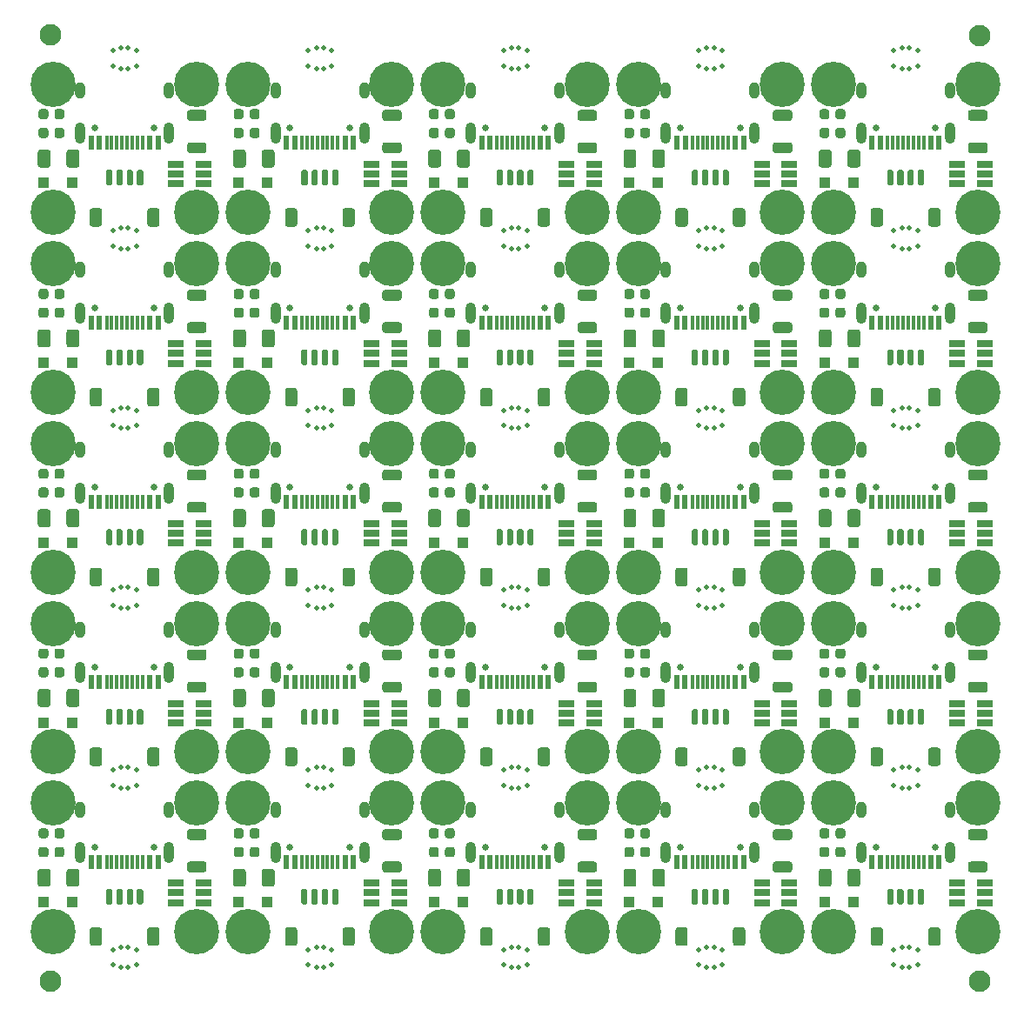
<source format=gts>
G04 #@! TF.GenerationSoftware,KiCad,Pcbnew,(5.1.10-1-10_14)*
G04 #@! TF.CreationDate,2021-10-31T15:09:39+01:00*
G04 #@! TF.ProjectId,panel,70616e65-6c2e-46b6-9963-61645f706362,C3*
G04 #@! TF.SameCoordinates,Original*
G04 #@! TF.FileFunction,Soldermask,Top*
G04 #@! TF.FilePolarity,Negative*
%FSLAX46Y46*%
G04 Gerber Fmt 4.6, Leading zero omitted, Abs format (unit mm)*
G04 Created by KiCad (PCBNEW (5.1.10-1-10_14)) date 2021-10-31 15:09:39*
%MOMM*%
%LPD*%
G01*
G04 APERTURE LIST*
%ADD10C,0.500000*%
%ADD11C,4.400000*%
%ADD12C,2.600000*%
%ADD13R,1.100000X1.100000*%
%ADD14R,1.560000X0.650000*%
%ADD15R,0.600000X1.450000*%
%ADD16R,0.300000X1.450000*%
%ADD17O,1.000000X2.100000*%
%ADD18C,0.650000*%
%ADD19O,1.000000X1.600000*%
%ADD20C,2.100000*%
G04 APERTURE END LIST*
D10*
X24352500Y-107343000D03*
X23652500Y-107343000D03*
X25152500Y-105593000D03*
X23652500Y-105343000D03*
X22852500Y-105593000D03*
X25152500Y-107093000D03*
X22852500Y-107093000D03*
X24352500Y-105343000D03*
X43352500Y-107343000D03*
X42652500Y-107343000D03*
X44152500Y-105593000D03*
X42652500Y-105343000D03*
X41852500Y-105593000D03*
X44152500Y-107093000D03*
X41852500Y-107093000D03*
X43352500Y-105343000D03*
X62352500Y-107343000D03*
X61652500Y-107343000D03*
X63152500Y-105593000D03*
X61652500Y-105343000D03*
X60852500Y-105593000D03*
X63152500Y-107093000D03*
X60852500Y-107093000D03*
X62352500Y-105343000D03*
X81352500Y-107343000D03*
X80652500Y-107343000D03*
X82152500Y-105593000D03*
X80652500Y-105343000D03*
X79852500Y-105593000D03*
X82152500Y-107093000D03*
X79852500Y-107093000D03*
X81352500Y-105343000D03*
X100352500Y-107343000D03*
X99652500Y-107343000D03*
X101152500Y-105593000D03*
X99652500Y-105343000D03*
X98852500Y-105593000D03*
X101152500Y-107093000D03*
X98852500Y-107093000D03*
X100352500Y-105343000D03*
X100352500Y-89843000D03*
X99652500Y-89843000D03*
X101152500Y-88093000D03*
X99652500Y-87843000D03*
X98852500Y-88093000D03*
X101152500Y-89593000D03*
X98852500Y-89593000D03*
X100352500Y-87843000D03*
X81352500Y-89843000D03*
X80652500Y-89843000D03*
X82152500Y-88093000D03*
X80652500Y-87843000D03*
X79852500Y-88093000D03*
X82152500Y-89593000D03*
X79852500Y-89593000D03*
X81352500Y-87843000D03*
X62352500Y-89843000D03*
X61652500Y-89843000D03*
X63152500Y-88093000D03*
X61652500Y-87843000D03*
X60852500Y-88093000D03*
X63152500Y-89593000D03*
X60852500Y-89593000D03*
X62352500Y-87843000D03*
X43352500Y-89843000D03*
X42652500Y-89843000D03*
X44152500Y-88093000D03*
X42652500Y-87843000D03*
X41852500Y-88093000D03*
X44152500Y-89593000D03*
X41852500Y-89593000D03*
X43352500Y-87843000D03*
X24352500Y-89843000D03*
X23652500Y-89843000D03*
X25152500Y-88093000D03*
X23652500Y-87843000D03*
X22852500Y-88093000D03*
X25152500Y-89593000D03*
X22852500Y-89593000D03*
X24352500Y-87843000D03*
X24352500Y-72343000D03*
X23652500Y-72343000D03*
X25152500Y-70593000D03*
X23652500Y-70343000D03*
X22852500Y-70593000D03*
X25152500Y-72093000D03*
X22852500Y-72093000D03*
X24352500Y-70343000D03*
X43352500Y-72343000D03*
X42652500Y-72343000D03*
X44152500Y-70593000D03*
X42652500Y-70343000D03*
X41852500Y-70593000D03*
X44152500Y-72093000D03*
X41852500Y-72093000D03*
X43352500Y-70343000D03*
X62352500Y-72343000D03*
X61652500Y-72343000D03*
X63152500Y-70593000D03*
X61652500Y-70343000D03*
X60852500Y-70593000D03*
X63152500Y-72093000D03*
X60852500Y-72093000D03*
X62352500Y-70343000D03*
X81352500Y-72343000D03*
X80652500Y-72343000D03*
X82152500Y-70593000D03*
X80652500Y-70343000D03*
X79852500Y-70593000D03*
X82152500Y-72093000D03*
X79852500Y-72093000D03*
X81352500Y-70343000D03*
X100352500Y-72343000D03*
X99652500Y-72343000D03*
X101152500Y-70593000D03*
X99652500Y-70343000D03*
X98852500Y-70593000D03*
X101152500Y-72093000D03*
X98852500Y-72093000D03*
X100352500Y-70343000D03*
X100352500Y-54843000D03*
X99652500Y-54843000D03*
X101152500Y-53093000D03*
X99652500Y-52843000D03*
X98852500Y-53093000D03*
X101152500Y-54593000D03*
X98852500Y-54593000D03*
X100352500Y-52843000D03*
X81352500Y-54843000D03*
X80652500Y-54843000D03*
X82152500Y-53093000D03*
X80652500Y-52843000D03*
X79852500Y-53093000D03*
X82152500Y-54593000D03*
X79852500Y-54593000D03*
X81352500Y-52843000D03*
X62352500Y-54843000D03*
X61652500Y-54843000D03*
X63152500Y-53093000D03*
X61652500Y-52843000D03*
X60852500Y-53093000D03*
X63152500Y-54593000D03*
X60852500Y-54593000D03*
X62352500Y-52843000D03*
X43352500Y-54843000D03*
X42652500Y-54843000D03*
X44152500Y-53093000D03*
X42652500Y-52843000D03*
X41852500Y-53093000D03*
X44152500Y-54593000D03*
X41852500Y-54593000D03*
X43352500Y-52843000D03*
X24352500Y-54843000D03*
X23652500Y-54843000D03*
X25152500Y-53093000D03*
X23652500Y-52843000D03*
X22852500Y-53093000D03*
X25152500Y-54593000D03*
X22852500Y-54593000D03*
X24352500Y-52843000D03*
X24352500Y-37343000D03*
X23652500Y-37343000D03*
X25152500Y-35593000D03*
X23652500Y-35343000D03*
X22852500Y-35593000D03*
X25152500Y-37093000D03*
X22852500Y-37093000D03*
X24352500Y-35343000D03*
X43352500Y-37343000D03*
X42652500Y-37343000D03*
X44152500Y-35593000D03*
X42652500Y-35343000D03*
X41852500Y-35593000D03*
X44152500Y-37093000D03*
X41852500Y-37093000D03*
X43352500Y-35343000D03*
X62352500Y-37343000D03*
X61652500Y-37343000D03*
X63152500Y-35593000D03*
X61652500Y-35343000D03*
X60852500Y-35593000D03*
X63152500Y-37093000D03*
X60852500Y-37093000D03*
X62352500Y-35343000D03*
X81352500Y-37343000D03*
X80652500Y-37343000D03*
X82152500Y-35593000D03*
X80652500Y-35343000D03*
X79852500Y-35593000D03*
X82152500Y-37093000D03*
X79852500Y-37093000D03*
X81352500Y-35343000D03*
X100352500Y-37343000D03*
X99652500Y-37343000D03*
X101152500Y-35593000D03*
X99652500Y-35343000D03*
X98852500Y-35593000D03*
X101152500Y-37093000D03*
X98852500Y-37093000D03*
X100352500Y-35343000D03*
X100352500Y-19843000D03*
X99652500Y-19843000D03*
X101152500Y-18093000D03*
X99652500Y-17843000D03*
X98852500Y-18093000D03*
X101152500Y-19593000D03*
X98852500Y-19593000D03*
X100352500Y-17843000D03*
X81352500Y-19843000D03*
X80652500Y-19843000D03*
X82152500Y-18093000D03*
X80652500Y-17843000D03*
X79852500Y-18093000D03*
X82152500Y-19593000D03*
X79852500Y-19593000D03*
X81352500Y-17843000D03*
X62352500Y-19843000D03*
X61652500Y-19843000D03*
X63152500Y-18093000D03*
X61652500Y-17843000D03*
X60852500Y-18093000D03*
X63152500Y-19593000D03*
X60852500Y-19593000D03*
X62352500Y-17843000D03*
X43352500Y-19843000D03*
X42652500Y-19843000D03*
X44152500Y-18093000D03*
X42652500Y-17843000D03*
X41852500Y-18093000D03*
X44152500Y-19593000D03*
X41852500Y-19593000D03*
X43352500Y-17843000D03*
X24352500Y-19843000D03*
X23652500Y-19843000D03*
X25152500Y-18093000D03*
X23652500Y-17843000D03*
X22852500Y-18093000D03*
X25152500Y-19593000D03*
X22852500Y-19593000D03*
X24352500Y-17843000D03*
G36*
G01*
X107723501Y-94918000D02*
X106323499Y-94918000D01*
G75*
G02*
X106073500Y-94668001I0J249999D01*
G01*
X106073500Y-94117999D01*
G75*
G02*
X106323499Y-93868000I249999J0D01*
G01*
X107723501Y-93868000D01*
G75*
G02*
X107973500Y-94117999I0J-249999D01*
G01*
X107973500Y-94668001D01*
G75*
G02*
X107723501Y-94918000I-249999J0D01*
G01*
G37*
G36*
G01*
X107723501Y-98068000D02*
X106323499Y-98068000D01*
G75*
G02*
X106073500Y-97818001I0J249999D01*
G01*
X106073500Y-97267999D01*
G75*
G02*
X106323499Y-97018000I249999J0D01*
G01*
X107723501Y-97018000D01*
G75*
G02*
X107973500Y-97267999I0J-249999D01*
G01*
X107973500Y-97818001D01*
G75*
G02*
X107723501Y-98068000I-249999J0D01*
G01*
G37*
D11*
X93000500Y-91343000D03*
D12*
X93000500Y-91343000D03*
D11*
X107000500Y-91343000D03*
X93000500Y-103843000D03*
D12*
X93000500Y-103843000D03*
D11*
X107000500Y-103843000D03*
D12*
X107000500Y-103843000D03*
G36*
G01*
X102198500Y-104968001D02*
X102198500Y-103667999D01*
G75*
G02*
X102448499Y-103418000I249999J0D01*
G01*
X103148501Y-103418000D01*
G75*
G02*
X103398500Y-103667999I0J-249999D01*
G01*
X103398500Y-104968001D01*
G75*
G02*
X103148501Y-105218000I-249999J0D01*
G01*
X102448499Y-105218000D01*
G75*
G02*
X102198500Y-104968001I0J249999D01*
G01*
G37*
G36*
G01*
X96598500Y-104968001D02*
X96598500Y-103667999D01*
G75*
G02*
X96848499Y-103418000I249999J0D01*
G01*
X97548501Y-103418000D01*
G75*
G02*
X97798500Y-103667999I0J-249999D01*
G01*
X97798500Y-104968001D01*
G75*
G02*
X97548501Y-105218000I-249999J0D01*
G01*
X96848499Y-105218000D01*
G75*
G02*
X96598500Y-104968001I0J249999D01*
G01*
G37*
G36*
G01*
X101198500Y-101068000D02*
X101198500Y-99818000D01*
G75*
G02*
X101348500Y-99668000I150000J0D01*
G01*
X101648500Y-99668000D01*
G75*
G02*
X101798500Y-99818000I0J-150000D01*
G01*
X101798500Y-101068000D01*
G75*
G02*
X101648500Y-101218000I-150000J0D01*
G01*
X101348500Y-101218000D01*
G75*
G02*
X101198500Y-101068000I0J150000D01*
G01*
G37*
G36*
G01*
X100198500Y-101068000D02*
X100198500Y-99818000D01*
G75*
G02*
X100348500Y-99668000I150000J0D01*
G01*
X100648500Y-99668000D01*
G75*
G02*
X100798500Y-99818000I0J-150000D01*
G01*
X100798500Y-101068000D01*
G75*
G02*
X100648500Y-101218000I-150000J0D01*
G01*
X100348500Y-101218000D01*
G75*
G02*
X100198500Y-101068000I0J150000D01*
G01*
G37*
G36*
G01*
X99198500Y-101068000D02*
X99198500Y-99818000D01*
G75*
G02*
X99348500Y-99668000I150000J0D01*
G01*
X99648500Y-99668000D01*
G75*
G02*
X99798500Y-99818000I0J-150000D01*
G01*
X99798500Y-101068000D01*
G75*
G02*
X99648500Y-101218000I-150000J0D01*
G01*
X99348500Y-101218000D01*
G75*
G02*
X99198500Y-101068000I0J150000D01*
G01*
G37*
G36*
G01*
X98198500Y-101068000D02*
X98198500Y-99818000D01*
G75*
G02*
X98348500Y-99668000I150000J0D01*
G01*
X98648500Y-99668000D01*
G75*
G02*
X98798500Y-99818000I0J-150000D01*
G01*
X98798500Y-101068000D01*
G75*
G02*
X98648500Y-101218000I-150000J0D01*
G01*
X98348500Y-101218000D01*
G75*
G02*
X98198500Y-101068000I0J150000D01*
G01*
G37*
D13*
X92098500Y-100976750D03*
X94898500Y-100976750D03*
G36*
G01*
X93411000Y-95605500D02*
X93886000Y-95605500D01*
G75*
G02*
X94123500Y-95843000I0J-237500D01*
G01*
X94123500Y-96343000D01*
G75*
G02*
X93886000Y-96580500I-237500J0D01*
G01*
X93411000Y-96580500D01*
G75*
G02*
X93173500Y-96343000I0J237500D01*
G01*
X93173500Y-95843000D01*
G75*
G02*
X93411000Y-95605500I237500J0D01*
G01*
G37*
G36*
G01*
X93411000Y-93780500D02*
X93886000Y-93780500D01*
G75*
G02*
X94123500Y-94018000I0J-237500D01*
G01*
X94123500Y-94518000D01*
G75*
G02*
X93886000Y-94755500I-237500J0D01*
G01*
X93411000Y-94755500D01*
G75*
G02*
X93173500Y-94518000I0J237500D01*
G01*
X93173500Y-94018000D01*
G75*
G02*
X93411000Y-93780500I237500J0D01*
G01*
G37*
G36*
G01*
X91861000Y-95605500D02*
X92336000Y-95605500D01*
G75*
G02*
X92573500Y-95843000I0J-237500D01*
G01*
X92573500Y-96343000D01*
G75*
G02*
X92336000Y-96580500I-237500J0D01*
G01*
X91861000Y-96580500D01*
G75*
G02*
X91623500Y-96343000I0J237500D01*
G01*
X91623500Y-95843000D01*
G75*
G02*
X91861000Y-95605500I237500J0D01*
G01*
G37*
G36*
G01*
X91861000Y-93780500D02*
X92336000Y-93780500D01*
G75*
G02*
X92573500Y-94018000I0J-237500D01*
G01*
X92573500Y-94518000D01*
G75*
G02*
X92336000Y-94755500I-237500J0D01*
G01*
X91861000Y-94755500D01*
G75*
G02*
X91623500Y-94518000I0J237500D01*
G01*
X91623500Y-94018000D01*
G75*
G02*
X91861000Y-93780500I237500J0D01*
G01*
G37*
D14*
X104998500Y-100068000D03*
X104998500Y-101018000D03*
X104998500Y-99118000D03*
X107698500Y-99118000D03*
X107698500Y-100068000D03*
X107698500Y-101018000D03*
D15*
X96743500Y-97038000D03*
X97543500Y-97038000D03*
X102443500Y-97038000D03*
X103243500Y-97038000D03*
X103243500Y-97038000D03*
X102443500Y-97038000D03*
X97543500Y-97038000D03*
X96743500Y-97038000D03*
D16*
X101743500Y-97038000D03*
X101243500Y-97038000D03*
X100743500Y-97038000D03*
X99743500Y-97038000D03*
X99243500Y-97038000D03*
X98743500Y-97038000D03*
X98243500Y-97038000D03*
X100243500Y-97038000D03*
D17*
X95673500Y-96123000D03*
X104313500Y-96123000D03*
D18*
X102883500Y-95593000D03*
D19*
X104313500Y-91943000D03*
D18*
X97103500Y-95593000D03*
D19*
X95673500Y-91943000D03*
G36*
G01*
X73794125Y-97970500D02*
X73794125Y-99220500D01*
G75*
G02*
X73544125Y-99470500I-250000J0D01*
G01*
X72794125Y-99470500D01*
G75*
G02*
X72544125Y-99220500I0J250000D01*
G01*
X72544125Y-97970500D01*
G75*
G02*
X72794125Y-97720500I250000J0D01*
G01*
X73544125Y-97720500D01*
G75*
G02*
X73794125Y-97970500I0J-250000D01*
G01*
G37*
G36*
G01*
X76594125Y-97970500D02*
X76594125Y-99220500D01*
G75*
G02*
X76344125Y-99470500I-250000J0D01*
G01*
X75594125Y-99470500D01*
G75*
G02*
X75344125Y-99220500I0J250000D01*
G01*
X75344125Y-97970500D01*
G75*
G02*
X75594125Y-97720500I250000J0D01*
G01*
X76344125Y-97720500D01*
G75*
G02*
X76594125Y-97970500I0J-250000D01*
G01*
G37*
G36*
G01*
X88723501Y-94918000D02*
X87323499Y-94918000D01*
G75*
G02*
X87073500Y-94668001I0J249999D01*
G01*
X87073500Y-94117999D01*
G75*
G02*
X87323499Y-93868000I249999J0D01*
G01*
X88723501Y-93868000D01*
G75*
G02*
X88973500Y-94117999I0J-249999D01*
G01*
X88973500Y-94668001D01*
G75*
G02*
X88723501Y-94918000I-249999J0D01*
G01*
G37*
G36*
G01*
X88723501Y-98068000D02*
X87323499Y-98068000D01*
G75*
G02*
X87073500Y-97818001I0J249999D01*
G01*
X87073500Y-97267999D01*
G75*
G02*
X87323499Y-97018000I249999J0D01*
G01*
X88723501Y-97018000D01*
G75*
G02*
X88973500Y-97267999I0J-249999D01*
G01*
X88973500Y-97818001D01*
G75*
G02*
X88723501Y-98068000I-249999J0D01*
G01*
G37*
D11*
X74000500Y-91343000D03*
D12*
X74000500Y-91343000D03*
D11*
X88000500Y-91343000D03*
X74000500Y-103843000D03*
D12*
X74000500Y-103843000D03*
G36*
G01*
X92794125Y-97970500D02*
X92794125Y-99220500D01*
G75*
G02*
X92544125Y-99470500I-250000J0D01*
G01*
X91794125Y-99470500D01*
G75*
G02*
X91544125Y-99220500I0J250000D01*
G01*
X91544125Y-97970500D01*
G75*
G02*
X91794125Y-97720500I250000J0D01*
G01*
X92544125Y-97720500D01*
G75*
G02*
X92794125Y-97970500I0J-250000D01*
G01*
G37*
G36*
G01*
X95594125Y-97970500D02*
X95594125Y-99220500D01*
G75*
G02*
X95344125Y-99470500I-250000J0D01*
G01*
X94594125Y-99470500D01*
G75*
G02*
X94344125Y-99220500I0J250000D01*
G01*
X94344125Y-97970500D01*
G75*
G02*
X94594125Y-97720500I250000J0D01*
G01*
X95344125Y-97720500D01*
G75*
G02*
X95594125Y-97970500I0J-250000D01*
G01*
G37*
D11*
X36000500Y-91343000D03*
D12*
X36000500Y-91343000D03*
D11*
X88000500Y-103843000D03*
D12*
X88000500Y-103843000D03*
G36*
G01*
X83198500Y-104968001D02*
X83198500Y-103667999D01*
G75*
G02*
X83448499Y-103418000I249999J0D01*
G01*
X84148501Y-103418000D01*
G75*
G02*
X84398500Y-103667999I0J-249999D01*
G01*
X84398500Y-104968001D01*
G75*
G02*
X84148501Y-105218000I-249999J0D01*
G01*
X83448499Y-105218000D01*
G75*
G02*
X83198500Y-104968001I0J249999D01*
G01*
G37*
G36*
G01*
X77598500Y-104968001D02*
X77598500Y-103667999D01*
G75*
G02*
X77848499Y-103418000I249999J0D01*
G01*
X78548501Y-103418000D01*
G75*
G02*
X78798500Y-103667999I0J-249999D01*
G01*
X78798500Y-104968001D01*
G75*
G02*
X78548501Y-105218000I-249999J0D01*
G01*
X77848499Y-105218000D01*
G75*
G02*
X77598500Y-104968001I0J249999D01*
G01*
G37*
G36*
G01*
X82198500Y-101068000D02*
X82198500Y-99818000D01*
G75*
G02*
X82348500Y-99668000I150000J0D01*
G01*
X82648500Y-99668000D01*
G75*
G02*
X82798500Y-99818000I0J-150000D01*
G01*
X82798500Y-101068000D01*
G75*
G02*
X82648500Y-101218000I-150000J0D01*
G01*
X82348500Y-101218000D01*
G75*
G02*
X82198500Y-101068000I0J150000D01*
G01*
G37*
G36*
G01*
X81198500Y-101068000D02*
X81198500Y-99818000D01*
G75*
G02*
X81348500Y-99668000I150000J0D01*
G01*
X81648500Y-99668000D01*
G75*
G02*
X81798500Y-99818000I0J-150000D01*
G01*
X81798500Y-101068000D01*
G75*
G02*
X81648500Y-101218000I-150000J0D01*
G01*
X81348500Y-101218000D01*
G75*
G02*
X81198500Y-101068000I0J150000D01*
G01*
G37*
G36*
G01*
X80198500Y-101068000D02*
X80198500Y-99818000D01*
G75*
G02*
X80348500Y-99668000I150000J0D01*
G01*
X80648500Y-99668000D01*
G75*
G02*
X80798500Y-99818000I0J-150000D01*
G01*
X80798500Y-101068000D01*
G75*
G02*
X80648500Y-101218000I-150000J0D01*
G01*
X80348500Y-101218000D01*
G75*
G02*
X80198500Y-101068000I0J150000D01*
G01*
G37*
G36*
G01*
X79198500Y-101068000D02*
X79198500Y-99818000D01*
G75*
G02*
X79348500Y-99668000I150000J0D01*
G01*
X79648500Y-99668000D01*
G75*
G02*
X79798500Y-99818000I0J-150000D01*
G01*
X79798500Y-101068000D01*
G75*
G02*
X79648500Y-101218000I-150000J0D01*
G01*
X79348500Y-101218000D01*
G75*
G02*
X79198500Y-101068000I0J150000D01*
G01*
G37*
G36*
G01*
X36411000Y-95605500D02*
X36886000Y-95605500D01*
G75*
G02*
X37123500Y-95843000I0J-237500D01*
G01*
X37123500Y-96343000D01*
G75*
G02*
X36886000Y-96580500I-237500J0D01*
G01*
X36411000Y-96580500D01*
G75*
G02*
X36173500Y-96343000I0J237500D01*
G01*
X36173500Y-95843000D01*
G75*
G02*
X36411000Y-95605500I237500J0D01*
G01*
G37*
G36*
G01*
X36411000Y-93780500D02*
X36886000Y-93780500D01*
G75*
G02*
X37123500Y-94018000I0J-237500D01*
G01*
X37123500Y-94518000D01*
G75*
G02*
X36886000Y-94755500I-237500J0D01*
G01*
X36411000Y-94755500D01*
G75*
G02*
X36173500Y-94518000I0J237500D01*
G01*
X36173500Y-94018000D01*
G75*
G02*
X36411000Y-93780500I237500J0D01*
G01*
G37*
D13*
X73098500Y-100976750D03*
X75898500Y-100976750D03*
G36*
G01*
X74411000Y-95605500D02*
X74886000Y-95605500D01*
G75*
G02*
X75123500Y-95843000I0J-237500D01*
G01*
X75123500Y-96343000D01*
G75*
G02*
X74886000Y-96580500I-237500J0D01*
G01*
X74411000Y-96580500D01*
G75*
G02*
X74173500Y-96343000I0J237500D01*
G01*
X74173500Y-95843000D01*
G75*
G02*
X74411000Y-95605500I237500J0D01*
G01*
G37*
G36*
G01*
X74411000Y-93780500D02*
X74886000Y-93780500D01*
G75*
G02*
X75123500Y-94018000I0J-237500D01*
G01*
X75123500Y-94518000D01*
G75*
G02*
X74886000Y-94755500I-237500J0D01*
G01*
X74411000Y-94755500D01*
G75*
G02*
X74173500Y-94518000I0J237500D01*
G01*
X74173500Y-94018000D01*
G75*
G02*
X74411000Y-93780500I237500J0D01*
G01*
G37*
G36*
G01*
X72861000Y-95605500D02*
X73336000Y-95605500D01*
G75*
G02*
X73573500Y-95843000I0J-237500D01*
G01*
X73573500Y-96343000D01*
G75*
G02*
X73336000Y-96580500I-237500J0D01*
G01*
X72861000Y-96580500D01*
G75*
G02*
X72623500Y-96343000I0J237500D01*
G01*
X72623500Y-95843000D01*
G75*
G02*
X72861000Y-95605500I237500J0D01*
G01*
G37*
G36*
G01*
X72861000Y-93780500D02*
X73336000Y-93780500D01*
G75*
G02*
X73573500Y-94018000I0J-237500D01*
G01*
X73573500Y-94518000D01*
G75*
G02*
X73336000Y-94755500I-237500J0D01*
G01*
X72861000Y-94755500D01*
G75*
G02*
X72623500Y-94518000I0J237500D01*
G01*
X72623500Y-94018000D01*
G75*
G02*
X72861000Y-93780500I237500J0D01*
G01*
G37*
D14*
X85998500Y-100068000D03*
X85998500Y-101018000D03*
X85998500Y-99118000D03*
X88698500Y-99118000D03*
X88698500Y-100068000D03*
X88698500Y-101018000D03*
D15*
X77743500Y-97038000D03*
X78543500Y-97038000D03*
X83443500Y-97038000D03*
X84243500Y-97038000D03*
X84243500Y-97038000D03*
X83443500Y-97038000D03*
X78543500Y-97038000D03*
X77743500Y-97038000D03*
D16*
X82743500Y-97038000D03*
X82243500Y-97038000D03*
X81743500Y-97038000D03*
X80743500Y-97038000D03*
X80243500Y-97038000D03*
X79743500Y-97038000D03*
X79243500Y-97038000D03*
X81243500Y-97038000D03*
D17*
X76673500Y-96123000D03*
X85313500Y-96123000D03*
D18*
X83883500Y-95593000D03*
D19*
X85313500Y-91943000D03*
D18*
X78103500Y-95593000D03*
D19*
X76673500Y-91943000D03*
D11*
X50000500Y-103843000D03*
D12*
X50000500Y-103843000D03*
D13*
X54098500Y-100976750D03*
X56898500Y-100976750D03*
X35098500Y-100976750D03*
X37898500Y-100976750D03*
G36*
G01*
X55411000Y-95605500D02*
X55886000Y-95605500D01*
G75*
G02*
X56123500Y-95843000I0J-237500D01*
G01*
X56123500Y-96343000D01*
G75*
G02*
X55886000Y-96580500I-237500J0D01*
G01*
X55411000Y-96580500D01*
G75*
G02*
X55173500Y-96343000I0J237500D01*
G01*
X55173500Y-95843000D01*
G75*
G02*
X55411000Y-95605500I237500J0D01*
G01*
G37*
G36*
G01*
X55411000Y-93780500D02*
X55886000Y-93780500D01*
G75*
G02*
X56123500Y-94018000I0J-237500D01*
G01*
X56123500Y-94518000D01*
G75*
G02*
X55886000Y-94755500I-237500J0D01*
G01*
X55411000Y-94755500D01*
G75*
G02*
X55173500Y-94518000I0J237500D01*
G01*
X55173500Y-94018000D01*
G75*
G02*
X55411000Y-93780500I237500J0D01*
G01*
G37*
G36*
G01*
X53861000Y-95605500D02*
X54336000Y-95605500D01*
G75*
G02*
X54573500Y-95843000I0J-237500D01*
G01*
X54573500Y-96343000D01*
G75*
G02*
X54336000Y-96580500I-237500J0D01*
G01*
X53861000Y-96580500D01*
G75*
G02*
X53623500Y-96343000I0J237500D01*
G01*
X53623500Y-95843000D01*
G75*
G02*
X53861000Y-95605500I237500J0D01*
G01*
G37*
G36*
G01*
X53861000Y-93780500D02*
X54336000Y-93780500D01*
G75*
G02*
X54573500Y-94018000I0J-237500D01*
G01*
X54573500Y-94518000D01*
G75*
G02*
X54336000Y-94755500I-237500J0D01*
G01*
X53861000Y-94755500D01*
G75*
G02*
X53623500Y-94518000I0J237500D01*
G01*
X53623500Y-94018000D01*
G75*
G02*
X53861000Y-93780500I237500J0D01*
G01*
G37*
D11*
X50000500Y-91343000D03*
X36000500Y-103843000D03*
D12*
X36000500Y-103843000D03*
G36*
G01*
X45198500Y-104968001D02*
X45198500Y-103667999D01*
G75*
G02*
X45448499Y-103418000I249999J0D01*
G01*
X46148501Y-103418000D01*
G75*
G02*
X46398500Y-103667999I0J-249999D01*
G01*
X46398500Y-104968001D01*
G75*
G02*
X46148501Y-105218000I-249999J0D01*
G01*
X45448499Y-105218000D01*
G75*
G02*
X45198500Y-104968001I0J249999D01*
G01*
G37*
G36*
G01*
X39598500Y-104968001D02*
X39598500Y-103667999D01*
G75*
G02*
X39848499Y-103418000I249999J0D01*
G01*
X40548501Y-103418000D01*
G75*
G02*
X40798500Y-103667999I0J-249999D01*
G01*
X40798500Y-104968001D01*
G75*
G02*
X40548501Y-105218000I-249999J0D01*
G01*
X39848499Y-105218000D01*
G75*
G02*
X39598500Y-104968001I0J249999D01*
G01*
G37*
G36*
G01*
X44198500Y-101068000D02*
X44198500Y-99818000D01*
G75*
G02*
X44348500Y-99668000I150000J0D01*
G01*
X44648500Y-99668000D01*
G75*
G02*
X44798500Y-99818000I0J-150000D01*
G01*
X44798500Y-101068000D01*
G75*
G02*
X44648500Y-101218000I-150000J0D01*
G01*
X44348500Y-101218000D01*
G75*
G02*
X44198500Y-101068000I0J150000D01*
G01*
G37*
G36*
G01*
X43198500Y-101068000D02*
X43198500Y-99818000D01*
G75*
G02*
X43348500Y-99668000I150000J0D01*
G01*
X43648500Y-99668000D01*
G75*
G02*
X43798500Y-99818000I0J-150000D01*
G01*
X43798500Y-101068000D01*
G75*
G02*
X43648500Y-101218000I-150000J0D01*
G01*
X43348500Y-101218000D01*
G75*
G02*
X43198500Y-101068000I0J150000D01*
G01*
G37*
G36*
G01*
X42198500Y-101068000D02*
X42198500Y-99818000D01*
G75*
G02*
X42348500Y-99668000I150000J0D01*
G01*
X42648500Y-99668000D01*
G75*
G02*
X42798500Y-99818000I0J-150000D01*
G01*
X42798500Y-101068000D01*
G75*
G02*
X42648500Y-101218000I-150000J0D01*
G01*
X42348500Y-101218000D01*
G75*
G02*
X42198500Y-101068000I0J150000D01*
G01*
G37*
G36*
G01*
X41198500Y-101068000D02*
X41198500Y-99818000D01*
G75*
G02*
X41348500Y-99668000I150000J0D01*
G01*
X41648500Y-99668000D01*
G75*
G02*
X41798500Y-99818000I0J-150000D01*
G01*
X41798500Y-101068000D01*
G75*
G02*
X41648500Y-101218000I-150000J0D01*
G01*
X41348500Y-101218000D01*
G75*
G02*
X41198500Y-101068000I0J150000D01*
G01*
G37*
D14*
X66998500Y-100068000D03*
X66998500Y-101018000D03*
X66998500Y-99118000D03*
X69698500Y-99118000D03*
X69698500Y-100068000D03*
X69698500Y-101018000D03*
D15*
X58743500Y-97038000D03*
X59543500Y-97038000D03*
X64443500Y-97038000D03*
X65243500Y-97038000D03*
X65243500Y-97038000D03*
X64443500Y-97038000D03*
X59543500Y-97038000D03*
X58743500Y-97038000D03*
D16*
X63743500Y-97038000D03*
X63243500Y-97038000D03*
X62743500Y-97038000D03*
X61743500Y-97038000D03*
X61243500Y-97038000D03*
X60743500Y-97038000D03*
X60243500Y-97038000D03*
X62243500Y-97038000D03*
D17*
X57673500Y-96123000D03*
X66313500Y-96123000D03*
D18*
X64883500Y-95593000D03*
D19*
X66313500Y-91943000D03*
D18*
X59103500Y-95593000D03*
D19*
X57673500Y-91943000D03*
G36*
G01*
X26198500Y-104968001D02*
X26198500Y-103667999D01*
G75*
G02*
X26448499Y-103418000I249999J0D01*
G01*
X27148501Y-103418000D01*
G75*
G02*
X27398500Y-103667999I0J-249999D01*
G01*
X27398500Y-104968001D01*
G75*
G02*
X27148501Y-105218000I-249999J0D01*
G01*
X26448499Y-105218000D01*
G75*
G02*
X26198500Y-104968001I0J249999D01*
G01*
G37*
G36*
G01*
X20598500Y-104968001D02*
X20598500Y-103667999D01*
G75*
G02*
X20848499Y-103418000I249999J0D01*
G01*
X21548501Y-103418000D01*
G75*
G02*
X21798500Y-103667999I0J-249999D01*
G01*
X21798500Y-104968001D01*
G75*
G02*
X21548501Y-105218000I-249999J0D01*
G01*
X20848499Y-105218000D01*
G75*
G02*
X20598500Y-104968001I0J249999D01*
G01*
G37*
G36*
G01*
X25198500Y-101068000D02*
X25198500Y-99818000D01*
G75*
G02*
X25348500Y-99668000I150000J0D01*
G01*
X25648500Y-99668000D01*
G75*
G02*
X25798500Y-99818000I0J-150000D01*
G01*
X25798500Y-101068000D01*
G75*
G02*
X25648500Y-101218000I-150000J0D01*
G01*
X25348500Y-101218000D01*
G75*
G02*
X25198500Y-101068000I0J150000D01*
G01*
G37*
G36*
G01*
X24198500Y-101068000D02*
X24198500Y-99818000D01*
G75*
G02*
X24348500Y-99668000I150000J0D01*
G01*
X24648500Y-99668000D01*
G75*
G02*
X24798500Y-99818000I0J-150000D01*
G01*
X24798500Y-101068000D01*
G75*
G02*
X24648500Y-101218000I-150000J0D01*
G01*
X24348500Y-101218000D01*
G75*
G02*
X24198500Y-101068000I0J150000D01*
G01*
G37*
G36*
G01*
X23198500Y-101068000D02*
X23198500Y-99818000D01*
G75*
G02*
X23348500Y-99668000I150000J0D01*
G01*
X23648500Y-99668000D01*
G75*
G02*
X23798500Y-99818000I0J-150000D01*
G01*
X23798500Y-101068000D01*
G75*
G02*
X23648500Y-101218000I-150000J0D01*
G01*
X23348500Y-101218000D01*
G75*
G02*
X23198500Y-101068000I0J150000D01*
G01*
G37*
G36*
G01*
X22198500Y-101068000D02*
X22198500Y-99818000D01*
G75*
G02*
X22348500Y-99668000I150000J0D01*
G01*
X22648500Y-99668000D01*
G75*
G02*
X22798500Y-99818000I0J-150000D01*
G01*
X22798500Y-101068000D01*
G75*
G02*
X22648500Y-101218000I-150000J0D01*
G01*
X22348500Y-101218000D01*
G75*
G02*
X22198500Y-101068000I0J150000D01*
G01*
G37*
D14*
X28998500Y-100068000D03*
X28998500Y-101018000D03*
X28998500Y-99118000D03*
X31698500Y-99118000D03*
X31698500Y-100068000D03*
X31698500Y-101018000D03*
G36*
G01*
X17411000Y-95605500D02*
X17886000Y-95605500D01*
G75*
G02*
X18123500Y-95843000I0J-237500D01*
G01*
X18123500Y-96343000D01*
G75*
G02*
X17886000Y-96580500I-237500J0D01*
G01*
X17411000Y-96580500D01*
G75*
G02*
X17173500Y-96343000I0J237500D01*
G01*
X17173500Y-95843000D01*
G75*
G02*
X17411000Y-95605500I237500J0D01*
G01*
G37*
G36*
G01*
X17411000Y-93780500D02*
X17886000Y-93780500D01*
G75*
G02*
X18123500Y-94018000I0J-237500D01*
G01*
X18123500Y-94518000D01*
G75*
G02*
X17886000Y-94755500I-237500J0D01*
G01*
X17411000Y-94755500D01*
G75*
G02*
X17173500Y-94518000I0J237500D01*
G01*
X17173500Y-94018000D01*
G75*
G02*
X17411000Y-93780500I237500J0D01*
G01*
G37*
D15*
X20743500Y-97038000D03*
X21543500Y-97038000D03*
X26443500Y-97038000D03*
X27243500Y-97038000D03*
X27243500Y-97038000D03*
X26443500Y-97038000D03*
X21543500Y-97038000D03*
X20743500Y-97038000D03*
D16*
X25743500Y-97038000D03*
X25243500Y-97038000D03*
X24743500Y-97038000D03*
X23743500Y-97038000D03*
X23243500Y-97038000D03*
X22743500Y-97038000D03*
X22243500Y-97038000D03*
X24243500Y-97038000D03*
D17*
X19673500Y-96123000D03*
X28313500Y-96123000D03*
D18*
X26883500Y-95593000D03*
D19*
X28313500Y-91943000D03*
D18*
X21103500Y-95593000D03*
D19*
X19673500Y-91943000D03*
G36*
G01*
X15861000Y-95605500D02*
X16336000Y-95605500D01*
G75*
G02*
X16573500Y-95843000I0J-237500D01*
G01*
X16573500Y-96343000D01*
G75*
G02*
X16336000Y-96580500I-237500J0D01*
G01*
X15861000Y-96580500D01*
G75*
G02*
X15623500Y-96343000I0J237500D01*
G01*
X15623500Y-95843000D01*
G75*
G02*
X15861000Y-95605500I237500J0D01*
G01*
G37*
G36*
G01*
X15861000Y-93780500D02*
X16336000Y-93780500D01*
G75*
G02*
X16573500Y-94018000I0J-237500D01*
G01*
X16573500Y-94518000D01*
G75*
G02*
X16336000Y-94755500I-237500J0D01*
G01*
X15861000Y-94755500D01*
G75*
G02*
X15623500Y-94518000I0J237500D01*
G01*
X15623500Y-94018000D01*
G75*
G02*
X15861000Y-93780500I237500J0D01*
G01*
G37*
G36*
G01*
X31723501Y-94918000D02*
X30323499Y-94918000D01*
G75*
G02*
X30073500Y-94668001I0J249999D01*
G01*
X30073500Y-94117999D01*
G75*
G02*
X30323499Y-93868000I249999J0D01*
G01*
X31723501Y-93868000D01*
G75*
G02*
X31973500Y-94117999I0J-249999D01*
G01*
X31973500Y-94668001D01*
G75*
G02*
X31723501Y-94918000I-249999J0D01*
G01*
G37*
G36*
G01*
X31723501Y-98068000D02*
X30323499Y-98068000D01*
G75*
G02*
X30073500Y-97818001I0J249999D01*
G01*
X30073500Y-97267999D01*
G75*
G02*
X30323499Y-97018000I249999J0D01*
G01*
X31723501Y-97018000D01*
G75*
G02*
X31973500Y-97267999I0J-249999D01*
G01*
X31973500Y-97818001D01*
G75*
G02*
X31723501Y-98068000I-249999J0D01*
G01*
G37*
D11*
X17000500Y-91343000D03*
D12*
X17000500Y-91343000D03*
D11*
X31000500Y-91343000D03*
X17000500Y-103843000D03*
D12*
X17000500Y-103843000D03*
D11*
X31000500Y-103843000D03*
D12*
X31000500Y-103843000D03*
G36*
G01*
X16794125Y-97970500D02*
X16794125Y-99220500D01*
G75*
G02*
X16544125Y-99470500I-250000J0D01*
G01*
X15794125Y-99470500D01*
G75*
G02*
X15544125Y-99220500I0J250000D01*
G01*
X15544125Y-97970500D01*
G75*
G02*
X15794125Y-97720500I250000J0D01*
G01*
X16544125Y-97720500D01*
G75*
G02*
X16794125Y-97970500I0J-250000D01*
G01*
G37*
G36*
G01*
X19594125Y-97970500D02*
X19594125Y-99220500D01*
G75*
G02*
X19344125Y-99470500I-250000J0D01*
G01*
X18594125Y-99470500D01*
G75*
G02*
X18344125Y-99220500I0J250000D01*
G01*
X18344125Y-97970500D01*
G75*
G02*
X18594125Y-97720500I250000J0D01*
G01*
X19344125Y-97720500D01*
G75*
G02*
X19594125Y-97970500I0J-250000D01*
G01*
G37*
D13*
X16098500Y-100976750D03*
X18898500Y-100976750D03*
G36*
G01*
X34861000Y-95605500D02*
X35336000Y-95605500D01*
G75*
G02*
X35573500Y-95843000I0J-237500D01*
G01*
X35573500Y-96343000D01*
G75*
G02*
X35336000Y-96580500I-237500J0D01*
G01*
X34861000Y-96580500D01*
G75*
G02*
X34623500Y-96343000I0J237500D01*
G01*
X34623500Y-95843000D01*
G75*
G02*
X34861000Y-95605500I237500J0D01*
G01*
G37*
G36*
G01*
X34861000Y-93780500D02*
X35336000Y-93780500D01*
G75*
G02*
X35573500Y-94018000I0J-237500D01*
G01*
X35573500Y-94518000D01*
G75*
G02*
X35336000Y-94755500I-237500J0D01*
G01*
X34861000Y-94755500D01*
G75*
G02*
X34623500Y-94518000I0J237500D01*
G01*
X34623500Y-94018000D01*
G75*
G02*
X34861000Y-93780500I237500J0D01*
G01*
G37*
D14*
X47998500Y-100068000D03*
X47998500Y-101018000D03*
X47998500Y-99118000D03*
X50698500Y-99118000D03*
X50698500Y-100068000D03*
X50698500Y-101018000D03*
G36*
G01*
X64198500Y-104968001D02*
X64198500Y-103667999D01*
G75*
G02*
X64448499Y-103418000I249999J0D01*
G01*
X65148501Y-103418000D01*
G75*
G02*
X65398500Y-103667999I0J-249999D01*
G01*
X65398500Y-104968001D01*
G75*
G02*
X65148501Y-105218000I-249999J0D01*
G01*
X64448499Y-105218000D01*
G75*
G02*
X64198500Y-104968001I0J249999D01*
G01*
G37*
G36*
G01*
X58598500Y-104968001D02*
X58598500Y-103667999D01*
G75*
G02*
X58848499Y-103418000I249999J0D01*
G01*
X59548501Y-103418000D01*
G75*
G02*
X59798500Y-103667999I0J-249999D01*
G01*
X59798500Y-104968001D01*
G75*
G02*
X59548501Y-105218000I-249999J0D01*
G01*
X58848499Y-105218000D01*
G75*
G02*
X58598500Y-104968001I0J249999D01*
G01*
G37*
G36*
G01*
X63198500Y-101068000D02*
X63198500Y-99818000D01*
G75*
G02*
X63348500Y-99668000I150000J0D01*
G01*
X63648500Y-99668000D01*
G75*
G02*
X63798500Y-99818000I0J-150000D01*
G01*
X63798500Y-101068000D01*
G75*
G02*
X63648500Y-101218000I-150000J0D01*
G01*
X63348500Y-101218000D01*
G75*
G02*
X63198500Y-101068000I0J150000D01*
G01*
G37*
G36*
G01*
X62198500Y-101068000D02*
X62198500Y-99818000D01*
G75*
G02*
X62348500Y-99668000I150000J0D01*
G01*
X62648500Y-99668000D01*
G75*
G02*
X62798500Y-99818000I0J-150000D01*
G01*
X62798500Y-101068000D01*
G75*
G02*
X62648500Y-101218000I-150000J0D01*
G01*
X62348500Y-101218000D01*
G75*
G02*
X62198500Y-101068000I0J150000D01*
G01*
G37*
G36*
G01*
X61198500Y-101068000D02*
X61198500Y-99818000D01*
G75*
G02*
X61348500Y-99668000I150000J0D01*
G01*
X61648500Y-99668000D01*
G75*
G02*
X61798500Y-99818000I0J-150000D01*
G01*
X61798500Y-101068000D01*
G75*
G02*
X61648500Y-101218000I-150000J0D01*
G01*
X61348500Y-101218000D01*
G75*
G02*
X61198500Y-101068000I0J150000D01*
G01*
G37*
G36*
G01*
X60198500Y-101068000D02*
X60198500Y-99818000D01*
G75*
G02*
X60348500Y-99668000I150000J0D01*
G01*
X60648500Y-99668000D01*
G75*
G02*
X60798500Y-99818000I0J-150000D01*
G01*
X60798500Y-101068000D01*
G75*
G02*
X60648500Y-101218000I-150000J0D01*
G01*
X60348500Y-101218000D01*
G75*
G02*
X60198500Y-101068000I0J150000D01*
G01*
G37*
G36*
G01*
X35794125Y-97970500D02*
X35794125Y-99220500D01*
G75*
G02*
X35544125Y-99470500I-250000J0D01*
G01*
X34794125Y-99470500D01*
G75*
G02*
X34544125Y-99220500I0J250000D01*
G01*
X34544125Y-97970500D01*
G75*
G02*
X34794125Y-97720500I250000J0D01*
G01*
X35544125Y-97720500D01*
G75*
G02*
X35794125Y-97970500I0J-250000D01*
G01*
G37*
G36*
G01*
X38594125Y-97970500D02*
X38594125Y-99220500D01*
G75*
G02*
X38344125Y-99470500I-250000J0D01*
G01*
X37594125Y-99470500D01*
G75*
G02*
X37344125Y-99220500I0J250000D01*
G01*
X37344125Y-97970500D01*
G75*
G02*
X37594125Y-97720500I250000J0D01*
G01*
X38344125Y-97720500D01*
G75*
G02*
X38594125Y-97970500I0J-250000D01*
G01*
G37*
G36*
G01*
X69723501Y-94918000D02*
X68323499Y-94918000D01*
G75*
G02*
X68073500Y-94668001I0J249999D01*
G01*
X68073500Y-94117999D01*
G75*
G02*
X68323499Y-93868000I249999J0D01*
G01*
X69723501Y-93868000D01*
G75*
G02*
X69973500Y-94117999I0J-249999D01*
G01*
X69973500Y-94668001D01*
G75*
G02*
X69723501Y-94918000I-249999J0D01*
G01*
G37*
G36*
G01*
X69723501Y-98068000D02*
X68323499Y-98068000D01*
G75*
G02*
X68073500Y-97818001I0J249999D01*
G01*
X68073500Y-97267999D01*
G75*
G02*
X68323499Y-97018000I249999J0D01*
G01*
X69723501Y-97018000D01*
G75*
G02*
X69973500Y-97267999I0J-249999D01*
G01*
X69973500Y-97818001D01*
G75*
G02*
X69723501Y-98068000I-249999J0D01*
G01*
G37*
D11*
X69000500Y-103843000D03*
D12*
X69000500Y-103843000D03*
D11*
X69000500Y-91343000D03*
X55000500Y-103843000D03*
D12*
X55000500Y-103843000D03*
D11*
X55000500Y-91343000D03*
D12*
X55000500Y-91343000D03*
G36*
G01*
X50723501Y-94918000D02*
X49323499Y-94918000D01*
G75*
G02*
X49073500Y-94668001I0J249999D01*
G01*
X49073500Y-94117999D01*
G75*
G02*
X49323499Y-93868000I249999J0D01*
G01*
X50723501Y-93868000D01*
G75*
G02*
X50973500Y-94117999I0J-249999D01*
G01*
X50973500Y-94668001D01*
G75*
G02*
X50723501Y-94918000I-249999J0D01*
G01*
G37*
G36*
G01*
X50723501Y-98068000D02*
X49323499Y-98068000D01*
G75*
G02*
X49073500Y-97818001I0J249999D01*
G01*
X49073500Y-97267999D01*
G75*
G02*
X49323499Y-97018000I249999J0D01*
G01*
X50723501Y-97018000D01*
G75*
G02*
X50973500Y-97267999I0J-249999D01*
G01*
X50973500Y-97818001D01*
G75*
G02*
X50723501Y-98068000I-249999J0D01*
G01*
G37*
G36*
G01*
X54794125Y-97970500D02*
X54794125Y-99220500D01*
G75*
G02*
X54544125Y-99470500I-250000J0D01*
G01*
X53794125Y-99470500D01*
G75*
G02*
X53544125Y-99220500I0J250000D01*
G01*
X53544125Y-97970500D01*
G75*
G02*
X53794125Y-97720500I250000J0D01*
G01*
X54544125Y-97720500D01*
G75*
G02*
X54794125Y-97970500I0J-250000D01*
G01*
G37*
G36*
G01*
X57594125Y-97970500D02*
X57594125Y-99220500D01*
G75*
G02*
X57344125Y-99470500I-250000J0D01*
G01*
X56594125Y-99470500D01*
G75*
G02*
X56344125Y-99220500I0J250000D01*
G01*
X56344125Y-97970500D01*
G75*
G02*
X56594125Y-97720500I250000J0D01*
G01*
X57344125Y-97720500D01*
G75*
G02*
X57594125Y-97970500I0J-250000D01*
G01*
G37*
D15*
X39743500Y-97038000D03*
X40543500Y-97038000D03*
X45443500Y-97038000D03*
X46243500Y-97038000D03*
X46243500Y-97038000D03*
X45443500Y-97038000D03*
X40543500Y-97038000D03*
X39743500Y-97038000D03*
D16*
X44743500Y-97038000D03*
X44243500Y-97038000D03*
X43743500Y-97038000D03*
X42743500Y-97038000D03*
X42243500Y-97038000D03*
X41743500Y-97038000D03*
X41243500Y-97038000D03*
X43243500Y-97038000D03*
D17*
X38673500Y-96123000D03*
X47313500Y-96123000D03*
D18*
X45883500Y-95593000D03*
D19*
X47313500Y-91943000D03*
D18*
X40103500Y-95593000D03*
D19*
X38673500Y-91943000D03*
G36*
G01*
X107723501Y-77418000D02*
X106323499Y-77418000D01*
G75*
G02*
X106073500Y-77168001I0J249999D01*
G01*
X106073500Y-76617999D01*
G75*
G02*
X106323499Y-76368000I249999J0D01*
G01*
X107723501Y-76368000D01*
G75*
G02*
X107973500Y-76617999I0J-249999D01*
G01*
X107973500Y-77168001D01*
G75*
G02*
X107723501Y-77418000I-249999J0D01*
G01*
G37*
G36*
G01*
X107723501Y-80568000D02*
X106323499Y-80568000D01*
G75*
G02*
X106073500Y-80318001I0J249999D01*
G01*
X106073500Y-79767999D01*
G75*
G02*
X106323499Y-79518000I249999J0D01*
G01*
X107723501Y-79518000D01*
G75*
G02*
X107973500Y-79767999I0J-249999D01*
G01*
X107973500Y-80318001D01*
G75*
G02*
X107723501Y-80568000I-249999J0D01*
G01*
G37*
D11*
X93000500Y-73843000D03*
D12*
X93000500Y-73843000D03*
D11*
X107000500Y-73843000D03*
X93000500Y-86343000D03*
D12*
X93000500Y-86343000D03*
D11*
X107000500Y-86343000D03*
D12*
X107000500Y-86343000D03*
G36*
G01*
X102198500Y-87468001D02*
X102198500Y-86167999D01*
G75*
G02*
X102448499Y-85918000I249999J0D01*
G01*
X103148501Y-85918000D01*
G75*
G02*
X103398500Y-86167999I0J-249999D01*
G01*
X103398500Y-87468001D01*
G75*
G02*
X103148501Y-87718000I-249999J0D01*
G01*
X102448499Y-87718000D01*
G75*
G02*
X102198500Y-87468001I0J249999D01*
G01*
G37*
G36*
G01*
X96598500Y-87468001D02*
X96598500Y-86167999D01*
G75*
G02*
X96848499Y-85918000I249999J0D01*
G01*
X97548501Y-85918000D01*
G75*
G02*
X97798500Y-86167999I0J-249999D01*
G01*
X97798500Y-87468001D01*
G75*
G02*
X97548501Y-87718000I-249999J0D01*
G01*
X96848499Y-87718000D01*
G75*
G02*
X96598500Y-87468001I0J249999D01*
G01*
G37*
G36*
G01*
X101198500Y-83568000D02*
X101198500Y-82318000D01*
G75*
G02*
X101348500Y-82168000I150000J0D01*
G01*
X101648500Y-82168000D01*
G75*
G02*
X101798500Y-82318000I0J-150000D01*
G01*
X101798500Y-83568000D01*
G75*
G02*
X101648500Y-83718000I-150000J0D01*
G01*
X101348500Y-83718000D01*
G75*
G02*
X101198500Y-83568000I0J150000D01*
G01*
G37*
G36*
G01*
X100198500Y-83568000D02*
X100198500Y-82318000D01*
G75*
G02*
X100348500Y-82168000I150000J0D01*
G01*
X100648500Y-82168000D01*
G75*
G02*
X100798500Y-82318000I0J-150000D01*
G01*
X100798500Y-83568000D01*
G75*
G02*
X100648500Y-83718000I-150000J0D01*
G01*
X100348500Y-83718000D01*
G75*
G02*
X100198500Y-83568000I0J150000D01*
G01*
G37*
G36*
G01*
X99198500Y-83568000D02*
X99198500Y-82318000D01*
G75*
G02*
X99348500Y-82168000I150000J0D01*
G01*
X99648500Y-82168000D01*
G75*
G02*
X99798500Y-82318000I0J-150000D01*
G01*
X99798500Y-83568000D01*
G75*
G02*
X99648500Y-83718000I-150000J0D01*
G01*
X99348500Y-83718000D01*
G75*
G02*
X99198500Y-83568000I0J150000D01*
G01*
G37*
G36*
G01*
X98198500Y-83568000D02*
X98198500Y-82318000D01*
G75*
G02*
X98348500Y-82168000I150000J0D01*
G01*
X98648500Y-82168000D01*
G75*
G02*
X98798500Y-82318000I0J-150000D01*
G01*
X98798500Y-83568000D01*
G75*
G02*
X98648500Y-83718000I-150000J0D01*
G01*
X98348500Y-83718000D01*
G75*
G02*
X98198500Y-83568000I0J150000D01*
G01*
G37*
D13*
X92098500Y-83476750D03*
X94898500Y-83476750D03*
G36*
G01*
X93411000Y-78105500D02*
X93886000Y-78105500D01*
G75*
G02*
X94123500Y-78343000I0J-237500D01*
G01*
X94123500Y-78843000D01*
G75*
G02*
X93886000Y-79080500I-237500J0D01*
G01*
X93411000Y-79080500D01*
G75*
G02*
X93173500Y-78843000I0J237500D01*
G01*
X93173500Y-78343000D01*
G75*
G02*
X93411000Y-78105500I237500J0D01*
G01*
G37*
G36*
G01*
X93411000Y-76280500D02*
X93886000Y-76280500D01*
G75*
G02*
X94123500Y-76518000I0J-237500D01*
G01*
X94123500Y-77018000D01*
G75*
G02*
X93886000Y-77255500I-237500J0D01*
G01*
X93411000Y-77255500D01*
G75*
G02*
X93173500Y-77018000I0J237500D01*
G01*
X93173500Y-76518000D01*
G75*
G02*
X93411000Y-76280500I237500J0D01*
G01*
G37*
G36*
G01*
X91861000Y-78105500D02*
X92336000Y-78105500D01*
G75*
G02*
X92573500Y-78343000I0J-237500D01*
G01*
X92573500Y-78843000D01*
G75*
G02*
X92336000Y-79080500I-237500J0D01*
G01*
X91861000Y-79080500D01*
G75*
G02*
X91623500Y-78843000I0J237500D01*
G01*
X91623500Y-78343000D01*
G75*
G02*
X91861000Y-78105500I237500J0D01*
G01*
G37*
G36*
G01*
X91861000Y-76280500D02*
X92336000Y-76280500D01*
G75*
G02*
X92573500Y-76518000I0J-237500D01*
G01*
X92573500Y-77018000D01*
G75*
G02*
X92336000Y-77255500I-237500J0D01*
G01*
X91861000Y-77255500D01*
G75*
G02*
X91623500Y-77018000I0J237500D01*
G01*
X91623500Y-76518000D01*
G75*
G02*
X91861000Y-76280500I237500J0D01*
G01*
G37*
D14*
X104998500Y-82568000D03*
X104998500Y-83518000D03*
X104998500Y-81618000D03*
X107698500Y-81618000D03*
X107698500Y-82568000D03*
X107698500Y-83518000D03*
D15*
X96743500Y-79538000D03*
X97543500Y-79538000D03*
X102443500Y-79538000D03*
X103243500Y-79538000D03*
X103243500Y-79538000D03*
X102443500Y-79538000D03*
X97543500Y-79538000D03*
X96743500Y-79538000D03*
D16*
X101743500Y-79538000D03*
X101243500Y-79538000D03*
X100743500Y-79538000D03*
X99743500Y-79538000D03*
X99243500Y-79538000D03*
X98743500Y-79538000D03*
X98243500Y-79538000D03*
X100243500Y-79538000D03*
D17*
X95673500Y-78623000D03*
X104313500Y-78623000D03*
D18*
X102883500Y-78093000D03*
D19*
X104313500Y-74443000D03*
D18*
X97103500Y-78093000D03*
D19*
X95673500Y-74443000D03*
G36*
G01*
X73794125Y-80470500D02*
X73794125Y-81720500D01*
G75*
G02*
X73544125Y-81970500I-250000J0D01*
G01*
X72794125Y-81970500D01*
G75*
G02*
X72544125Y-81720500I0J250000D01*
G01*
X72544125Y-80470500D01*
G75*
G02*
X72794125Y-80220500I250000J0D01*
G01*
X73544125Y-80220500D01*
G75*
G02*
X73794125Y-80470500I0J-250000D01*
G01*
G37*
G36*
G01*
X76594125Y-80470500D02*
X76594125Y-81720500D01*
G75*
G02*
X76344125Y-81970500I-250000J0D01*
G01*
X75594125Y-81970500D01*
G75*
G02*
X75344125Y-81720500I0J250000D01*
G01*
X75344125Y-80470500D01*
G75*
G02*
X75594125Y-80220500I250000J0D01*
G01*
X76344125Y-80220500D01*
G75*
G02*
X76594125Y-80470500I0J-250000D01*
G01*
G37*
G36*
G01*
X88723501Y-77418000D02*
X87323499Y-77418000D01*
G75*
G02*
X87073500Y-77168001I0J249999D01*
G01*
X87073500Y-76617999D01*
G75*
G02*
X87323499Y-76368000I249999J0D01*
G01*
X88723501Y-76368000D01*
G75*
G02*
X88973500Y-76617999I0J-249999D01*
G01*
X88973500Y-77168001D01*
G75*
G02*
X88723501Y-77418000I-249999J0D01*
G01*
G37*
G36*
G01*
X88723501Y-80568000D02*
X87323499Y-80568000D01*
G75*
G02*
X87073500Y-80318001I0J249999D01*
G01*
X87073500Y-79767999D01*
G75*
G02*
X87323499Y-79518000I249999J0D01*
G01*
X88723501Y-79518000D01*
G75*
G02*
X88973500Y-79767999I0J-249999D01*
G01*
X88973500Y-80318001D01*
G75*
G02*
X88723501Y-80568000I-249999J0D01*
G01*
G37*
D11*
X74000500Y-73843000D03*
D12*
X74000500Y-73843000D03*
D11*
X88000500Y-73843000D03*
X74000500Y-86343000D03*
D12*
X74000500Y-86343000D03*
G36*
G01*
X92794125Y-80470500D02*
X92794125Y-81720500D01*
G75*
G02*
X92544125Y-81970500I-250000J0D01*
G01*
X91794125Y-81970500D01*
G75*
G02*
X91544125Y-81720500I0J250000D01*
G01*
X91544125Y-80470500D01*
G75*
G02*
X91794125Y-80220500I250000J0D01*
G01*
X92544125Y-80220500D01*
G75*
G02*
X92794125Y-80470500I0J-250000D01*
G01*
G37*
G36*
G01*
X95594125Y-80470500D02*
X95594125Y-81720500D01*
G75*
G02*
X95344125Y-81970500I-250000J0D01*
G01*
X94594125Y-81970500D01*
G75*
G02*
X94344125Y-81720500I0J250000D01*
G01*
X94344125Y-80470500D01*
G75*
G02*
X94594125Y-80220500I250000J0D01*
G01*
X95344125Y-80220500D01*
G75*
G02*
X95594125Y-80470500I0J-250000D01*
G01*
G37*
D11*
X36000500Y-73843000D03*
D12*
X36000500Y-73843000D03*
D11*
X88000500Y-86343000D03*
D12*
X88000500Y-86343000D03*
G36*
G01*
X83198500Y-87468001D02*
X83198500Y-86167999D01*
G75*
G02*
X83448499Y-85918000I249999J0D01*
G01*
X84148501Y-85918000D01*
G75*
G02*
X84398500Y-86167999I0J-249999D01*
G01*
X84398500Y-87468001D01*
G75*
G02*
X84148501Y-87718000I-249999J0D01*
G01*
X83448499Y-87718000D01*
G75*
G02*
X83198500Y-87468001I0J249999D01*
G01*
G37*
G36*
G01*
X77598500Y-87468001D02*
X77598500Y-86167999D01*
G75*
G02*
X77848499Y-85918000I249999J0D01*
G01*
X78548501Y-85918000D01*
G75*
G02*
X78798500Y-86167999I0J-249999D01*
G01*
X78798500Y-87468001D01*
G75*
G02*
X78548501Y-87718000I-249999J0D01*
G01*
X77848499Y-87718000D01*
G75*
G02*
X77598500Y-87468001I0J249999D01*
G01*
G37*
G36*
G01*
X82198500Y-83568000D02*
X82198500Y-82318000D01*
G75*
G02*
X82348500Y-82168000I150000J0D01*
G01*
X82648500Y-82168000D01*
G75*
G02*
X82798500Y-82318000I0J-150000D01*
G01*
X82798500Y-83568000D01*
G75*
G02*
X82648500Y-83718000I-150000J0D01*
G01*
X82348500Y-83718000D01*
G75*
G02*
X82198500Y-83568000I0J150000D01*
G01*
G37*
G36*
G01*
X81198500Y-83568000D02*
X81198500Y-82318000D01*
G75*
G02*
X81348500Y-82168000I150000J0D01*
G01*
X81648500Y-82168000D01*
G75*
G02*
X81798500Y-82318000I0J-150000D01*
G01*
X81798500Y-83568000D01*
G75*
G02*
X81648500Y-83718000I-150000J0D01*
G01*
X81348500Y-83718000D01*
G75*
G02*
X81198500Y-83568000I0J150000D01*
G01*
G37*
G36*
G01*
X80198500Y-83568000D02*
X80198500Y-82318000D01*
G75*
G02*
X80348500Y-82168000I150000J0D01*
G01*
X80648500Y-82168000D01*
G75*
G02*
X80798500Y-82318000I0J-150000D01*
G01*
X80798500Y-83568000D01*
G75*
G02*
X80648500Y-83718000I-150000J0D01*
G01*
X80348500Y-83718000D01*
G75*
G02*
X80198500Y-83568000I0J150000D01*
G01*
G37*
G36*
G01*
X79198500Y-83568000D02*
X79198500Y-82318000D01*
G75*
G02*
X79348500Y-82168000I150000J0D01*
G01*
X79648500Y-82168000D01*
G75*
G02*
X79798500Y-82318000I0J-150000D01*
G01*
X79798500Y-83568000D01*
G75*
G02*
X79648500Y-83718000I-150000J0D01*
G01*
X79348500Y-83718000D01*
G75*
G02*
X79198500Y-83568000I0J150000D01*
G01*
G37*
G36*
G01*
X36411000Y-78105500D02*
X36886000Y-78105500D01*
G75*
G02*
X37123500Y-78343000I0J-237500D01*
G01*
X37123500Y-78843000D01*
G75*
G02*
X36886000Y-79080500I-237500J0D01*
G01*
X36411000Y-79080500D01*
G75*
G02*
X36173500Y-78843000I0J237500D01*
G01*
X36173500Y-78343000D01*
G75*
G02*
X36411000Y-78105500I237500J0D01*
G01*
G37*
G36*
G01*
X36411000Y-76280500D02*
X36886000Y-76280500D01*
G75*
G02*
X37123500Y-76518000I0J-237500D01*
G01*
X37123500Y-77018000D01*
G75*
G02*
X36886000Y-77255500I-237500J0D01*
G01*
X36411000Y-77255500D01*
G75*
G02*
X36173500Y-77018000I0J237500D01*
G01*
X36173500Y-76518000D01*
G75*
G02*
X36411000Y-76280500I237500J0D01*
G01*
G37*
D13*
X73098500Y-83476750D03*
X75898500Y-83476750D03*
G36*
G01*
X74411000Y-78105500D02*
X74886000Y-78105500D01*
G75*
G02*
X75123500Y-78343000I0J-237500D01*
G01*
X75123500Y-78843000D01*
G75*
G02*
X74886000Y-79080500I-237500J0D01*
G01*
X74411000Y-79080500D01*
G75*
G02*
X74173500Y-78843000I0J237500D01*
G01*
X74173500Y-78343000D01*
G75*
G02*
X74411000Y-78105500I237500J0D01*
G01*
G37*
G36*
G01*
X74411000Y-76280500D02*
X74886000Y-76280500D01*
G75*
G02*
X75123500Y-76518000I0J-237500D01*
G01*
X75123500Y-77018000D01*
G75*
G02*
X74886000Y-77255500I-237500J0D01*
G01*
X74411000Y-77255500D01*
G75*
G02*
X74173500Y-77018000I0J237500D01*
G01*
X74173500Y-76518000D01*
G75*
G02*
X74411000Y-76280500I237500J0D01*
G01*
G37*
G36*
G01*
X72861000Y-78105500D02*
X73336000Y-78105500D01*
G75*
G02*
X73573500Y-78343000I0J-237500D01*
G01*
X73573500Y-78843000D01*
G75*
G02*
X73336000Y-79080500I-237500J0D01*
G01*
X72861000Y-79080500D01*
G75*
G02*
X72623500Y-78843000I0J237500D01*
G01*
X72623500Y-78343000D01*
G75*
G02*
X72861000Y-78105500I237500J0D01*
G01*
G37*
G36*
G01*
X72861000Y-76280500D02*
X73336000Y-76280500D01*
G75*
G02*
X73573500Y-76518000I0J-237500D01*
G01*
X73573500Y-77018000D01*
G75*
G02*
X73336000Y-77255500I-237500J0D01*
G01*
X72861000Y-77255500D01*
G75*
G02*
X72623500Y-77018000I0J237500D01*
G01*
X72623500Y-76518000D01*
G75*
G02*
X72861000Y-76280500I237500J0D01*
G01*
G37*
D14*
X85998500Y-82568000D03*
X85998500Y-83518000D03*
X85998500Y-81618000D03*
X88698500Y-81618000D03*
X88698500Y-82568000D03*
X88698500Y-83518000D03*
D15*
X77743500Y-79538000D03*
X78543500Y-79538000D03*
X83443500Y-79538000D03*
X84243500Y-79538000D03*
X84243500Y-79538000D03*
X83443500Y-79538000D03*
X78543500Y-79538000D03*
X77743500Y-79538000D03*
D16*
X82743500Y-79538000D03*
X82243500Y-79538000D03*
X81743500Y-79538000D03*
X80743500Y-79538000D03*
X80243500Y-79538000D03*
X79743500Y-79538000D03*
X79243500Y-79538000D03*
X81243500Y-79538000D03*
D17*
X76673500Y-78623000D03*
X85313500Y-78623000D03*
D18*
X83883500Y-78093000D03*
D19*
X85313500Y-74443000D03*
D18*
X78103500Y-78093000D03*
D19*
X76673500Y-74443000D03*
D11*
X50000500Y-86343000D03*
D12*
X50000500Y-86343000D03*
D13*
X54098500Y-83476750D03*
X56898500Y-83476750D03*
X35098500Y-83476750D03*
X37898500Y-83476750D03*
G36*
G01*
X55411000Y-78105500D02*
X55886000Y-78105500D01*
G75*
G02*
X56123500Y-78343000I0J-237500D01*
G01*
X56123500Y-78843000D01*
G75*
G02*
X55886000Y-79080500I-237500J0D01*
G01*
X55411000Y-79080500D01*
G75*
G02*
X55173500Y-78843000I0J237500D01*
G01*
X55173500Y-78343000D01*
G75*
G02*
X55411000Y-78105500I237500J0D01*
G01*
G37*
G36*
G01*
X55411000Y-76280500D02*
X55886000Y-76280500D01*
G75*
G02*
X56123500Y-76518000I0J-237500D01*
G01*
X56123500Y-77018000D01*
G75*
G02*
X55886000Y-77255500I-237500J0D01*
G01*
X55411000Y-77255500D01*
G75*
G02*
X55173500Y-77018000I0J237500D01*
G01*
X55173500Y-76518000D01*
G75*
G02*
X55411000Y-76280500I237500J0D01*
G01*
G37*
G36*
G01*
X53861000Y-78105500D02*
X54336000Y-78105500D01*
G75*
G02*
X54573500Y-78343000I0J-237500D01*
G01*
X54573500Y-78843000D01*
G75*
G02*
X54336000Y-79080500I-237500J0D01*
G01*
X53861000Y-79080500D01*
G75*
G02*
X53623500Y-78843000I0J237500D01*
G01*
X53623500Y-78343000D01*
G75*
G02*
X53861000Y-78105500I237500J0D01*
G01*
G37*
G36*
G01*
X53861000Y-76280500D02*
X54336000Y-76280500D01*
G75*
G02*
X54573500Y-76518000I0J-237500D01*
G01*
X54573500Y-77018000D01*
G75*
G02*
X54336000Y-77255500I-237500J0D01*
G01*
X53861000Y-77255500D01*
G75*
G02*
X53623500Y-77018000I0J237500D01*
G01*
X53623500Y-76518000D01*
G75*
G02*
X53861000Y-76280500I237500J0D01*
G01*
G37*
D11*
X50000500Y-73843000D03*
X36000500Y-86343000D03*
D12*
X36000500Y-86343000D03*
G36*
G01*
X45198500Y-87468001D02*
X45198500Y-86167999D01*
G75*
G02*
X45448499Y-85918000I249999J0D01*
G01*
X46148501Y-85918000D01*
G75*
G02*
X46398500Y-86167999I0J-249999D01*
G01*
X46398500Y-87468001D01*
G75*
G02*
X46148501Y-87718000I-249999J0D01*
G01*
X45448499Y-87718000D01*
G75*
G02*
X45198500Y-87468001I0J249999D01*
G01*
G37*
G36*
G01*
X39598500Y-87468001D02*
X39598500Y-86167999D01*
G75*
G02*
X39848499Y-85918000I249999J0D01*
G01*
X40548501Y-85918000D01*
G75*
G02*
X40798500Y-86167999I0J-249999D01*
G01*
X40798500Y-87468001D01*
G75*
G02*
X40548501Y-87718000I-249999J0D01*
G01*
X39848499Y-87718000D01*
G75*
G02*
X39598500Y-87468001I0J249999D01*
G01*
G37*
G36*
G01*
X44198500Y-83568000D02*
X44198500Y-82318000D01*
G75*
G02*
X44348500Y-82168000I150000J0D01*
G01*
X44648500Y-82168000D01*
G75*
G02*
X44798500Y-82318000I0J-150000D01*
G01*
X44798500Y-83568000D01*
G75*
G02*
X44648500Y-83718000I-150000J0D01*
G01*
X44348500Y-83718000D01*
G75*
G02*
X44198500Y-83568000I0J150000D01*
G01*
G37*
G36*
G01*
X43198500Y-83568000D02*
X43198500Y-82318000D01*
G75*
G02*
X43348500Y-82168000I150000J0D01*
G01*
X43648500Y-82168000D01*
G75*
G02*
X43798500Y-82318000I0J-150000D01*
G01*
X43798500Y-83568000D01*
G75*
G02*
X43648500Y-83718000I-150000J0D01*
G01*
X43348500Y-83718000D01*
G75*
G02*
X43198500Y-83568000I0J150000D01*
G01*
G37*
G36*
G01*
X42198500Y-83568000D02*
X42198500Y-82318000D01*
G75*
G02*
X42348500Y-82168000I150000J0D01*
G01*
X42648500Y-82168000D01*
G75*
G02*
X42798500Y-82318000I0J-150000D01*
G01*
X42798500Y-83568000D01*
G75*
G02*
X42648500Y-83718000I-150000J0D01*
G01*
X42348500Y-83718000D01*
G75*
G02*
X42198500Y-83568000I0J150000D01*
G01*
G37*
G36*
G01*
X41198500Y-83568000D02*
X41198500Y-82318000D01*
G75*
G02*
X41348500Y-82168000I150000J0D01*
G01*
X41648500Y-82168000D01*
G75*
G02*
X41798500Y-82318000I0J-150000D01*
G01*
X41798500Y-83568000D01*
G75*
G02*
X41648500Y-83718000I-150000J0D01*
G01*
X41348500Y-83718000D01*
G75*
G02*
X41198500Y-83568000I0J150000D01*
G01*
G37*
D14*
X66998500Y-82568000D03*
X66998500Y-83518000D03*
X66998500Y-81618000D03*
X69698500Y-81618000D03*
X69698500Y-82568000D03*
X69698500Y-83518000D03*
D15*
X58743500Y-79538000D03*
X59543500Y-79538000D03*
X64443500Y-79538000D03*
X65243500Y-79538000D03*
X65243500Y-79538000D03*
X64443500Y-79538000D03*
X59543500Y-79538000D03*
X58743500Y-79538000D03*
D16*
X63743500Y-79538000D03*
X63243500Y-79538000D03*
X62743500Y-79538000D03*
X61743500Y-79538000D03*
X61243500Y-79538000D03*
X60743500Y-79538000D03*
X60243500Y-79538000D03*
X62243500Y-79538000D03*
D17*
X57673500Y-78623000D03*
X66313500Y-78623000D03*
D18*
X64883500Y-78093000D03*
D19*
X66313500Y-74443000D03*
D18*
X59103500Y-78093000D03*
D19*
X57673500Y-74443000D03*
G36*
G01*
X26198500Y-87468001D02*
X26198500Y-86167999D01*
G75*
G02*
X26448499Y-85918000I249999J0D01*
G01*
X27148501Y-85918000D01*
G75*
G02*
X27398500Y-86167999I0J-249999D01*
G01*
X27398500Y-87468001D01*
G75*
G02*
X27148501Y-87718000I-249999J0D01*
G01*
X26448499Y-87718000D01*
G75*
G02*
X26198500Y-87468001I0J249999D01*
G01*
G37*
G36*
G01*
X20598500Y-87468001D02*
X20598500Y-86167999D01*
G75*
G02*
X20848499Y-85918000I249999J0D01*
G01*
X21548501Y-85918000D01*
G75*
G02*
X21798500Y-86167999I0J-249999D01*
G01*
X21798500Y-87468001D01*
G75*
G02*
X21548501Y-87718000I-249999J0D01*
G01*
X20848499Y-87718000D01*
G75*
G02*
X20598500Y-87468001I0J249999D01*
G01*
G37*
G36*
G01*
X25198500Y-83568000D02*
X25198500Y-82318000D01*
G75*
G02*
X25348500Y-82168000I150000J0D01*
G01*
X25648500Y-82168000D01*
G75*
G02*
X25798500Y-82318000I0J-150000D01*
G01*
X25798500Y-83568000D01*
G75*
G02*
X25648500Y-83718000I-150000J0D01*
G01*
X25348500Y-83718000D01*
G75*
G02*
X25198500Y-83568000I0J150000D01*
G01*
G37*
G36*
G01*
X24198500Y-83568000D02*
X24198500Y-82318000D01*
G75*
G02*
X24348500Y-82168000I150000J0D01*
G01*
X24648500Y-82168000D01*
G75*
G02*
X24798500Y-82318000I0J-150000D01*
G01*
X24798500Y-83568000D01*
G75*
G02*
X24648500Y-83718000I-150000J0D01*
G01*
X24348500Y-83718000D01*
G75*
G02*
X24198500Y-83568000I0J150000D01*
G01*
G37*
G36*
G01*
X23198500Y-83568000D02*
X23198500Y-82318000D01*
G75*
G02*
X23348500Y-82168000I150000J0D01*
G01*
X23648500Y-82168000D01*
G75*
G02*
X23798500Y-82318000I0J-150000D01*
G01*
X23798500Y-83568000D01*
G75*
G02*
X23648500Y-83718000I-150000J0D01*
G01*
X23348500Y-83718000D01*
G75*
G02*
X23198500Y-83568000I0J150000D01*
G01*
G37*
G36*
G01*
X22198500Y-83568000D02*
X22198500Y-82318000D01*
G75*
G02*
X22348500Y-82168000I150000J0D01*
G01*
X22648500Y-82168000D01*
G75*
G02*
X22798500Y-82318000I0J-150000D01*
G01*
X22798500Y-83568000D01*
G75*
G02*
X22648500Y-83718000I-150000J0D01*
G01*
X22348500Y-83718000D01*
G75*
G02*
X22198500Y-83568000I0J150000D01*
G01*
G37*
D14*
X28998500Y-82568000D03*
X28998500Y-83518000D03*
X28998500Y-81618000D03*
X31698500Y-81618000D03*
X31698500Y-82568000D03*
X31698500Y-83518000D03*
G36*
G01*
X17411000Y-78105500D02*
X17886000Y-78105500D01*
G75*
G02*
X18123500Y-78343000I0J-237500D01*
G01*
X18123500Y-78843000D01*
G75*
G02*
X17886000Y-79080500I-237500J0D01*
G01*
X17411000Y-79080500D01*
G75*
G02*
X17173500Y-78843000I0J237500D01*
G01*
X17173500Y-78343000D01*
G75*
G02*
X17411000Y-78105500I237500J0D01*
G01*
G37*
G36*
G01*
X17411000Y-76280500D02*
X17886000Y-76280500D01*
G75*
G02*
X18123500Y-76518000I0J-237500D01*
G01*
X18123500Y-77018000D01*
G75*
G02*
X17886000Y-77255500I-237500J0D01*
G01*
X17411000Y-77255500D01*
G75*
G02*
X17173500Y-77018000I0J237500D01*
G01*
X17173500Y-76518000D01*
G75*
G02*
X17411000Y-76280500I237500J0D01*
G01*
G37*
D15*
X20743500Y-79538000D03*
X21543500Y-79538000D03*
X26443500Y-79538000D03*
X27243500Y-79538000D03*
X27243500Y-79538000D03*
X26443500Y-79538000D03*
X21543500Y-79538000D03*
X20743500Y-79538000D03*
D16*
X25743500Y-79538000D03*
X25243500Y-79538000D03*
X24743500Y-79538000D03*
X23743500Y-79538000D03*
X23243500Y-79538000D03*
X22743500Y-79538000D03*
X22243500Y-79538000D03*
X24243500Y-79538000D03*
D17*
X19673500Y-78623000D03*
X28313500Y-78623000D03*
D18*
X26883500Y-78093000D03*
D19*
X28313500Y-74443000D03*
D18*
X21103500Y-78093000D03*
D19*
X19673500Y-74443000D03*
G36*
G01*
X15861000Y-78105500D02*
X16336000Y-78105500D01*
G75*
G02*
X16573500Y-78343000I0J-237500D01*
G01*
X16573500Y-78843000D01*
G75*
G02*
X16336000Y-79080500I-237500J0D01*
G01*
X15861000Y-79080500D01*
G75*
G02*
X15623500Y-78843000I0J237500D01*
G01*
X15623500Y-78343000D01*
G75*
G02*
X15861000Y-78105500I237500J0D01*
G01*
G37*
G36*
G01*
X15861000Y-76280500D02*
X16336000Y-76280500D01*
G75*
G02*
X16573500Y-76518000I0J-237500D01*
G01*
X16573500Y-77018000D01*
G75*
G02*
X16336000Y-77255500I-237500J0D01*
G01*
X15861000Y-77255500D01*
G75*
G02*
X15623500Y-77018000I0J237500D01*
G01*
X15623500Y-76518000D01*
G75*
G02*
X15861000Y-76280500I237500J0D01*
G01*
G37*
G36*
G01*
X31723501Y-77418000D02*
X30323499Y-77418000D01*
G75*
G02*
X30073500Y-77168001I0J249999D01*
G01*
X30073500Y-76617999D01*
G75*
G02*
X30323499Y-76368000I249999J0D01*
G01*
X31723501Y-76368000D01*
G75*
G02*
X31973500Y-76617999I0J-249999D01*
G01*
X31973500Y-77168001D01*
G75*
G02*
X31723501Y-77418000I-249999J0D01*
G01*
G37*
G36*
G01*
X31723501Y-80568000D02*
X30323499Y-80568000D01*
G75*
G02*
X30073500Y-80318001I0J249999D01*
G01*
X30073500Y-79767999D01*
G75*
G02*
X30323499Y-79518000I249999J0D01*
G01*
X31723501Y-79518000D01*
G75*
G02*
X31973500Y-79767999I0J-249999D01*
G01*
X31973500Y-80318001D01*
G75*
G02*
X31723501Y-80568000I-249999J0D01*
G01*
G37*
D11*
X17000500Y-73843000D03*
D12*
X17000500Y-73843000D03*
D11*
X31000500Y-73843000D03*
X17000500Y-86343000D03*
D12*
X17000500Y-86343000D03*
D11*
X31000500Y-86343000D03*
D12*
X31000500Y-86343000D03*
G36*
G01*
X16794125Y-80470500D02*
X16794125Y-81720500D01*
G75*
G02*
X16544125Y-81970500I-250000J0D01*
G01*
X15794125Y-81970500D01*
G75*
G02*
X15544125Y-81720500I0J250000D01*
G01*
X15544125Y-80470500D01*
G75*
G02*
X15794125Y-80220500I250000J0D01*
G01*
X16544125Y-80220500D01*
G75*
G02*
X16794125Y-80470500I0J-250000D01*
G01*
G37*
G36*
G01*
X19594125Y-80470500D02*
X19594125Y-81720500D01*
G75*
G02*
X19344125Y-81970500I-250000J0D01*
G01*
X18594125Y-81970500D01*
G75*
G02*
X18344125Y-81720500I0J250000D01*
G01*
X18344125Y-80470500D01*
G75*
G02*
X18594125Y-80220500I250000J0D01*
G01*
X19344125Y-80220500D01*
G75*
G02*
X19594125Y-80470500I0J-250000D01*
G01*
G37*
D13*
X16098500Y-83476750D03*
X18898500Y-83476750D03*
G36*
G01*
X34861000Y-78105500D02*
X35336000Y-78105500D01*
G75*
G02*
X35573500Y-78343000I0J-237500D01*
G01*
X35573500Y-78843000D01*
G75*
G02*
X35336000Y-79080500I-237500J0D01*
G01*
X34861000Y-79080500D01*
G75*
G02*
X34623500Y-78843000I0J237500D01*
G01*
X34623500Y-78343000D01*
G75*
G02*
X34861000Y-78105500I237500J0D01*
G01*
G37*
G36*
G01*
X34861000Y-76280500D02*
X35336000Y-76280500D01*
G75*
G02*
X35573500Y-76518000I0J-237500D01*
G01*
X35573500Y-77018000D01*
G75*
G02*
X35336000Y-77255500I-237500J0D01*
G01*
X34861000Y-77255500D01*
G75*
G02*
X34623500Y-77018000I0J237500D01*
G01*
X34623500Y-76518000D01*
G75*
G02*
X34861000Y-76280500I237500J0D01*
G01*
G37*
D14*
X47998500Y-82568000D03*
X47998500Y-83518000D03*
X47998500Y-81618000D03*
X50698500Y-81618000D03*
X50698500Y-82568000D03*
X50698500Y-83518000D03*
G36*
G01*
X64198500Y-87468001D02*
X64198500Y-86167999D01*
G75*
G02*
X64448499Y-85918000I249999J0D01*
G01*
X65148501Y-85918000D01*
G75*
G02*
X65398500Y-86167999I0J-249999D01*
G01*
X65398500Y-87468001D01*
G75*
G02*
X65148501Y-87718000I-249999J0D01*
G01*
X64448499Y-87718000D01*
G75*
G02*
X64198500Y-87468001I0J249999D01*
G01*
G37*
G36*
G01*
X58598500Y-87468001D02*
X58598500Y-86167999D01*
G75*
G02*
X58848499Y-85918000I249999J0D01*
G01*
X59548501Y-85918000D01*
G75*
G02*
X59798500Y-86167999I0J-249999D01*
G01*
X59798500Y-87468001D01*
G75*
G02*
X59548501Y-87718000I-249999J0D01*
G01*
X58848499Y-87718000D01*
G75*
G02*
X58598500Y-87468001I0J249999D01*
G01*
G37*
G36*
G01*
X63198500Y-83568000D02*
X63198500Y-82318000D01*
G75*
G02*
X63348500Y-82168000I150000J0D01*
G01*
X63648500Y-82168000D01*
G75*
G02*
X63798500Y-82318000I0J-150000D01*
G01*
X63798500Y-83568000D01*
G75*
G02*
X63648500Y-83718000I-150000J0D01*
G01*
X63348500Y-83718000D01*
G75*
G02*
X63198500Y-83568000I0J150000D01*
G01*
G37*
G36*
G01*
X62198500Y-83568000D02*
X62198500Y-82318000D01*
G75*
G02*
X62348500Y-82168000I150000J0D01*
G01*
X62648500Y-82168000D01*
G75*
G02*
X62798500Y-82318000I0J-150000D01*
G01*
X62798500Y-83568000D01*
G75*
G02*
X62648500Y-83718000I-150000J0D01*
G01*
X62348500Y-83718000D01*
G75*
G02*
X62198500Y-83568000I0J150000D01*
G01*
G37*
G36*
G01*
X61198500Y-83568000D02*
X61198500Y-82318000D01*
G75*
G02*
X61348500Y-82168000I150000J0D01*
G01*
X61648500Y-82168000D01*
G75*
G02*
X61798500Y-82318000I0J-150000D01*
G01*
X61798500Y-83568000D01*
G75*
G02*
X61648500Y-83718000I-150000J0D01*
G01*
X61348500Y-83718000D01*
G75*
G02*
X61198500Y-83568000I0J150000D01*
G01*
G37*
G36*
G01*
X60198500Y-83568000D02*
X60198500Y-82318000D01*
G75*
G02*
X60348500Y-82168000I150000J0D01*
G01*
X60648500Y-82168000D01*
G75*
G02*
X60798500Y-82318000I0J-150000D01*
G01*
X60798500Y-83568000D01*
G75*
G02*
X60648500Y-83718000I-150000J0D01*
G01*
X60348500Y-83718000D01*
G75*
G02*
X60198500Y-83568000I0J150000D01*
G01*
G37*
G36*
G01*
X35794125Y-80470500D02*
X35794125Y-81720500D01*
G75*
G02*
X35544125Y-81970500I-250000J0D01*
G01*
X34794125Y-81970500D01*
G75*
G02*
X34544125Y-81720500I0J250000D01*
G01*
X34544125Y-80470500D01*
G75*
G02*
X34794125Y-80220500I250000J0D01*
G01*
X35544125Y-80220500D01*
G75*
G02*
X35794125Y-80470500I0J-250000D01*
G01*
G37*
G36*
G01*
X38594125Y-80470500D02*
X38594125Y-81720500D01*
G75*
G02*
X38344125Y-81970500I-250000J0D01*
G01*
X37594125Y-81970500D01*
G75*
G02*
X37344125Y-81720500I0J250000D01*
G01*
X37344125Y-80470500D01*
G75*
G02*
X37594125Y-80220500I250000J0D01*
G01*
X38344125Y-80220500D01*
G75*
G02*
X38594125Y-80470500I0J-250000D01*
G01*
G37*
G36*
G01*
X69723501Y-77418000D02*
X68323499Y-77418000D01*
G75*
G02*
X68073500Y-77168001I0J249999D01*
G01*
X68073500Y-76617999D01*
G75*
G02*
X68323499Y-76368000I249999J0D01*
G01*
X69723501Y-76368000D01*
G75*
G02*
X69973500Y-76617999I0J-249999D01*
G01*
X69973500Y-77168001D01*
G75*
G02*
X69723501Y-77418000I-249999J0D01*
G01*
G37*
G36*
G01*
X69723501Y-80568000D02*
X68323499Y-80568000D01*
G75*
G02*
X68073500Y-80318001I0J249999D01*
G01*
X68073500Y-79767999D01*
G75*
G02*
X68323499Y-79518000I249999J0D01*
G01*
X69723501Y-79518000D01*
G75*
G02*
X69973500Y-79767999I0J-249999D01*
G01*
X69973500Y-80318001D01*
G75*
G02*
X69723501Y-80568000I-249999J0D01*
G01*
G37*
D11*
X69000500Y-86343000D03*
D12*
X69000500Y-86343000D03*
D11*
X69000500Y-73843000D03*
X55000500Y-86343000D03*
D12*
X55000500Y-86343000D03*
D11*
X55000500Y-73843000D03*
D12*
X55000500Y-73843000D03*
G36*
G01*
X50723501Y-77418000D02*
X49323499Y-77418000D01*
G75*
G02*
X49073500Y-77168001I0J249999D01*
G01*
X49073500Y-76617999D01*
G75*
G02*
X49323499Y-76368000I249999J0D01*
G01*
X50723501Y-76368000D01*
G75*
G02*
X50973500Y-76617999I0J-249999D01*
G01*
X50973500Y-77168001D01*
G75*
G02*
X50723501Y-77418000I-249999J0D01*
G01*
G37*
G36*
G01*
X50723501Y-80568000D02*
X49323499Y-80568000D01*
G75*
G02*
X49073500Y-80318001I0J249999D01*
G01*
X49073500Y-79767999D01*
G75*
G02*
X49323499Y-79518000I249999J0D01*
G01*
X50723501Y-79518000D01*
G75*
G02*
X50973500Y-79767999I0J-249999D01*
G01*
X50973500Y-80318001D01*
G75*
G02*
X50723501Y-80568000I-249999J0D01*
G01*
G37*
G36*
G01*
X54794125Y-80470500D02*
X54794125Y-81720500D01*
G75*
G02*
X54544125Y-81970500I-250000J0D01*
G01*
X53794125Y-81970500D01*
G75*
G02*
X53544125Y-81720500I0J250000D01*
G01*
X53544125Y-80470500D01*
G75*
G02*
X53794125Y-80220500I250000J0D01*
G01*
X54544125Y-80220500D01*
G75*
G02*
X54794125Y-80470500I0J-250000D01*
G01*
G37*
G36*
G01*
X57594125Y-80470500D02*
X57594125Y-81720500D01*
G75*
G02*
X57344125Y-81970500I-250000J0D01*
G01*
X56594125Y-81970500D01*
G75*
G02*
X56344125Y-81720500I0J250000D01*
G01*
X56344125Y-80470500D01*
G75*
G02*
X56594125Y-80220500I250000J0D01*
G01*
X57344125Y-80220500D01*
G75*
G02*
X57594125Y-80470500I0J-250000D01*
G01*
G37*
D15*
X39743500Y-79538000D03*
X40543500Y-79538000D03*
X45443500Y-79538000D03*
X46243500Y-79538000D03*
X46243500Y-79538000D03*
X45443500Y-79538000D03*
X40543500Y-79538000D03*
X39743500Y-79538000D03*
D16*
X44743500Y-79538000D03*
X44243500Y-79538000D03*
X43743500Y-79538000D03*
X42743500Y-79538000D03*
X42243500Y-79538000D03*
X41743500Y-79538000D03*
X41243500Y-79538000D03*
X43243500Y-79538000D03*
D17*
X38673500Y-78623000D03*
X47313500Y-78623000D03*
D18*
X45883500Y-78093000D03*
D19*
X47313500Y-74443000D03*
D18*
X40103500Y-78093000D03*
D19*
X38673500Y-74443000D03*
G36*
G01*
X107723501Y-59918000D02*
X106323499Y-59918000D01*
G75*
G02*
X106073500Y-59668001I0J249999D01*
G01*
X106073500Y-59117999D01*
G75*
G02*
X106323499Y-58868000I249999J0D01*
G01*
X107723501Y-58868000D01*
G75*
G02*
X107973500Y-59117999I0J-249999D01*
G01*
X107973500Y-59668001D01*
G75*
G02*
X107723501Y-59918000I-249999J0D01*
G01*
G37*
G36*
G01*
X107723501Y-63068000D02*
X106323499Y-63068000D01*
G75*
G02*
X106073500Y-62818001I0J249999D01*
G01*
X106073500Y-62267999D01*
G75*
G02*
X106323499Y-62018000I249999J0D01*
G01*
X107723501Y-62018000D01*
G75*
G02*
X107973500Y-62267999I0J-249999D01*
G01*
X107973500Y-62818001D01*
G75*
G02*
X107723501Y-63068000I-249999J0D01*
G01*
G37*
D11*
X93000500Y-56343000D03*
D12*
X93000500Y-56343000D03*
D11*
X107000500Y-56343000D03*
X93000500Y-68843000D03*
D12*
X93000500Y-68843000D03*
D11*
X107000500Y-68843000D03*
D12*
X107000500Y-68843000D03*
G36*
G01*
X102198500Y-69968001D02*
X102198500Y-68667999D01*
G75*
G02*
X102448499Y-68418000I249999J0D01*
G01*
X103148501Y-68418000D01*
G75*
G02*
X103398500Y-68667999I0J-249999D01*
G01*
X103398500Y-69968001D01*
G75*
G02*
X103148501Y-70218000I-249999J0D01*
G01*
X102448499Y-70218000D01*
G75*
G02*
X102198500Y-69968001I0J249999D01*
G01*
G37*
G36*
G01*
X96598500Y-69968001D02*
X96598500Y-68667999D01*
G75*
G02*
X96848499Y-68418000I249999J0D01*
G01*
X97548501Y-68418000D01*
G75*
G02*
X97798500Y-68667999I0J-249999D01*
G01*
X97798500Y-69968001D01*
G75*
G02*
X97548501Y-70218000I-249999J0D01*
G01*
X96848499Y-70218000D01*
G75*
G02*
X96598500Y-69968001I0J249999D01*
G01*
G37*
G36*
G01*
X101198500Y-66068000D02*
X101198500Y-64818000D01*
G75*
G02*
X101348500Y-64668000I150000J0D01*
G01*
X101648500Y-64668000D01*
G75*
G02*
X101798500Y-64818000I0J-150000D01*
G01*
X101798500Y-66068000D01*
G75*
G02*
X101648500Y-66218000I-150000J0D01*
G01*
X101348500Y-66218000D01*
G75*
G02*
X101198500Y-66068000I0J150000D01*
G01*
G37*
G36*
G01*
X100198500Y-66068000D02*
X100198500Y-64818000D01*
G75*
G02*
X100348500Y-64668000I150000J0D01*
G01*
X100648500Y-64668000D01*
G75*
G02*
X100798500Y-64818000I0J-150000D01*
G01*
X100798500Y-66068000D01*
G75*
G02*
X100648500Y-66218000I-150000J0D01*
G01*
X100348500Y-66218000D01*
G75*
G02*
X100198500Y-66068000I0J150000D01*
G01*
G37*
G36*
G01*
X99198500Y-66068000D02*
X99198500Y-64818000D01*
G75*
G02*
X99348500Y-64668000I150000J0D01*
G01*
X99648500Y-64668000D01*
G75*
G02*
X99798500Y-64818000I0J-150000D01*
G01*
X99798500Y-66068000D01*
G75*
G02*
X99648500Y-66218000I-150000J0D01*
G01*
X99348500Y-66218000D01*
G75*
G02*
X99198500Y-66068000I0J150000D01*
G01*
G37*
G36*
G01*
X98198500Y-66068000D02*
X98198500Y-64818000D01*
G75*
G02*
X98348500Y-64668000I150000J0D01*
G01*
X98648500Y-64668000D01*
G75*
G02*
X98798500Y-64818000I0J-150000D01*
G01*
X98798500Y-66068000D01*
G75*
G02*
X98648500Y-66218000I-150000J0D01*
G01*
X98348500Y-66218000D01*
G75*
G02*
X98198500Y-66068000I0J150000D01*
G01*
G37*
D13*
X92098500Y-65976750D03*
X94898500Y-65976750D03*
G36*
G01*
X93411000Y-60605500D02*
X93886000Y-60605500D01*
G75*
G02*
X94123500Y-60843000I0J-237500D01*
G01*
X94123500Y-61343000D01*
G75*
G02*
X93886000Y-61580500I-237500J0D01*
G01*
X93411000Y-61580500D01*
G75*
G02*
X93173500Y-61343000I0J237500D01*
G01*
X93173500Y-60843000D01*
G75*
G02*
X93411000Y-60605500I237500J0D01*
G01*
G37*
G36*
G01*
X93411000Y-58780500D02*
X93886000Y-58780500D01*
G75*
G02*
X94123500Y-59018000I0J-237500D01*
G01*
X94123500Y-59518000D01*
G75*
G02*
X93886000Y-59755500I-237500J0D01*
G01*
X93411000Y-59755500D01*
G75*
G02*
X93173500Y-59518000I0J237500D01*
G01*
X93173500Y-59018000D01*
G75*
G02*
X93411000Y-58780500I237500J0D01*
G01*
G37*
G36*
G01*
X91861000Y-60605500D02*
X92336000Y-60605500D01*
G75*
G02*
X92573500Y-60843000I0J-237500D01*
G01*
X92573500Y-61343000D01*
G75*
G02*
X92336000Y-61580500I-237500J0D01*
G01*
X91861000Y-61580500D01*
G75*
G02*
X91623500Y-61343000I0J237500D01*
G01*
X91623500Y-60843000D01*
G75*
G02*
X91861000Y-60605500I237500J0D01*
G01*
G37*
G36*
G01*
X91861000Y-58780500D02*
X92336000Y-58780500D01*
G75*
G02*
X92573500Y-59018000I0J-237500D01*
G01*
X92573500Y-59518000D01*
G75*
G02*
X92336000Y-59755500I-237500J0D01*
G01*
X91861000Y-59755500D01*
G75*
G02*
X91623500Y-59518000I0J237500D01*
G01*
X91623500Y-59018000D01*
G75*
G02*
X91861000Y-58780500I237500J0D01*
G01*
G37*
D14*
X104998500Y-65068000D03*
X104998500Y-66018000D03*
X104998500Y-64118000D03*
X107698500Y-64118000D03*
X107698500Y-65068000D03*
X107698500Y-66018000D03*
D15*
X96743500Y-62038000D03*
X97543500Y-62038000D03*
X102443500Y-62038000D03*
X103243500Y-62038000D03*
X103243500Y-62038000D03*
X102443500Y-62038000D03*
X97543500Y-62038000D03*
X96743500Y-62038000D03*
D16*
X101743500Y-62038000D03*
X101243500Y-62038000D03*
X100743500Y-62038000D03*
X99743500Y-62038000D03*
X99243500Y-62038000D03*
X98743500Y-62038000D03*
X98243500Y-62038000D03*
X100243500Y-62038000D03*
D17*
X95673500Y-61123000D03*
X104313500Y-61123000D03*
D18*
X102883500Y-60593000D03*
D19*
X104313500Y-56943000D03*
D18*
X97103500Y-60593000D03*
D19*
X95673500Y-56943000D03*
G36*
G01*
X73794125Y-62970500D02*
X73794125Y-64220500D01*
G75*
G02*
X73544125Y-64470500I-250000J0D01*
G01*
X72794125Y-64470500D01*
G75*
G02*
X72544125Y-64220500I0J250000D01*
G01*
X72544125Y-62970500D01*
G75*
G02*
X72794125Y-62720500I250000J0D01*
G01*
X73544125Y-62720500D01*
G75*
G02*
X73794125Y-62970500I0J-250000D01*
G01*
G37*
G36*
G01*
X76594125Y-62970500D02*
X76594125Y-64220500D01*
G75*
G02*
X76344125Y-64470500I-250000J0D01*
G01*
X75594125Y-64470500D01*
G75*
G02*
X75344125Y-64220500I0J250000D01*
G01*
X75344125Y-62970500D01*
G75*
G02*
X75594125Y-62720500I250000J0D01*
G01*
X76344125Y-62720500D01*
G75*
G02*
X76594125Y-62970500I0J-250000D01*
G01*
G37*
G36*
G01*
X88723501Y-59918000D02*
X87323499Y-59918000D01*
G75*
G02*
X87073500Y-59668001I0J249999D01*
G01*
X87073500Y-59117999D01*
G75*
G02*
X87323499Y-58868000I249999J0D01*
G01*
X88723501Y-58868000D01*
G75*
G02*
X88973500Y-59117999I0J-249999D01*
G01*
X88973500Y-59668001D01*
G75*
G02*
X88723501Y-59918000I-249999J0D01*
G01*
G37*
G36*
G01*
X88723501Y-63068000D02*
X87323499Y-63068000D01*
G75*
G02*
X87073500Y-62818001I0J249999D01*
G01*
X87073500Y-62267999D01*
G75*
G02*
X87323499Y-62018000I249999J0D01*
G01*
X88723501Y-62018000D01*
G75*
G02*
X88973500Y-62267999I0J-249999D01*
G01*
X88973500Y-62818001D01*
G75*
G02*
X88723501Y-63068000I-249999J0D01*
G01*
G37*
D11*
X74000500Y-56343000D03*
D12*
X74000500Y-56343000D03*
D11*
X88000500Y-56343000D03*
X74000500Y-68843000D03*
D12*
X74000500Y-68843000D03*
G36*
G01*
X92794125Y-62970500D02*
X92794125Y-64220500D01*
G75*
G02*
X92544125Y-64470500I-250000J0D01*
G01*
X91794125Y-64470500D01*
G75*
G02*
X91544125Y-64220500I0J250000D01*
G01*
X91544125Y-62970500D01*
G75*
G02*
X91794125Y-62720500I250000J0D01*
G01*
X92544125Y-62720500D01*
G75*
G02*
X92794125Y-62970500I0J-250000D01*
G01*
G37*
G36*
G01*
X95594125Y-62970500D02*
X95594125Y-64220500D01*
G75*
G02*
X95344125Y-64470500I-250000J0D01*
G01*
X94594125Y-64470500D01*
G75*
G02*
X94344125Y-64220500I0J250000D01*
G01*
X94344125Y-62970500D01*
G75*
G02*
X94594125Y-62720500I250000J0D01*
G01*
X95344125Y-62720500D01*
G75*
G02*
X95594125Y-62970500I0J-250000D01*
G01*
G37*
D11*
X36000500Y-56343000D03*
D12*
X36000500Y-56343000D03*
D11*
X88000500Y-68843000D03*
D12*
X88000500Y-68843000D03*
G36*
G01*
X83198500Y-69968001D02*
X83198500Y-68667999D01*
G75*
G02*
X83448499Y-68418000I249999J0D01*
G01*
X84148501Y-68418000D01*
G75*
G02*
X84398500Y-68667999I0J-249999D01*
G01*
X84398500Y-69968001D01*
G75*
G02*
X84148501Y-70218000I-249999J0D01*
G01*
X83448499Y-70218000D01*
G75*
G02*
X83198500Y-69968001I0J249999D01*
G01*
G37*
G36*
G01*
X77598500Y-69968001D02*
X77598500Y-68667999D01*
G75*
G02*
X77848499Y-68418000I249999J0D01*
G01*
X78548501Y-68418000D01*
G75*
G02*
X78798500Y-68667999I0J-249999D01*
G01*
X78798500Y-69968001D01*
G75*
G02*
X78548501Y-70218000I-249999J0D01*
G01*
X77848499Y-70218000D01*
G75*
G02*
X77598500Y-69968001I0J249999D01*
G01*
G37*
G36*
G01*
X82198500Y-66068000D02*
X82198500Y-64818000D01*
G75*
G02*
X82348500Y-64668000I150000J0D01*
G01*
X82648500Y-64668000D01*
G75*
G02*
X82798500Y-64818000I0J-150000D01*
G01*
X82798500Y-66068000D01*
G75*
G02*
X82648500Y-66218000I-150000J0D01*
G01*
X82348500Y-66218000D01*
G75*
G02*
X82198500Y-66068000I0J150000D01*
G01*
G37*
G36*
G01*
X81198500Y-66068000D02*
X81198500Y-64818000D01*
G75*
G02*
X81348500Y-64668000I150000J0D01*
G01*
X81648500Y-64668000D01*
G75*
G02*
X81798500Y-64818000I0J-150000D01*
G01*
X81798500Y-66068000D01*
G75*
G02*
X81648500Y-66218000I-150000J0D01*
G01*
X81348500Y-66218000D01*
G75*
G02*
X81198500Y-66068000I0J150000D01*
G01*
G37*
G36*
G01*
X80198500Y-66068000D02*
X80198500Y-64818000D01*
G75*
G02*
X80348500Y-64668000I150000J0D01*
G01*
X80648500Y-64668000D01*
G75*
G02*
X80798500Y-64818000I0J-150000D01*
G01*
X80798500Y-66068000D01*
G75*
G02*
X80648500Y-66218000I-150000J0D01*
G01*
X80348500Y-66218000D01*
G75*
G02*
X80198500Y-66068000I0J150000D01*
G01*
G37*
G36*
G01*
X79198500Y-66068000D02*
X79198500Y-64818000D01*
G75*
G02*
X79348500Y-64668000I150000J0D01*
G01*
X79648500Y-64668000D01*
G75*
G02*
X79798500Y-64818000I0J-150000D01*
G01*
X79798500Y-66068000D01*
G75*
G02*
X79648500Y-66218000I-150000J0D01*
G01*
X79348500Y-66218000D01*
G75*
G02*
X79198500Y-66068000I0J150000D01*
G01*
G37*
G36*
G01*
X36411000Y-60605500D02*
X36886000Y-60605500D01*
G75*
G02*
X37123500Y-60843000I0J-237500D01*
G01*
X37123500Y-61343000D01*
G75*
G02*
X36886000Y-61580500I-237500J0D01*
G01*
X36411000Y-61580500D01*
G75*
G02*
X36173500Y-61343000I0J237500D01*
G01*
X36173500Y-60843000D01*
G75*
G02*
X36411000Y-60605500I237500J0D01*
G01*
G37*
G36*
G01*
X36411000Y-58780500D02*
X36886000Y-58780500D01*
G75*
G02*
X37123500Y-59018000I0J-237500D01*
G01*
X37123500Y-59518000D01*
G75*
G02*
X36886000Y-59755500I-237500J0D01*
G01*
X36411000Y-59755500D01*
G75*
G02*
X36173500Y-59518000I0J237500D01*
G01*
X36173500Y-59018000D01*
G75*
G02*
X36411000Y-58780500I237500J0D01*
G01*
G37*
D13*
X73098500Y-65976750D03*
X75898500Y-65976750D03*
G36*
G01*
X74411000Y-60605500D02*
X74886000Y-60605500D01*
G75*
G02*
X75123500Y-60843000I0J-237500D01*
G01*
X75123500Y-61343000D01*
G75*
G02*
X74886000Y-61580500I-237500J0D01*
G01*
X74411000Y-61580500D01*
G75*
G02*
X74173500Y-61343000I0J237500D01*
G01*
X74173500Y-60843000D01*
G75*
G02*
X74411000Y-60605500I237500J0D01*
G01*
G37*
G36*
G01*
X74411000Y-58780500D02*
X74886000Y-58780500D01*
G75*
G02*
X75123500Y-59018000I0J-237500D01*
G01*
X75123500Y-59518000D01*
G75*
G02*
X74886000Y-59755500I-237500J0D01*
G01*
X74411000Y-59755500D01*
G75*
G02*
X74173500Y-59518000I0J237500D01*
G01*
X74173500Y-59018000D01*
G75*
G02*
X74411000Y-58780500I237500J0D01*
G01*
G37*
G36*
G01*
X72861000Y-60605500D02*
X73336000Y-60605500D01*
G75*
G02*
X73573500Y-60843000I0J-237500D01*
G01*
X73573500Y-61343000D01*
G75*
G02*
X73336000Y-61580500I-237500J0D01*
G01*
X72861000Y-61580500D01*
G75*
G02*
X72623500Y-61343000I0J237500D01*
G01*
X72623500Y-60843000D01*
G75*
G02*
X72861000Y-60605500I237500J0D01*
G01*
G37*
G36*
G01*
X72861000Y-58780500D02*
X73336000Y-58780500D01*
G75*
G02*
X73573500Y-59018000I0J-237500D01*
G01*
X73573500Y-59518000D01*
G75*
G02*
X73336000Y-59755500I-237500J0D01*
G01*
X72861000Y-59755500D01*
G75*
G02*
X72623500Y-59518000I0J237500D01*
G01*
X72623500Y-59018000D01*
G75*
G02*
X72861000Y-58780500I237500J0D01*
G01*
G37*
D14*
X85998500Y-65068000D03*
X85998500Y-66018000D03*
X85998500Y-64118000D03*
X88698500Y-64118000D03*
X88698500Y-65068000D03*
X88698500Y-66018000D03*
D15*
X77743500Y-62038000D03*
X78543500Y-62038000D03*
X83443500Y-62038000D03*
X84243500Y-62038000D03*
X84243500Y-62038000D03*
X83443500Y-62038000D03*
X78543500Y-62038000D03*
X77743500Y-62038000D03*
D16*
X82743500Y-62038000D03*
X82243500Y-62038000D03*
X81743500Y-62038000D03*
X80743500Y-62038000D03*
X80243500Y-62038000D03*
X79743500Y-62038000D03*
X79243500Y-62038000D03*
X81243500Y-62038000D03*
D17*
X76673500Y-61123000D03*
X85313500Y-61123000D03*
D18*
X83883500Y-60593000D03*
D19*
X85313500Y-56943000D03*
D18*
X78103500Y-60593000D03*
D19*
X76673500Y-56943000D03*
D11*
X50000500Y-68843000D03*
D12*
X50000500Y-68843000D03*
D13*
X54098500Y-65976750D03*
X56898500Y-65976750D03*
X35098500Y-65976750D03*
X37898500Y-65976750D03*
G36*
G01*
X55411000Y-60605500D02*
X55886000Y-60605500D01*
G75*
G02*
X56123500Y-60843000I0J-237500D01*
G01*
X56123500Y-61343000D01*
G75*
G02*
X55886000Y-61580500I-237500J0D01*
G01*
X55411000Y-61580500D01*
G75*
G02*
X55173500Y-61343000I0J237500D01*
G01*
X55173500Y-60843000D01*
G75*
G02*
X55411000Y-60605500I237500J0D01*
G01*
G37*
G36*
G01*
X55411000Y-58780500D02*
X55886000Y-58780500D01*
G75*
G02*
X56123500Y-59018000I0J-237500D01*
G01*
X56123500Y-59518000D01*
G75*
G02*
X55886000Y-59755500I-237500J0D01*
G01*
X55411000Y-59755500D01*
G75*
G02*
X55173500Y-59518000I0J237500D01*
G01*
X55173500Y-59018000D01*
G75*
G02*
X55411000Y-58780500I237500J0D01*
G01*
G37*
G36*
G01*
X53861000Y-60605500D02*
X54336000Y-60605500D01*
G75*
G02*
X54573500Y-60843000I0J-237500D01*
G01*
X54573500Y-61343000D01*
G75*
G02*
X54336000Y-61580500I-237500J0D01*
G01*
X53861000Y-61580500D01*
G75*
G02*
X53623500Y-61343000I0J237500D01*
G01*
X53623500Y-60843000D01*
G75*
G02*
X53861000Y-60605500I237500J0D01*
G01*
G37*
G36*
G01*
X53861000Y-58780500D02*
X54336000Y-58780500D01*
G75*
G02*
X54573500Y-59018000I0J-237500D01*
G01*
X54573500Y-59518000D01*
G75*
G02*
X54336000Y-59755500I-237500J0D01*
G01*
X53861000Y-59755500D01*
G75*
G02*
X53623500Y-59518000I0J237500D01*
G01*
X53623500Y-59018000D01*
G75*
G02*
X53861000Y-58780500I237500J0D01*
G01*
G37*
D11*
X50000500Y-56343000D03*
X36000500Y-68843000D03*
D12*
X36000500Y-68843000D03*
G36*
G01*
X45198500Y-69968001D02*
X45198500Y-68667999D01*
G75*
G02*
X45448499Y-68418000I249999J0D01*
G01*
X46148501Y-68418000D01*
G75*
G02*
X46398500Y-68667999I0J-249999D01*
G01*
X46398500Y-69968001D01*
G75*
G02*
X46148501Y-70218000I-249999J0D01*
G01*
X45448499Y-70218000D01*
G75*
G02*
X45198500Y-69968001I0J249999D01*
G01*
G37*
G36*
G01*
X39598500Y-69968001D02*
X39598500Y-68667999D01*
G75*
G02*
X39848499Y-68418000I249999J0D01*
G01*
X40548501Y-68418000D01*
G75*
G02*
X40798500Y-68667999I0J-249999D01*
G01*
X40798500Y-69968001D01*
G75*
G02*
X40548501Y-70218000I-249999J0D01*
G01*
X39848499Y-70218000D01*
G75*
G02*
X39598500Y-69968001I0J249999D01*
G01*
G37*
G36*
G01*
X44198500Y-66068000D02*
X44198500Y-64818000D01*
G75*
G02*
X44348500Y-64668000I150000J0D01*
G01*
X44648500Y-64668000D01*
G75*
G02*
X44798500Y-64818000I0J-150000D01*
G01*
X44798500Y-66068000D01*
G75*
G02*
X44648500Y-66218000I-150000J0D01*
G01*
X44348500Y-66218000D01*
G75*
G02*
X44198500Y-66068000I0J150000D01*
G01*
G37*
G36*
G01*
X43198500Y-66068000D02*
X43198500Y-64818000D01*
G75*
G02*
X43348500Y-64668000I150000J0D01*
G01*
X43648500Y-64668000D01*
G75*
G02*
X43798500Y-64818000I0J-150000D01*
G01*
X43798500Y-66068000D01*
G75*
G02*
X43648500Y-66218000I-150000J0D01*
G01*
X43348500Y-66218000D01*
G75*
G02*
X43198500Y-66068000I0J150000D01*
G01*
G37*
G36*
G01*
X42198500Y-66068000D02*
X42198500Y-64818000D01*
G75*
G02*
X42348500Y-64668000I150000J0D01*
G01*
X42648500Y-64668000D01*
G75*
G02*
X42798500Y-64818000I0J-150000D01*
G01*
X42798500Y-66068000D01*
G75*
G02*
X42648500Y-66218000I-150000J0D01*
G01*
X42348500Y-66218000D01*
G75*
G02*
X42198500Y-66068000I0J150000D01*
G01*
G37*
G36*
G01*
X41198500Y-66068000D02*
X41198500Y-64818000D01*
G75*
G02*
X41348500Y-64668000I150000J0D01*
G01*
X41648500Y-64668000D01*
G75*
G02*
X41798500Y-64818000I0J-150000D01*
G01*
X41798500Y-66068000D01*
G75*
G02*
X41648500Y-66218000I-150000J0D01*
G01*
X41348500Y-66218000D01*
G75*
G02*
X41198500Y-66068000I0J150000D01*
G01*
G37*
D14*
X66998500Y-65068000D03*
X66998500Y-66018000D03*
X66998500Y-64118000D03*
X69698500Y-64118000D03*
X69698500Y-65068000D03*
X69698500Y-66018000D03*
D15*
X58743500Y-62038000D03*
X59543500Y-62038000D03*
X64443500Y-62038000D03*
X65243500Y-62038000D03*
X65243500Y-62038000D03*
X64443500Y-62038000D03*
X59543500Y-62038000D03*
X58743500Y-62038000D03*
D16*
X63743500Y-62038000D03*
X63243500Y-62038000D03*
X62743500Y-62038000D03*
X61743500Y-62038000D03*
X61243500Y-62038000D03*
X60743500Y-62038000D03*
X60243500Y-62038000D03*
X62243500Y-62038000D03*
D17*
X57673500Y-61123000D03*
X66313500Y-61123000D03*
D18*
X64883500Y-60593000D03*
D19*
X66313500Y-56943000D03*
D18*
X59103500Y-60593000D03*
D19*
X57673500Y-56943000D03*
G36*
G01*
X26198500Y-69968001D02*
X26198500Y-68667999D01*
G75*
G02*
X26448499Y-68418000I249999J0D01*
G01*
X27148501Y-68418000D01*
G75*
G02*
X27398500Y-68667999I0J-249999D01*
G01*
X27398500Y-69968001D01*
G75*
G02*
X27148501Y-70218000I-249999J0D01*
G01*
X26448499Y-70218000D01*
G75*
G02*
X26198500Y-69968001I0J249999D01*
G01*
G37*
G36*
G01*
X20598500Y-69968001D02*
X20598500Y-68667999D01*
G75*
G02*
X20848499Y-68418000I249999J0D01*
G01*
X21548501Y-68418000D01*
G75*
G02*
X21798500Y-68667999I0J-249999D01*
G01*
X21798500Y-69968001D01*
G75*
G02*
X21548501Y-70218000I-249999J0D01*
G01*
X20848499Y-70218000D01*
G75*
G02*
X20598500Y-69968001I0J249999D01*
G01*
G37*
G36*
G01*
X25198500Y-66068000D02*
X25198500Y-64818000D01*
G75*
G02*
X25348500Y-64668000I150000J0D01*
G01*
X25648500Y-64668000D01*
G75*
G02*
X25798500Y-64818000I0J-150000D01*
G01*
X25798500Y-66068000D01*
G75*
G02*
X25648500Y-66218000I-150000J0D01*
G01*
X25348500Y-66218000D01*
G75*
G02*
X25198500Y-66068000I0J150000D01*
G01*
G37*
G36*
G01*
X24198500Y-66068000D02*
X24198500Y-64818000D01*
G75*
G02*
X24348500Y-64668000I150000J0D01*
G01*
X24648500Y-64668000D01*
G75*
G02*
X24798500Y-64818000I0J-150000D01*
G01*
X24798500Y-66068000D01*
G75*
G02*
X24648500Y-66218000I-150000J0D01*
G01*
X24348500Y-66218000D01*
G75*
G02*
X24198500Y-66068000I0J150000D01*
G01*
G37*
G36*
G01*
X23198500Y-66068000D02*
X23198500Y-64818000D01*
G75*
G02*
X23348500Y-64668000I150000J0D01*
G01*
X23648500Y-64668000D01*
G75*
G02*
X23798500Y-64818000I0J-150000D01*
G01*
X23798500Y-66068000D01*
G75*
G02*
X23648500Y-66218000I-150000J0D01*
G01*
X23348500Y-66218000D01*
G75*
G02*
X23198500Y-66068000I0J150000D01*
G01*
G37*
G36*
G01*
X22198500Y-66068000D02*
X22198500Y-64818000D01*
G75*
G02*
X22348500Y-64668000I150000J0D01*
G01*
X22648500Y-64668000D01*
G75*
G02*
X22798500Y-64818000I0J-150000D01*
G01*
X22798500Y-66068000D01*
G75*
G02*
X22648500Y-66218000I-150000J0D01*
G01*
X22348500Y-66218000D01*
G75*
G02*
X22198500Y-66068000I0J150000D01*
G01*
G37*
D14*
X28998500Y-65068000D03*
X28998500Y-66018000D03*
X28998500Y-64118000D03*
X31698500Y-64118000D03*
X31698500Y-65068000D03*
X31698500Y-66018000D03*
G36*
G01*
X17411000Y-60605500D02*
X17886000Y-60605500D01*
G75*
G02*
X18123500Y-60843000I0J-237500D01*
G01*
X18123500Y-61343000D01*
G75*
G02*
X17886000Y-61580500I-237500J0D01*
G01*
X17411000Y-61580500D01*
G75*
G02*
X17173500Y-61343000I0J237500D01*
G01*
X17173500Y-60843000D01*
G75*
G02*
X17411000Y-60605500I237500J0D01*
G01*
G37*
G36*
G01*
X17411000Y-58780500D02*
X17886000Y-58780500D01*
G75*
G02*
X18123500Y-59018000I0J-237500D01*
G01*
X18123500Y-59518000D01*
G75*
G02*
X17886000Y-59755500I-237500J0D01*
G01*
X17411000Y-59755500D01*
G75*
G02*
X17173500Y-59518000I0J237500D01*
G01*
X17173500Y-59018000D01*
G75*
G02*
X17411000Y-58780500I237500J0D01*
G01*
G37*
D15*
X20743500Y-62038000D03*
X21543500Y-62038000D03*
X26443500Y-62038000D03*
X27243500Y-62038000D03*
X27243500Y-62038000D03*
X26443500Y-62038000D03*
X21543500Y-62038000D03*
X20743500Y-62038000D03*
D16*
X25743500Y-62038000D03*
X25243500Y-62038000D03*
X24743500Y-62038000D03*
X23743500Y-62038000D03*
X23243500Y-62038000D03*
X22743500Y-62038000D03*
X22243500Y-62038000D03*
X24243500Y-62038000D03*
D17*
X19673500Y-61123000D03*
X28313500Y-61123000D03*
D18*
X26883500Y-60593000D03*
D19*
X28313500Y-56943000D03*
D18*
X21103500Y-60593000D03*
D19*
X19673500Y-56943000D03*
G36*
G01*
X15861000Y-60605500D02*
X16336000Y-60605500D01*
G75*
G02*
X16573500Y-60843000I0J-237500D01*
G01*
X16573500Y-61343000D01*
G75*
G02*
X16336000Y-61580500I-237500J0D01*
G01*
X15861000Y-61580500D01*
G75*
G02*
X15623500Y-61343000I0J237500D01*
G01*
X15623500Y-60843000D01*
G75*
G02*
X15861000Y-60605500I237500J0D01*
G01*
G37*
G36*
G01*
X15861000Y-58780500D02*
X16336000Y-58780500D01*
G75*
G02*
X16573500Y-59018000I0J-237500D01*
G01*
X16573500Y-59518000D01*
G75*
G02*
X16336000Y-59755500I-237500J0D01*
G01*
X15861000Y-59755500D01*
G75*
G02*
X15623500Y-59518000I0J237500D01*
G01*
X15623500Y-59018000D01*
G75*
G02*
X15861000Y-58780500I237500J0D01*
G01*
G37*
G36*
G01*
X31723501Y-59918000D02*
X30323499Y-59918000D01*
G75*
G02*
X30073500Y-59668001I0J249999D01*
G01*
X30073500Y-59117999D01*
G75*
G02*
X30323499Y-58868000I249999J0D01*
G01*
X31723501Y-58868000D01*
G75*
G02*
X31973500Y-59117999I0J-249999D01*
G01*
X31973500Y-59668001D01*
G75*
G02*
X31723501Y-59918000I-249999J0D01*
G01*
G37*
G36*
G01*
X31723501Y-63068000D02*
X30323499Y-63068000D01*
G75*
G02*
X30073500Y-62818001I0J249999D01*
G01*
X30073500Y-62267999D01*
G75*
G02*
X30323499Y-62018000I249999J0D01*
G01*
X31723501Y-62018000D01*
G75*
G02*
X31973500Y-62267999I0J-249999D01*
G01*
X31973500Y-62818001D01*
G75*
G02*
X31723501Y-63068000I-249999J0D01*
G01*
G37*
D11*
X17000500Y-56343000D03*
D12*
X17000500Y-56343000D03*
D11*
X31000500Y-56343000D03*
X17000500Y-68843000D03*
D12*
X17000500Y-68843000D03*
D11*
X31000500Y-68843000D03*
D12*
X31000500Y-68843000D03*
G36*
G01*
X16794125Y-62970500D02*
X16794125Y-64220500D01*
G75*
G02*
X16544125Y-64470500I-250000J0D01*
G01*
X15794125Y-64470500D01*
G75*
G02*
X15544125Y-64220500I0J250000D01*
G01*
X15544125Y-62970500D01*
G75*
G02*
X15794125Y-62720500I250000J0D01*
G01*
X16544125Y-62720500D01*
G75*
G02*
X16794125Y-62970500I0J-250000D01*
G01*
G37*
G36*
G01*
X19594125Y-62970500D02*
X19594125Y-64220500D01*
G75*
G02*
X19344125Y-64470500I-250000J0D01*
G01*
X18594125Y-64470500D01*
G75*
G02*
X18344125Y-64220500I0J250000D01*
G01*
X18344125Y-62970500D01*
G75*
G02*
X18594125Y-62720500I250000J0D01*
G01*
X19344125Y-62720500D01*
G75*
G02*
X19594125Y-62970500I0J-250000D01*
G01*
G37*
D13*
X16098500Y-65976750D03*
X18898500Y-65976750D03*
G36*
G01*
X34861000Y-60605500D02*
X35336000Y-60605500D01*
G75*
G02*
X35573500Y-60843000I0J-237500D01*
G01*
X35573500Y-61343000D01*
G75*
G02*
X35336000Y-61580500I-237500J0D01*
G01*
X34861000Y-61580500D01*
G75*
G02*
X34623500Y-61343000I0J237500D01*
G01*
X34623500Y-60843000D01*
G75*
G02*
X34861000Y-60605500I237500J0D01*
G01*
G37*
G36*
G01*
X34861000Y-58780500D02*
X35336000Y-58780500D01*
G75*
G02*
X35573500Y-59018000I0J-237500D01*
G01*
X35573500Y-59518000D01*
G75*
G02*
X35336000Y-59755500I-237500J0D01*
G01*
X34861000Y-59755500D01*
G75*
G02*
X34623500Y-59518000I0J237500D01*
G01*
X34623500Y-59018000D01*
G75*
G02*
X34861000Y-58780500I237500J0D01*
G01*
G37*
D14*
X47998500Y-65068000D03*
X47998500Y-66018000D03*
X47998500Y-64118000D03*
X50698500Y-64118000D03*
X50698500Y-65068000D03*
X50698500Y-66018000D03*
G36*
G01*
X64198500Y-69968001D02*
X64198500Y-68667999D01*
G75*
G02*
X64448499Y-68418000I249999J0D01*
G01*
X65148501Y-68418000D01*
G75*
G02*
X65398500Y-68667999I0J-249999D01*
G01*
X65398500Y-69968001D01*
G75*
G02*
X65148501Y-70218000I-249999J0D01*
G01*
X64448499Y-70218000D01*
G75*
G02*
X64198500Y-69968001I0J249999D01*
G01*
G37*
G36*
G01*
X58598500Y-69968001D02*
X58598500Y-68667999D01*
G75*
G02*
X58848499Y-68418000I249999J0D01*
G01*
X59548501Y-68418000D01*
G75*
G02*
X59798500Y-68667999I0J-249999D01*
G01*
X59798500Y-69968001D01*
G75*
G02*
X59548501Y-70218000I-249999J0D01*
G01*
X58848499Y-70218000D01*
G75*
G02*
X58598500Y-69968001I0J249999D01*
G01*
G37*
G36*
G01*
X63198500Y-66068000D02*
X63198500Y-64818000D01*
G75*
G02*
X63348500Y-64668000I150000J0D01*
G01*
X63648500Y-64668000D01*
G75*
G02*
X63798500Y-64818000I0J-150000D01*
G01*
X63798500Y-66068000D01*
G75*
G02*
X63648500Y-66218000I-150000J0D01*
G01*
X63348500Y-66218000D01*
G75*
G02*
X63198500Y-66068000I0J150000D01*
G01*
G37*
G36*
G01*
X62198500Y-66068000D02*
X62198500Y-64818000D01*
G75*
G02*
X62348500Y-64668000I150000J0D01*
G01*
X62648500Y-64668000D01*
G75*
G02*
X62798500Y-64818000I0J-150000D01*
G01*
X62798500Y-66068000D01*
G75*
G02*
X62648500Y-66218000I-150000J0D01*
G01*
X62348500Y-66218000D01*
G75*
G02*
X62198500Y-66068000I0J150000D01*
G01*
G37*
G36*
G01*
X61198500Y-66068000D02*
X61198500Y-64818000D01*
G75*
G02*
X61348500Y-64668000I150000J0D01*
G01*
X61648500Y-64668000D01*
G75*
G02*
X61798500Y-64818000I0J-150000D01*
G01*
X61798500Y-66068000D01*
G75*
G02*
X61648500Y-66218000I-150000J0D01*
G01*
X61348500Y-66218000D01*
G75*
G02*
X61198500Y-66068000I0J150000D01*
G01*
G37*
G36*
G01*
X60198500Y-66068000D02*
X60198500Y-64818000D01*
G75*
G02*
X60348500Y-64668000I150000J0D01*
G01*
X60648500Y-64668000D01*
G75*
G02*
X60798500Y-64818000I0J-150000D01*
G01*
X60798500Y-66068000D01*
G75*
G02*
X60648500Y-66218000I-150000J0D01*
G01*
X60348500Y-66218000D01*
G75*
G02*
X60198500Y-66068000I0J150000D01*
G01*
G37*
G36*
G01*
X35794125Y-62970500D02*
X35794125Y-64220500D01*
G75*
G02*
X35544125Y-64470500I-250000J0D01*
G01*
X34794125Y-64470500D01*
G75*
G02*
X34544125Y-64220500I0J250000D01*
G01*
X34544125Y-62970500D01*
G75*
G02*
X34794125Y-62720500I250000J0D01*
G01*
X35544125Y-62720500D01*
G75*
G02*
X35794125Y-62970500I0J-250000D01*
G01*
G37*
G36*
G01*
X38594125Y-62970500D02*
X38594125Y-64220500D01*
G75*
G02*
X38344125Y-64470500I-250000J0D01*
G01*
X37594125Y-64470500D01*
G75*
G02*
X37344125Y-64220500I0J250000D01*
G01*
X37344125Y-62970500D01*
G75*
G02*
X37594125Y-62720500I250000J0D01*
G01*
X38344125Y-62720500D01*
G75*
G02*
X38594125Y-62970500I0J-250000D01*
G01*
G37*
G36*
G01*
X69723501Y-59918000D02*
X68323499Y-59918000D01*
G75*
G02*
X68073500Y-59668001I0J249999D01*
G01*
X68073500Y-59117999D01*
G75*
G02*
X68323499Y-58868000I249999J0D01*
G01*
X69723501Y-58868000D01*
G75*
G02*
X69973500Y-59117999I0J-249999D01*
G01*
X69973500Y-59668001D01*
G75*
G02*
X69723501Y-59918000I-249999J0D01*
G01*
G37*
G36*
G01*
X69723501Y-63068000D02*
X68323499Y-63068000D01*
G75*
G02*
X68073500Y-62818001I0J249999D01*
G01*
X68073500Y-62267999D01*
G75*
G02*
X68323499Y-62018000I249999J0D01*
G01*
X69723501Y-62018000D01*
G75*
G02*
X69973500Y-62267999I0J-249999D01*
G01*
X69973500Y-62818001D01*
G75*
G02*
X69723501Y-63068000I-249999J0D01*
G01*
G37*
D11*
X69000500Y-68843000D03*
D12*
X69000500Y-68843000D03*
D11*
X69000500Y-56343000D03*
X55000500Y-68843000D03*
D12*
X55000500Y-68843000D03*
D11*
X55000500Y-56343000D03*
D12*
X55000500Y-56343000D03*
G36*
G01*
X50723501Y-59918000D02*
X49323499Y-59918000D01*
G75*
G02*
X49073500Y-59668001I0J249999D01*
G01*
X49073500Y-59117999D01*
G75*
G02*
X49323499Y-58868000I249999J0D01*
G01*
X50723501Y-58868000D01*
G75*
G02*
X50973500Y-59117999I0J-249999D01*
G01*
X50973500Y-59668001D01*
G75*
G02*
X50723501Y-59918000I-249999J0D01*
G01*
G37*
G36*
G01*
X50723501Y-63068000D02*
X49323499Y-63068000D01*
G75*
G02*
X49073500Y-62818001I0J249999D01*
G01*
X49073500Y-62267999D01*
G75*
G02*
X49323499Y-62018000I249999J0D01*
G01*
X50723501Y-62018000D01*
G75*
G02*
X50973500Y-62267999I0J-249999D01*
G01*
X50973500Y-62818001D01*
G75*
G02*
X50723501Y-63068000I-249999J0D01*
G01*
G37*
G36*
G01*
X54794125Y-62970500D02*
X54794125Y-64220500D01*
G75*
G02*
X54544125Y-64470500I-250000J0D01*
G01*
X53794125Y-64470500D01*
G75*
G02*
X53544125Y-64220500I0J250000D01*
G01*
X53544125Y-62970500D01*
G75*
G02*
X53794125Y-62720500I250000J0D01*
G01*
X54544125Y-62720500D01*
G75*
G02*
X54794125Y-62970500I0J-250000D01*
G01*
G37*
G36*
G01*
X57594125Y-62970500D02*
X57594125Y-64220500D01*
G75*
G02*
X57344125Y-64470500I-250000J0D01*
G01*
X56594125Y-64470500D01*
G75*
G02*
X56344125Y-64220500I0J250000D01*
G01*
X56344125Y-62970500D01*
G75*
G02*
X56594125Y-62720500I250000J0D01*
G01*
X57344125Y-62720500D01*
G75*
G02*
X57594125Y-62970500I0J-250000D01*
G01*
G37*
D15*
X39743500Y-62038000D03*
X40543500Y-62038000D03*
X45443500Y-62038000D03*
X46243500Y-62038000D03*
X46243500Y-62038000D03*
X45443500Y-62038000D03*
X40543500Y-62038000D03*
X39743500Y-62038000D03*
D16*
X44743500Y-62038000D03*
X44243500Y-62038000D03*
X43743500Y-62038000D03*
X42743500Y-62038000D03*
X42243500Y-62038000D03*
X41743500Y-62038000D03*
X41243500Y-62038000D03*
X43243500Y-62038000D03*
D17*
X38673500Y-61123000D03*
X47313500Y-61123000D03*
D18*
X45883500Y-60593000D03*
D19*
X47313500Y-56943000D03*
D18*
X40103500Y-60593000D03*
D19*
X38673500Y-56943000D03*
G36*
G01*
X107723501Y-42418000D02*
X106323499Y-42418000D01*
G75*
G02*
X106073500Y-42168001I0J249999D01*
G01*
X106073500Y-41617999D01*
G75*
G02*
X106323499Y-41368000I249999J0D01*
G01*
X107723501Y-41368000D01*
G75*
G02*
X107973500Y-41617999I0J-249999D01*
G01*
X107973500Y-42168001D01*
G75*
G02*
X107723501Y-42418000I-249999J0D01*
G01*
G37*
G36*
G01*
X107723501Y-45568000D02*
X106323499Y-45568000D01*
G75*
G02*
X106073500Y-45318001I0J249999D01*
G01*
X106073500Y-44767999D01*
G75*
G02*
X106323499Y-44518000I249999J0D01*
G01*
X107723501Y-44518000D01*
G75*
G02*
X107973500Y-44767999I0J-249999D01*
G01*
X107973500Y-45318001D01*
G75*
G02*
X107723501Y-45568000I-249999J0D01*
G01*
G37*
D11*
X93000500Y-38843000D03*
D12*
X93000500Y-38843000D03*
D11*
X107000500Y-38843000D03*
X93000500Y-51343000D03*
D12*
X93000500Y-51343000D03*
D11*
X107000500Y-51343000D03*
D12*
X107000500Y-51343000D03*
G36*
G01*
X102198500Y-52468001D02*
X102198500Y-51167999D01*
G75*
G02*
X102448499Y-50918000I249999J0D01*
G01*
X103148501Y-50918000D01*
G75*
G02*
X103398500Y-51167999I0J-249999D01*
G01*
X103398500Y-52468001D01*
G75*
G02*
X103148501Y-52718000I-249999J0D01*
G01*
X102448499Y-52718000D01*
G75*
G02*
X102198500Y-52468001I0J249999D01*
G01*
G37*
G36*
G01*
X96598500Y-52468001D02*
X96598500Y-51167999D01*
G75*
G02*
X96848499Y-50918000I249999J0D01*
G01*
X97548501Y-50918000D01*
G75*
G02*
X97798500Y-51167999I0J-249999D01*
G01*
X97798500Y-52468001D01*
G75*
G02*
X97548501Y-52718000I-249999J0D01*
G01*
X96848499Y-52718000D01*
G75*
G02*
X96598500Y-52468001I0J249999D01*
G01*
G37*
G36*
G01*
X101198500Y-48568000D02*
X101198500Y-47318000D01*
G75*
G02*
X101348500Y-47168000I150000J0D01*
G01*
X101648500Y-47168000D01*
G75*
G02*
X101798500Y-47318000I0J-150000D01*
G01*
X101798500Y-48568000D01*
G75*
G02*
X101648500Y-48718000I-150000J0D01*
G01*
X101348500Y-48718000D01*
G75*
G02*
X101198500Y-48568000I0J150000D01*
G01*
G37*
G36*
G01*
X100198500Y-48568000D02*
X100198500Y-47318000D01*
G75*
G02*
X100348500Y-47168000I150000J0D01*
G01*
X100648500Y-47168000D01*
G75*
G02*
X100798500Y-47318000I0J-150000D01*
G01*
X100798500Y-48568000D01*
G75*
G02*
X100648500Y-48718000I-150000J0D01*
G01*
X100348500Y-48718000D01*
G75*
G02*
X100198500Y-48568000I0J150000D01*
G01*
G37*
G36*
G01*
X99198500Y-48568000D02*
X99198500Y-47318000D01*
G75*
G02*
X99348500Y-47168000I150000J0D01*
G01*
X99648500Y-47168000D01*
G75*
G02*
X99798500Y-47318000I0J-150000D01*
G01*
X99798500Y-48568000D01*
G75*
G02*
X99648500Y-48718000I-150000J0D01*
G01*
X99348500Y-48718000D01*
G75*
G02*
X99198500Y-48568000I0J150000D01*
G01*
G37*
G36*
G01*
X98198500Y-48568000D02*
X98198500Y-47318000D01*
G75*
G02*
X98348500Y-47168000I150000J0D01*
G01*
X98648500Y-47168000D01*
G75*
G02*
X98798500Y-47318000I0J-150000D01*
G01*
X98798500Y-48568000D01*
G75*
G02*
X98648500Y-48718000I-150000J0D01*
G01*
X98348500Y-48718000D01*
G75*
G02*
X98198500Y-48568000I0J150000D01*
G01*
G37*
D13*
X92098500Y-48476750D03*
X94898500Y-48476750D03*
G36*
G01*
X93411000Y-43105500D02*
X93886000Y-43105500D01*
G75*
G02*
X94123500Y-43343000I0J-237500D01*
G01*
X94123500Y-43843000D01*
G75*
G02*
X93886000Y-44080500I-237500J0D01*
G01*
X93411000Y-44080500D01*
G75*
G02*
X93173500Y-43843000I0J237500D01*
G01*
X93173500Y-43343000D01*
G75*
G02*
X93411000Y-43105500I237500J0D01*
G01*
G37*
G36*
G01*
X93411000Y-41280500D02*
X93886000Y-41280500D01*
G75*
G02*
X94123500Y-41518000I0J-237500D01*
G01*
X94123500Y-42018000D01*
G75*
G02*
X93886000Y-42255500I-237500J0D01*
G01*
X93411000Y-42255500D01*
G75*
G02*
X93173500Y-42018000I0J237500D01*
G01*
X93173500Y-41518000D01*
G75*
G02*
X93411000Y-41280500I237500J0D01*
G01*
G37*
G36*
G01*
X91861000Y-43105500D02*
X92336000Y-43105500D01*
G75*
G02*
X92573500Y-43343000I0J-237500D01*
G01*
X92573500Y-43843000D01*
G75*
G02*
X92336000Y-44080500I-237500J0D01*
G01*
X91861000Y-44080500D01*
G75*
G02*
X91623500Y-43843000I0J237500D01*
G01*
X91623500Y-43343000D01*
G75*
G02*
X91861000Y-43105500I237500J0D01*
G01*
G37*
G36*
G01*
X91861000Y-41280500D02*
X92336000Y-41280500D01*
G75*
G02*
X92573500Y-41518000I0J-237500D01*
G01*
X92573500Y-42018000D01*
G75*
G02*
X92336000Y-42255500I-237500J0D01*
G01*
X91861000Y-42255500D01*
G75*
G02*
X91623500Y-42018000I0J237500D01*
G01*
X91623500Y-41518000D01*
G75*
G02*
X91861000Y-41280500I237500J0D01*
G01*
G37*
D14*
X104998500Y-47568000D03*
X104998500Y-48518000D03*
X104998500Y-46618000D03*
X107698500Y-46618000D03*
X107698500Y-47568000D03*
X107698500Y-48518000D03*
D15*
X96743500Y-44538000D03*
X97543500Y-44538000D03*
X102443500Y-44538000D03*
X103243500Y-44538000D03*
X103243500Y-44538000D03*
X102443500Y-44538000D03*
X97543500Y-44538000D03*
X96743500Y-44538000D03*
D16*
X101743500Y-44538000D03*
X101243500Y-44538000D03*
X100743500Y-44538000D03*
X99743500Y-44538000D03*
X99243500Y-44538000D03*
X98743500Y-44538000D03*
X98243500Y-44538000D03*
X100243500Y-44538000D03*
D17*
X95673500Y-43623000D03*
X104313500Y-43623000D03*
D18*
X102883500Y-43093000D03*
D19*
X104313500Y-39443000D03*
D18*
X97103500Y-43093000D03*
D19*
X95673500Y-39443000D03*
G36*
G01*
X73794125Y-45470500D02*
X73794125Y-46720500D01*
G75*
G02*
X73544125Y-46970500I-250000J0D01*
G01*
X72794125Y-46970500D01*
G75*
G02*
X72544125Y-46720500I0J250000D01*
G01*
X72544125Y-45470500D01*
G75*
G02*
X72794125Y-45220500I250000J0D01*
G01*
X73544125Y-45220500D01*
G75*
G02*
X73794125Y-45470500I0J-250000D01*
G01*
G37*
G36*
G01*
X76594125Y-45470500D02*
X76594125Y-46720500D01*
G75*
G02*
X76344125Y-46970500I-250000J0D01*
G01*
X75594125Y-46970500D01*
G75*
G02*
X75344125Y-46720500I0J250000D01*
G01*
X75344125Y-45470500D01*
G75*
G02*
X75594125Y-45220500I250000J0D01*
G01*
X76344125Y-45220500D01*
G75*
G02*
X76594125Y-45470500I0J-250000D01*
G01*
G37*
G36*
G01*
X88723501Y-42418000D02*
X87323499Y-42418000D01*
G75*
G02*
X87073500Y-42168001I0J249999D01*
G01*
X87073500Y-41617999D01*
G75*
G02*
X87323499Y-41368000I249999J0D01*
G01*
X88723501Y-41368000D01*
G75*
G02*
X88973500Y-41617999I0J-249999D01*
G01*
X88973500Y-42168001D01*
G75*
G02*
X88723501Y-42418000I-249999J0D01*
G01*
G37*
G36*
G01*
X88723501Y-45568000D02*
X87323499Y-45568000D01*
G75*
G02*
X87073500Y-45318001I0J249999D01*
G01*
X87073500Y-44767999D01*
G75*
G02*
X87323499Y-44518000I249999J0D01*
G01*
X88723501Y-44518000D01*
G75*
G02*
X88973500Y-44767999I0J-249999D01*
G01*
X88973500Y-45318001D01*
G75*
G02*
X88723501Y-45568000I-249999J0D01*
G01*
G37*
D11*
X74000500Y-38843000D03*
D12*
X74000500Y-38843000D03*
D11*
X88000500Y-38843000D03*
X74000500Y-51343000D03*
D12*
X74000500Y-51343000D03*
G36*
G01*
X92794125Y-45470500D02*
X92794125Y-46720500D01*
G75*
G02*
X92544125Y-46970500I-250000J0D01*
G01*
X91794125Y-46970500D01*
G75*
G02*
X91544125Y-46720500I0J250000D01*
G01*
X91544125Y-45470500D01*
G75*
G02*
X91794125Y-45220500I250000J0D01*
G01*
X92544125Y-45220500D01*
G75*
G02*
X92794125Y-45470500I0J-250000D01*
G01*
G37*
G36*
G01*
X95594125Y-45470500D02*
X95594125Y-46720500D01*
G75*
G02*
X95344125Y-46970500I-250000J0D01*
G01*
X94594125Y-46970500D01*
G75*
G02*
X94344125Y-46720500I0J250000D01*
G01*
X94344125Y-45470500D01*
G75*
G02*
X94594125Y-45220500I250000J0D01*
G01*
X95344125Y-45220500D01*
G75*
G02*
X95594125Y-45470500I0J-250000D01*
G01*
G37*
D11*
X36000500Y-38843000D03*
D12*
X36000500Y-38843000D03*
D11*
X88000500Y-51343000D03*
D12*
X88000500Y-51343000D03*
G36*
G01*
X83198500Y-52468001D02*
X83198500Y-51167999D01*
G75*
G02*
X83448499Y-50918000I249999J0D01*
G01*
X84148501Y-50918000D01*
G75*
G02*
X84398500Y-51167999I0J-249999D01*
G01*
X84398500Y-52468001D01*
G75*
G02*
X84148501Y-52718000I-249999J0D01*
G01*
X83448499Y-52718000D01*
G75*
G02*
X83198500Y-52468001I0J249999D01*
G01*
G37*
G36*
G01*
X77598500Y-52468001D02*
X77598500Y-51167999D01*
G75*
G02*
X77848499Y-50918000I249999J0D01*
G01*
X78548501Y-50918000D01*
G75*
G02*
X78798500Y-51167999I0J-249999D01*
G01*
X78798500Y-52468001D01*
G75*
G02*
X78548501Y-52718000I-249999J0D01*
G01*
X77848499Y-52718000D01*
G75*
G02*
X77598500Y-52468001I0J249999D01*
G01*
G37*
G36*
G01*
X82198500Y-48568000D02*
X82198500Y-47318000D01*
G75*
G02*
X82348500Y-47168000I150000J0D01*
G01*
X82648500Y-47168000D01*
G75*
G02*
X82798500Y-47318000I0J-150000D01*
G01*
X82798500Y-48568000D01*
G75*
G02*
X82648500Y-48718000I-150000J0D01*
G01*
X82348500Y-48718000D01*
G75*
G02*
X82198500Y-48568000I0J150000D01*
G01*
G37*
G36*
G01*
X81198500Y-48568000D02*
X81198500Y-47318000D01*
G75*
G02*
X81348500Y-47168000I150000J0D01*
G01*
X81648500Y-47168000D01*
G75*
G02*
X81798500Y-47318000I0J-150000D01*
G01*
X81798500Y-48568000D01*
G75*
G02*
X81648500Y-48718000I-150000J0D01*
G01*
X81348500Y-48718000D01*
G75*
G02*
X81198500Y-48568000I0J150000D01*
G01*
G37*
G36*
G01*
X80198500Y-48568000D02*
X80198500Y-47318000D01*
G75*
G02*
X80348500Y-47168000I150000J0D01*
G01*
X80648500Y-47168000D01*
G75*
G02*
X80798500Y-47318000I0J-150000D01*
G01*
X80798500Y-48568000D01*
G75*
G02*
X80648500Y-48718000I-150000J0D01*
G01*
X80348500Y-48718000D01*
G75*
G02*
X80198500Y-48568000I0J150000D01*
G01*
G37*
G36*
G01*
X79198500Y-48568000D02*
X79198500Y-47318000D01*
G75*
G02*
X79348500Y-47168000I150000J0D01*
G01*
X79648500Y-47168000D01*
G75*
G02*
X79798500Y-47318000I0J-150000D01*
G01*
X79798500Y-48568000D01*
G75*
G02*
X79648500Y-48718000I-150000J0D01*
G01*
X79348500Y-48718000D01*
G75*
G02*
X79198500Y-48568000I0J150000D01*
G01*
G37*
G36*
G01*
X36411000Y-43105500D02*
X36886000Y-43105500D01*
G75*
G02*
X37123500Y-43343000I0J-237500D01*
G01*
X37123500Y-43843000D01*
G75*
G02*
X36886000Y-44080500I-237500J0D01*
G01*
X36411000Y-44080500D01*
G75*
G02*
X36173500Y-43843000I0J237500D01*
G01*
X36173500Y-43343000D01*
G75*
G02*
X36411000Y-43105500I237500J0D01*
G01*
G37*
G36*
G01*
X36411000Y-41280500D02*
X36886000Y-41280500D01*
G75*
G02*
X37123500Y-41518000I0J-237500D01*
G01*
X37123500Y-42018000D01*
G75*
G02*
X36886000Y-42255500I-237500J0D01*
G01*
X36411000Y-42255500D01*
G75*
G02*
X36173500Y-42018000I0J237500D01*
G01*
X36173500Y-41518000D01*
G75*
G02*
X36411000Y-41280500I237500J0D01*
G01*
G37*
D13*
X73098500Y-48476750D03*
X75898500Y-48476750D03*
G36*
G01*
X74411000Y-43105500D02*
X74886000Y-43105500D01*
G75*
G02*
X75123500Y-43343000I0J-237500D01*
G01*
X75123500Y-43843000D01*
G75*
G02*
X74886000Y-44080500I-237500J0D01*
G01*
X74411000Y-44080500D01*
G75*
G02*
X74173500Y-43843000I0J237500D01*
G01*
X74173500Y-43343000D01*
G75*
G02*
X74411000Y-43105500I237500J0D01*
G01*
G37*
G36*
G01*
X74411000Y-41280500D02*
X74886000Y-41280500D01*
G75*
G02*
X75123500Y-41518000I0J-237500D01*
G01*
X75123500Y-42018000D01*
G75*
G02*
X74886000Y-42255500I-237500J0D01*
G01*
X74411000Y-42255500D01*
G75*
G02*
X74173500Y-42018000I0J237500D01*
G01*
X74173500Y-41518000D01*
G75*
G02*
X74411000Y-41280500I237500J0D01*
G01*
G37*
G36*
G01*
X72861000Y-43105500D02*
X73336000Y-43105500D01*
G75*
G02*
X73573500Y-43343000I0J-237500D01*
G01*
X73573500Y-43843000D01*
G75*
G02*
X73336000Y-44080500I-237500J0D01*
G01*
X72861000Y-44080500D01*
G75*
G02*
X72623500Y-43843000I0J237500D01*
G01*
X72623500Y-43343000D01*
G75*
G02*
X72861000Y-43105500I237500J0D01*
G01*
G37*
G36*
G01*
X72861000Y-41280500D02*
X73336000Y-41280500D01*
G75*
G02*
X73573500Y-41518000I0J-237500D01*
G01*
X73573500Y-42018000D01*
G75*
G02*
X73336000Y-42255500I-237500J0D01*
G01*
X72861000Y-42255500D01*
G75*
G02*
X72623500Y-42018000I0J237500D01*
G01*
X72623500Y-41518000D01*
G75*
G02*
X72861000Y-41280500I237500J0D01*
G01*
G37*
D14*
X85998500Y-47568000D03*
X85998500Y-48518000D03*
X85998500Y-46618000D03*
X88698500Y-46618000D03*
X88698500Y-47568000D03*
X88698500Y-48518000D03*
D15*
X77743500Y-44538000D03*
X78543500Y-44538000D03*
X83443500Y-44538000D03*
X84243500Y-44538000D03*
X84243500Y-44538000D03*
X83443500Y-44538000D03*
X78543500Y-44538000D03*
X77743500Y-44538000D03*
D16*
X82743500Y-44538000D03*
X82243500Y-44538000D03*
X81743500Y-44538000D03*
X80743500Y-44538000D03*
X80243500Y-44538000D03*
X79743500Y-44538000D03*
X79243500Y-44538000D03*
X81243500Y-44538000D03*
D17*
X76673500Y-43623000D03*
X85313500Y-43623000D03*
D18*
X83883500Y-43093000D03*
D19*
X85313500Y-39443000D03*
D18*
X78103500Y-43093000D03*
D19*
X76673500Y-39443000D03*
D11*
X50000500Y-51343000D03*
D12*
X50000500Y-51343000D03*
D13*
X54098500Y-48476750D03*
X56898500Y-48476750D03*
X35098500Y-48476750D03*
X37898500Y-48476750D03*
G36*
G01*
X55411000Y-43105500D02*
X55886000Y-43105500D01*
G75*
G02*
X56123500Y-43343000I0J-237500D01*
G01*
X56123500Y-43843000D01*
G75*
G02*
X55886000Y-44080500I-237500J0D01*
G01*
X55411000Y-44080500D01*
G75*
G02*
X55173500Y-43843000I0J237500D01*
G01*
X55173500Y-43343000D01*
G75*
G02*
X55411000Y-43105500I237500J0D01*
G01*
G37*
G36*
G01*
X55411000Y-41280500D02*
X55886000Y-41280500D01*
G75*
G02*
X56123500Y-41518000I0J-237500D01*
G01*
X56123500Y-42018000D01*
G75*
G02*
X55886000Y-42255500I-237500J0D01*
G01*
X55411000Y-42255500D01*
G75*
G02*
X55173500Y-42018000I0J237500D01*
G01*
X55173500Y-41518000D01*
G75*
G02*
X55411000Y-41280500I237500J0D01*
G01*
G37*
G36*
G01*
X53861000Y-43105500D02*
X54336000Y-43105500D01*
G75*
G02*
X54573500Y-43343000I0J-237500D01*
G01*
X54573500Y-43843000D01*
G75*
G02*
X54336000Y-44080500I-237500J0D01*
G01*
X53861000Y-44080500D01*
G75*
G02*
X53623500Y-43843000I0J237500D01*
G01*
X53623500Y-43343000D01*
G75*
G02*
X53861000Y-43105500I237500J0D01*
G01*
G37*
G36*
G01*
X53861000Y-41280500D02*
X54336000Y-41280500D01*
G75*
G02*
X54573500Y-41518000I0J-237500D01*
G01*
X54573500Y-42018000D01*
G75*
G02*
X54336000Y-42255500I-237500J0D01*
G01*
X53861000Y-42255500D01*
G75*
G02*
X53623500Y-42018000I0J237500D01*
G01*
X53623500Y-41518000D01*
G75*
G02*
X53861000Y-41280500I237500J0D01*
G01*
G37*
D11*
X50000500Y-38843000D03*
X36000500Y-51343000D03*
D12*
X36000500Y-51343000D03*
G36*
G01*
X45198500Y-52468001D02*
X45198500Y-51167999D01*
G75*
G02*
X45448499Y-50918000I249999J0D01*
G01*
X46148501Y-50918000D01*
G75*
G02*
X46398500Y-51167999I0J-249999D01*
G01*
X46398500Y-52468001D01*
G75*
G02*
X46148501Y-52718000I-249999J0D01*
G01*
X45448499Y-52718000D01*
G75*
G02*
X45198500Y-52468001I0J249999D01*
G01*
G37*
G36*
G01*
X39598500Y-52468001D02*
X39598500Y-51167999D01*
G75*
G02*
X39848499Y-50918000I249999J0D01*
G01*
X40548501Y-50918000D01*
G75*
G02*
X40798500Y-51167999I0J-249999D01*
G01*
X40798500Y-52468001D01*
G75*
G02*
X40548501Y-52718000I-249999J0D01*
G01*
X39848499Y-52718000D01*
G75*
G02*
X39598500Y-52468001I0J249999D01*
G01*
G37*
G36*
G01*
X44198500Y-48568000D02*
X44198500Y-47318000D01*
G75*
G02*
X44348500Y-47168000I150000J0D01*
G01*
X44648500Y-47168000D01*
G75*
G02*
X44798500Y-47318000I0J-150000D01*
G01*
X44798500Y-48568000D01*
G75*
G02*
X44648500Y-48718000I-150000J0D01*
G01*
X44348500Y-48718000D01*
G75*
G02*
X44198500Y-48568000I0J150000D01*
G01*
G37*
G36*
G01*
X43198500Y-48568000D02*
X43198500Y-47318000D01*
G75*
G02*
X43348500Y-47168000I150000J0D01*
G01*
X43648500Y-47168000D01*
G75*
G02*
X43798500Y-47318000I0J-150000D01*
G01*
X43798500Y-48568000D01*
G75*
G02*
X43648500Y-48718000I-150000J0D01*
G01*
X43348500Y-48718000D01*
G75*
G02*
X43198500Y-48568000I0J150000D01*
G01*
G37*
G36*
G01*
X42198500Y-48568000D02*
X42198500Y-47318000D01*
G75*
G02*
X42348500Y-47168000I150000J0D01*
G01*
X42648500Y-47168000D01*
G75*
G02*
X42798500Y-47318000I0J-150000D01*
G01*
X42798500Y-48568000D01*
G75*
G02*
X42648500Y-48718000I-150000J0D01*
G01*
X42348500Y-48718000D01*
G75*
G02*
X42198500Y-48568000I0J150000D01*
G01*
G37*
G36*
G01*
X41198500Y-48568000D02*
X41198500Y-47318000D01*
G75*
G02*
X41348500Y-47168000I150000J0D01*
G01*
X41648500Y-47168000D01*
G75*
G02*
X41798500Y-47318000I0J-150000D01*
G01*
X41798500Y-48568000D01*
G75*
G02*
X41648500Y-48718000I-150000J0D01*
G01*
X41348500Y-48718000D01*
G75*
G02*
X41198500Y-48568000I0J150000D01*
G01*
G37*
D14*
X66998500Y-47568000D03*
X66998500Y-48518000D03*
X66998500Y-46618000D03*
X69698500Y-46618000D03*
X69698500Y-47568000D03*
X69698500Y-48518000D03*
D15*
X58743500Y-44538000D03*
X59543500Y-44538000D03*
X64443500Y-44538000D03*
X65243500Y-44538000D03*
X65243500Y-44538000D03*
X64443500Y-44538000D03*
X59543500Y-44538000D03*
X58743500Y-44538000D03*
D16*
X63743500Y-44538000D03*
X63243500Y-44538000D03*
X62743500Y-44538000D03*
X61743500Y-44538000D03*
X61243500Y-44538000D03*
X60743500Y-44538000D03*
X60243500Y-44538000D03*
X62243500Y-44538000D03*
D17*
X57673500Y-43623000D03*
X66313500Y-43623000D03*
D18*
X64883500Y-43093000D03*
D19*
X66313500Y-39443000D03*
D18*
X59103500Y-43093000D03*
D19*
X57673500Y-39443000D03*
G36*
G01*
X26198500Y-52468001D02*
X26198500Y-51167999D01*
G75*
G02*
X26448499Y-50918000I249999J0D01*
G01*
X27148501Y-50918000D01*
G75*
G02*
X27398500Y-51167999I0J-249999D01*
G01*
X27398500Y-52468001D01*
G75*
G02*
X27148501Y-52718000I-249999J0D01*
G01*
X26448499Y-52718000D01*
G75*
G02*
X26198500Y-52468001I0J249999D01*
G01*
G37*
G36*
G01*
X20598500Y-52468001D02*
X20598500Y-51167999D01*
G75*
G02*
X20848499Y-50918000I249999J0D01*
G01*
X21548501Y-50918000D01*
G75*
G02*
X21798500Y-51167999I0J-249999D01*
G01*
X21798500Y-52468001D01*
G75*
G02*
X21548501Y-52718000I-249999J0D01*
G01*
X20848499Y-52718000D01*
G75*
G02*
X20598500Y-52468001I0J249999D01*
G01*
G37*
G36*
G01*
X25198500Y-48568000D02*
X25198500Y-47318000D01*
G75*
G02*
X25348500Y-47168000I150000J0D01*
G01*
X25648500Y-47168000D01*
G75*
G02*
X25798500Y-47318000I0J-150000D01*
G01*
X25798500Y-48568000D01*
G75*
G02*
X25648500Y-48718000I-150000J0D01*
G01*
X25348500Y-48718000D01*
G75*
G02*
X25198500Y-48568000I0J150000D01*
G01*
G37*
G36*
G01*
X24198500Y-48568000D02*
X24198500Y-47318000D01*
G75*
G02*
X24348500Y-47168000I150000J0D01*
G01*
X24648500Y-47168000D01*
G75*
G02*
X24798500Y-47318000I0J-150000D01*
G01*
X24798500Y-48568000D01*
G75*
G02*
X24648500Y-48718000I-150000J0D01*
G01*
X24348500Y-48718000D01*
G75*
G02*
X24198500Y-48568000I0J150000D01*
G01*
G37*
G36*
G01*
X23198500Y-48568000D02*
X23198500Y-47318000D01*
G75*
G02*
X23348500Y-47168000I150000J0D01*
G01*
X23648500Y-47168000D01*
G75*
G02*
X23798500Y-47318000I0J-150000D01*
G01*
X23798500Y-48568000D01*
G75*
G02*
X23648500Y-48718000I-150000J0D01*
G01*
X23348500Y-48718000D01*
G75*
G02*
X23198500Y-48568000I0J150000D01*
G01*
G37*
G36*
G01*
X22198500Y-48568000D02*
X22198500Y-47318000D01*
G75*
G02*
X22348500Y-47168000I150000J0D01*
G01*
X22648500Y-47168000D01*
G75*
G02*
X22798500Y-47318000I0J-150000D01*
G01*
X22798500Y-48568000D01*
G75*
G02*
X22648500Y-48718000I-150000J0D01*
G01*
X22348500Y-48718000D01*
G75*
G02*
X22198500Y-48568000I0J150000D01*
G01*
G37*
D14*
X28998500Y-47568000D03*
X28998500Y-48518000D03*
X28998500Y-46618000D03*
X31698500Y-46618000D03*
X31698500Y-47568000D03*
X31698500Y-48518000D03*
G36*
G01*
X17411000Y-43105500D02*
X17886000Y-43105500D01*
G75*
G02*
X18123500Y-43343000I0J-237500D01*
G01*
X18123500Y-43843000D01*
G75*
G02*
X17886000Y-44080500I-237500J0D01*
G01*
X17411000Y-44080500D01*
G75*
G02*
X17173500Y-43843000I0J237500D01*
G01*
X17173500Y-43343000D01*
G75*
G02*
X17411000Y-43105500I237500J0D01*
G01*
G37*
G36*
G01*
X17411000Y-41280500D02*
X17886000Y-41280500D01*
G75*
G02*
X18123500Y-41518000I0J-237500D01*
G01*
X18123500Y-42018000D01*
G75*
G02*
X17886000Y-42255500I-237500J0D01*
G01*
X17411000Y-42255500D01*
G75*
G02*
X17173500Y-42018000I0J237500D01*
G01*
X17173500Y-41518000D01*
G75*
G02*
X17411000Y-41280500I237500J0D01*
G01*
G37*
D15*
X20743500Y-44538000D03*
X21543500Y-44538000D03*
X26443500Y-44538000D03*
X27243500Y-44538000D03*
X27243500Y-44538000D03*
X26443500Y-44538000D03*
X21543500Y-44538000D03*
X20743500Y-44538000D03*
D16*
X25743500Y-44538000D03*
X25243500Y-44538000D03*
X24743500Y-44538000D03*
X23743500Y-44538000D03*
X23243500Y-44538000D03*
X22743500Y-44538000D03*
X22243500Y-44538000D03*
X24243500Y-44538000D03*
D17*
X19673500Y-43623000D03*
X28313500Y-43623000D03*
D18*
X26883500Y-43093000D03*
D19*
X28313500Y-39443000D03*
D18*
X21103500Y-43093000D03*
D19*
X19673500Y-39443000D03*
G36*
G01*
X15861000Y-43105500D02*
X16336000Y-43105500D01*
G75*
G02*
X16573500Y-43343000I0J-237500D01*
G01*
X16573500Y-43843000D01*
G75*
G02*
X16336000Y-44080500I-237500J0D01*
G01*
X15861000Y-44080500D01*
G75*
G02*
X15623500Y-43843000I0J237500D01*
G01*
X15623500Y-43343000D01*
G75*
G02*
X15861000Y-43105500I237500J0D01*
G01*
G37*
G36*
G01*
X15861000Y-41280500D02*
X16336000Y-41280500D01*
G75*
G02*
X16573500Y-41518000I0J-237500D01*
G01*
X16573500Y-42018000D01*
G75*
G02*
X16336000Y-42255500I-237500J0D01*
G01*
X15861000Y-42255500D01*
G75*
G02*
X15623500Y-42018000I0J237500D01*
G01*
X15623500Y-41518000D01*
G75*
G02*
X15861000Y-41280500I237500J0D01*
G01*
G37*
G36*
G01*
X31723501Y-42418000D02*
X30323499Y-42418000D01*
G75*
G02*
X30073500Y-42168001I0J249999D01*
G01*
X30073500Y-41617999D01*
G75*
G02*
X30323499Y-41368000I249999J0D01*
G01*
X31723501Y-41368000D01*
G75*
G02*
X31973500Y-41617999I0J-249999D01*
G01*
X31973500Y-42168001D01*
G75*
G02*
X31723501Y-42418000I-249999J0D01*
G01*
G37*
G36*
G01*
X31723501Y-45568000D02*
X30323499Y-45568000D01*
G75*
G02*
X30073500Y-45318001I0J249999D01*
G01*
X30073500Y-44767999D01*
G75*
G02*
X30323499Y-44518000I249999J0D01*
G01*
X31723501Y-44518000D01*
G75*
G02*
X31973500Y-44767999I0J-249999D01*
G01*
X31973500Y-45318001D01*
G75*
G02*
X31723501Y-45568000I-249999J0D01*
G01*
G37*
D11*
X17000500Y-38843000D03*
D12*
X17000500Y-38843000D03*
D11*
X31000500Y-38843000D03*
X17000500Y-51343000D03*
D12*
X17000500Y-51343000D03*
D11*
X31000500Y-51343000D03*
D12*
X31000500Y-51343000D03*
G36*
G01*
X16794125Y-45470500D02*
X16794125Y-46720500D01*
G75*
G02*
X16544125Y-46970500I-250000J0D01*
G01*
X15794125Y-46970500D01*
G75*
G02*
X15544125Y-46720500I0J250000D01*
G01*
X15544125Y-45470500D01*
G75*
G02*
X15794125Y-45220500I250000J0D01*
G01*
X16544125Y-45220500D01*
G75*
G02*
X16794125Y-45470500I0J-250000D01*
G01*
G37*
G36*
G01*
X19594125Y-45470500D02*
X19594125Y-46720500D01*
G75*
G02*
X19344125Y-46970500I-250000J0D01*
G01*
X18594125Y-46970500D01*
G75*
G02*
X18344125Y-46720500I0J250000D01*
G01*
X18344125Y-45470500D01*
G75*
G02*
X18594125Y-45220500I250000J0D01*
G01*
X19344125Y-45220500D01*
G75*
G02*
X19594125Y-45470500I0J-250000D01*
G01*
G37*
D13*
X16098500Y-48476750D03*
X18898500Y-48476750D03*
G36*
G01*
X34861000Y-43105500D02*
X35336000Y-43105500D01*
G75*
G02*
X35573500Y-43343000I0J-237500D01*
G01*
X35573500Y-43843000D01*
G75*
G02*
X35336000Y-44080500I-237500J0D01*
G01*
X34861000Y-44080500D01*
G75*
G02*
X34623500Y-43843000I0J237500D01*
G01*
X34623500Y-43343000D01*
G75*
G02*
X34861000Y-43105500I237500J0D01*
G01*
G37*
G36*
G01*
X34861000Y-41280500D02*
X35336000Y-41280500D01*
G75*
G02*
X35573500Y-41518000I0J-237500D01*
G01*
X35573500Y-42018000D01*
G75*
G02*
X35336000Y-42255500I-237500J0D01*
G01*
X34861000Y-42255500D01*
G75*
G02*
X34623500Y-42018000I0J237500D01*
G01*
X34623500Y-41518000D01*
G75*
G02*
X34861000Y-41280500I237500J0D01*
G01*
G37*
D14*
X47998500Y-47568000D03*
X47998500Y-48518000D03*
X47998500Y-46618000D03*
X50698500Y-46618000D03*
X50698500Y-47568000D03*
X50698500Y-48518000D03*
G36*
G01*
X64198500Y-52468001D02*
X64198500Y-51167999D01*
G75*
G02*
X64448499Y-50918000I249999J0D01*
G01*
X65148501Y-50918000D01*
G75*
G02*
X65398500Y-51167999I0J-249999D01*
G01*
X65398500Y-52468001D01*
G75*
G02*
X65148501Y-52718000I-249999J0D01*
G01*
X64448499Y-52718000D01*
G75*
G02*
X64198500Y-52468001I0J249999D01*
G01*
G37*
G36*
G01*
X58598500Y-52468001D02*
X58598500Y-51167999D01*
G75*
G02*
X58848499Y-50918000I249999J0D01*
G01*
X59548501Y-50918000D01*
G75*
G02*
X59798500Y-51167999I0J-249999D01*
G01*
X59798500Y-52468001D01*
G75*
G02*
X59548501Y-52718000I-249999J0D01*
G01*
X58848499Y-52718000D01*
G75*
G02*
X58598500Y-52468001I0J249999D01*
G01*
G37*
G36*
G01*
X63198500Y-48568000D02*
X63198500Y-47318000D01*
G75*
G02*
X63348500Y-47168000I150000J0D01*
G01*
X63648500Y-47168000D01*
G75*
G02*
X63798500Y-47318000I0J-150000D01*
G01*
X63798500Y-48568000D01*
G75*
G02*
X63648500Y-48718000I-150000J0D01*
G01*
X63348500Y-48718000D01*
G75*
G02*
X63198500Y-48568000I0J150000D01*
G01*
G37*
G36*
G01*
X62198500Y-48568000D02*
X62198500Y-47318000D01*
G75*
G02*
X62348500Y-47168000I150000J0D01*
G01*
X62648500Y-47168000D01*
G75*
G02*
X62798500Y-47318000I0J-150000D01*
G01*
X62798500Y-48568000D01*
G75*
G02*
X62648500Y-48718000I-150000J0D01*
G01*
X62348500Y-48718000D01*
G75*
G02*
X62198500Y-48568000I0J150000D01*
G01*
G37*
G36*
G01*
X61198500Y-48568000D02*
X61198500Y-47318000D01*
G75*
G02*
X61348500Y-47168000I150000J0D01*
G01*
X61648500Y-47168000D01*
G75*
G02*
X61798500Y-47318000I0J-150000D01*
G01*
X61798500Y-48568000D01*
G75*
G02*
X61648500Y-48718000I-150000J0D01*
G01*
X61348500Y-48718000D01*
G75*
G02*
X61198500Y-48568000I0J150000D01*
G01*
G37*
G36*
G01*
X60198500Y-48568000D02*
X60198500Y-47318000D01*
G75*
G02*
X60348500Y-47168000I150000J0D01*
G01*
X60648500Y-47168000D01*
G75*
G02*
X60798500Y-47318000I0J-150000D01*
G01*
X60798500Y-48568000D01*
G75*
G02*
X60648500Y-48718000I-150000J0D01*
G01*
X60348500Y-48718000D01*
G75*
G02*
X60198500Y-48568000I0J150000D01*
G01*
G37*
G36*
G01*
X35794125Y-45470500D02*
X35794125Y-46720500D01*
G75*
G02*
X35544125Y-46970500I-250000J0D01*
G01*
X34794125Y-46970500D01*
G75*
G02*
X34544125Y-46720500I0J250000D01*
G01*
X34544125Y-45470500D01*
G75*
G02*
X34794125Y-45220500I250000J0D01*
G01*
X35544125Y-45220500D01*
G75*
G02*
X35794125Y-45470500I0J-250000D01*
G01*
G37*
G36*
G01*
X38594125Y-45470500D02*
X38594125Y-46720500D01*
G75*
G02*
X38344125Y-46970500I-250000J0D01*
G01*
X37594125Y-46970500D01*
G75*
G02*
X37344125Y-46720500I0J250000D01*
G01*
X37344125Y-45470500D01*
G75*
G02*
X37594125Y-45220500I250000J0D01*
G01*
X38344125Y-45220500D01*
G75*
G02*
X38594125Y-45470500I0J-250000D01*
G01*
G37*
G36*
G01*
X69723501Y-42418000D02*
X68323499Y-42418000D01*
G75*
G02*
X68073500Y-42168001I0J249999D01*
G01*
X68073500Y-41617999D01*
G75*
G02*
X68323499Y-41368000I249999J0D01*
G01*
X69723501Y-41368000D01*
G75*
G02*
X69973500Y-41617999I0J-249999D01*
G01*
X69973500Y-42168001D01*
G75*
G02*
X69723501Y-42418000I-249999J0D01*
G01*
G37*
G36*
G01*
X69723501Y-45568000D02*
X68323499Y-45568000D01*
G75*
G02*
X68073500Y-45318001I0J249999D01*
G01*
X68073500Y-44767999D01*
G75*
G02*
X68323499Y-44518000I249999J0D01*
G01*
X69723501Y-44518000D01*
G75*
G02*
X69973500Y-44767999I0J-249999D01*
G01*
X69973500Y-45318001D01*
G75*
G02*
X69723501Y-45568000I-249999J0D01*
G01*
G37*
D11*
X69000500Y-51343000D03*
D12*
X69000500Y-51343000D03*
D11*
X69000500Y-38843000D03*
X55000500Y-51343000D03*
D12*
X55000500Y-51343000D03*
D11*
X55000500Y-38843000D03*
D12*
X55000500Y-38843000D03*
G36*
G01*
X50723501Y-42418000D02*
X49323499Y-42418000D01*
G75*
G02*
X49073500Y-42168001I0J249999D01*
G01*
X49073500Y-41617999D01*
G75*
G02*
X49323499Y-41368000I249999J0D01*
G01*
X50723501Y-41368000D01*
G75*
G02*
X50973500Y-41617999I0J-249999D01*
G01*
X50973500Y-42168001D01*
G75*
G02*
X50723501Y-42418000I-249999J0D01*
G01*
G37*
G36*
G01*
X50723501Y-45568000D02*
X49323499Y-45568000D01*
G75*
G02*
X49073500Y-45318001I0J249999D01*
G01*
X49073500Y-44767999D01*
G75*
G02*
X49323499Y-44518000I249999J0D01*
G01*
X50723501Y-44518000D01*
G75*
G02*
X50973500Y-44767999I0J-249999D01*
G01*
X50973500Y-45318001D01*
G75*
G02*
X50723501Y-45568000I-249999J0D01*
G01*
G37*
G36*
G01*
X54794125Y-45470500D02*
X54794125Y-46720500D01*
G75*
G02*
X54544125Y-46970500I-250000J0D01*
G01*
X53794125Y-46970500D01*
G75*
G02*
X53544125Y-46720500I0J250000D01*
G01*
X53544125Y-45470500D01*
G75*
G02*
X53794125Y-45220500I250000J0D01*
G01*
X54544125Y-45220500D01*
G75*
G02*
X54794125Y-45470500I0J-250000D01*
G01*
G37*
G36*
G01*
X57594125Y-45470500D02*
X57594125Y-46720500D01*
G75*
G02*
X57344125Y-46970500I-250000J0D01*
G01*
X56594125Y-46970500D01*
G75*
G02*
X56344125Y-46720500I0J250000D01*
G01*
X56344125Y-45470500D01*
G75*
G02*
X56594125Y-45220500I250000J0D01*
G01*
X57344125Y-45220500D01*
G75*
G02*
X57594125Y-45470500I0J-250000D01*
G01*
G37*
D15*
X39743500Y-44538000D03*
X40543500Y-44538000D03*
X45443500Y-44538000D03*
X46243500Y-44538000D03*
X46243500Y-44538000D03*
X45443500Y-44538000D03*
X40543500Y-44538000D03*
X39743500Y-44538000D03*
D16*
X44743500Y-44538000D03*
X44243500Y-44538000D03*
X43743500Y-44538000D03*
X42743500Y-44538000D03*
X42243500Y-44538000D03*
X41743500Y-44538000D03*
X41243500Y-44538000D03*
X43243500Y-44538000D03*
D17*
X38673500Y-43623000D03*
X47313500Y-43623000D03*
D18*
X45883500Y-43093000D03*
D19*
X47313500Y-39443000D03*
D18*
X40103500Y-43093000D03*
D19*
X38673500Y-39443000D03*
G36*
G01*
X92796125Y-27970500D02*
X92796125Y-29220500D01*
G75*
G02*
X92546125Y-29470500I-250000J0D01*
G01*
X91796125Y-29470500D01*
G75*
G02*
X91546125Y-29220500I0J250000D01*
G01*
X91546125Y-27970500D01*
G75*
G02*
X91796125Y-27720500I250000J0D01*
G01*
X92546125Y-27720500D01*
G75*
G02*
X92796125Y-27970500I0J-250000D01*
G01*
G37*
G36*
G01*
X95596125Y-27970500D02*
X95596125Y-29220500D01*
G75*
G02*
X95346125Y-29470500I-250000J0D01*
G01*
X94596125Y-29470500D01*
G75*
G02*
X94346125Y-29220500I0J250000D01*
G01*
X94346125Y-27970500D01*
G75*
G02*
X94596125Y-27720500I250000J0D01*
G01*
X95346125Y-27720500D01*
G75*
G02*
X95596125Y-27970500I0J-250000D01*
G01*
G37*
G36*
G01*
X107725501Y-24918000D02*
X106325499Y-24918000D01*
G75*
G02*
X106075500Y-24668001I0J249999D01*
G01*
X106075500Y-24117999D01*
G75*
G02*
X106325499Y-23868000I249999J0D01*
G01*
X107725501Y-23868000D01*
G75*
G02*
X107975500Y-24117999I0J-249999D01*
G01*
X107975500Y-24668001D01*
G75*
G02*
X107725501Y-24918000I-249999J0D01*
G01*
G37*
G36*
G01*
X107725501Y-28068000D02*
X106325499Y-28068000D01*
G75*
G02*
X106075500Y-27818001I0J249999D01*
G01*
X106075500Y-27267999D01*
G75*
G02*
X106325499Y-27018000I249999J0D01*
G01*
X107725501Y-27018000D01*
G75*
G02*
X107975500Y-27267999I0J-249999D01*
G01*
X107975500Y-27818001D01*
G75*
G02*
X107725501Y-28068000I-249999J0D01*
G01*
G37*
D11*
X93002500Y-21343000D03*
D12*
X93002500Y-21343000D03*
D11*
X107002500Y-21343000D03*
X93002500Y-33843000D03*
D12*
X93002500Y-33843000D03*
D11*
X107002500Y-33843000D03*
D12*
X107002500Y-33843000D03*
G36*
G01*
X102200500Y-34968001D02*
X102200500Y-33667999D01*
G75*
G02*
X102450499Y-33418000I249999J0D01*
G01*
X103150501Y-33418000D01*
G75*
G02*
X103400500Y-33667999I0J-249999D01*
G01*
X103400500Y-34968001D01*
G75*
G02*
X103150501Y-35218000I-249999J0D01*
G01*
X102450499Y-35218000D01*
G75*
G02*
X102200500Y-34968001I0J249999D01*
G01*
G37*
G36*
G01*
X96600500Y-34968001D02*
X96600500Y-33667999D01*
G75*
G02*
X96850499Y-33418000I249999J0D01*
G01*
X97550501Y-33418000D01*
G75*
G02*
X97800500Y-33667999I0J-249999D01*
G01*
X97800500Y-34968001D01*
G75*
G02*
X97550501Y-35218000I-249999J0D01*
G01*
X96850499Y-35218000D01*
G75*
G02*
X96600500Y-34968001I0J249999D01*
G01*
G37*
G36*
G01*
X101200500Y-31068000D02*
X101200500Y-29818000D01*
G75*
G02*
X101350500Y-29668000I150000J0D01*
G01*
X101650500Y-29668000D01*
G75*
G02*
X101800500Y-29818000I0J-150000D01*
G01*
X101800500Y-31068000D01*
G75*
G02*
X101650500Y-31218000I-150000J0D01*
G01*
X101350500Y-31218000D01*
G75*
G02*
X101200500Y-31068000I0J150000D01*
G01*
G37*
G36*
G01*
X100200500Y-31068000D02*
X100200500Y-29818000D01*
G75*
G02*
X100350500Y-29668000I150000J0D01*
G01*
X100650500Y-29668000D01*
G75*
G02*
X100800500Y-29818000I0J-150000D01*
G01*
X100800500Y-31068000D01*
G75*
G02*
X100650500Y-31218000I-150000J0D01*
G01*
X100350500Y-31218000D01*
G75*
G02*
X100200500Y-31068000I0J150000D01*
G01*
G37*
G36*
G01*
X99200500Y-31068000D02*
X99200500Y-29818000D01*
G75*
G02*
X99350500Y-29668000I150000J0D01*
G01*
X99650500Y-29668000D01*
G75*
G02*
X99800500Y-29818000I0J-150000D01*
G01*
X99800500Y-31068000D01*
G75*
G02*
X99650500Y-31218000I-150000J0D01*
G01*
X99350500Y-31218000D01*
G75*
G02*
X99200500Y-31068000I0J150000D01*
G01*
G37*
G36*
G01*
X98200500Y-31068000D02*
X98200500Y-29818000D01*
G75*
G02*
X98350500Y-29668000I150000J0D01*
G01*
X98650500Y-29668000D01*
G75*
G02*
X98800500Y-29818000I0J-150000D01*
G01*
X98800500Y-31068000D01*
G75*
G02*
X98650500Y-31218000I-150000J0D01*
G01*
X98350500Y-31218000D01*
G75*
G02*
X98200500Y-31068000I0J150000D01*
G01*
G37*
D13*
X92100500Y-30976750D03*
X94900500Y-30976750D03*
G36*
G01*
X93413000Y-25605500D02*
X93888000Y-25605500D01*
G75*
G02*
X94125500Y-25843000I0J-237500D01*
G01*
X94125500Y-26343000D01*
G75*
G02*
X93888000Y-26580500I-237500J0D01*
G01*
X93413000Y-26580500D01*
G75*
G02*
X93175500Y-26343000I0J237500D01*
G01*
X93175500Y-25843000D01*
G75*
G02*
X93413000Y-25605500I237500J0D01*
G01*
G37*
G36*
G01*
X93413000Y-23780500D02*
X93888000Y-23780500D01*
G75*
G02*
X94125500Y-24018000I0J-237500D01*
G01*
X94125500Y-24518000D01*
G75*
G02*
X93888000Y-24755500I-237500J0D01*
G01*
X93413000Y-24755500D01*
G75*
G02*
X93175500Y-24518000I0J237500D01*
G01*
X93175500Y-24018000D01*
G75*
G02*
X93413000Y-23780500I237500J0D01*
G01*
G37*
G36*
G01*
X91863000Y-25605500D02*
X92338000Y-25605500D01*
G75*
G02*
X92575500Y-25843000I0J-237500D01*
G01*
X92575500Y-26343000D01*
G75*
G02*
X92338000Y-26580500I-237500J0D01*
G01*
X91863000Y-26580500D01*
G75*
G02*
X91625500Y-26343000I0J237500D01*
G01*
X91625500Y-25843000D01*
G75*
G02*
X91863000Y-25605500I237500J0D01*
G01*
G37*
G36*
G01*
X91863000Y-23780500D02*
X92338000Y-23780500D01*
G75*
G02*
X92575500Y-24018000I0J-237500D01*
G01*
X92575500Y-24518000D01*
G75*
G02*
X92338000Y-24755500I-237500J0D01*
G01*
X91863000Y-24755500D01*
G75*
G02*
X91625500Y-24518000I0J237500D01*
G01*
X91625500Y-24018000D01*
G75*
G02*
X91863000Y-23780500I237500J0D01*
G01*
G37*
D14*
X105000500Y-30068000D03*
X105000500Y-31018000D03*
X105000500Y-29118000D03*
X107700500Y-29118000D03*
X107700500Y-30068000D03*
X107700500Y-31018000D03*
D15*
X96745500Y-27038000D03*
X97545500Y-27038000D03*
X102445500Y-27038000D03*
X103245500Y-27038000D03*
X103245500Y-27038000D03*
X102445500Y-27038000D03*
X97545500Y-27038000D03*
X96745500Y-27038000D03*
D16*
X101745500Y-27038000D03*
X101245500Y-27038000D03*
X100745500Y-27038000D03*
X99745500Y-27038000D03*
X99245500Y-27038000D03*
X98745500Y-27038000D03*
X98245500Y-27038000D03*
X100245500Y-27038000D03*
D17*
X95675500Y-26123000D03*
X104315500Y-26123000D03*
D18*
X102885500Y-25593000D03*
D19*
X104315500Y-21943000D03*
D18*
X97105500Y-25593000D03*
D19*
X95675500Y-21943000D03*
G36*
G01*
X73796125Y-27970500D02*
X73796125Y-29220500D01*
G75*
G02*
X73546125Y-29470500I-250000J0D01*
G01*
X72796125Y-29470500D01*
G75*
G02*
X72546125Y-29220500I0J250000D01*
G01*
X72546125Y-27970500D01*
G75*
G02*
X72796125Y-27720500I250000J0D01*
G01*
X73546125Y-27720500D01*
G75*
G02*
X73796125Y-27970500I0J-250000D01*
G01*
G37*
G36*
G01*
X76596125Y-27970500D02*
X76596125Y-29220500D01*
G75*
G02*
X76346125Y-29470500I-250000J0D01*
G01*
X75596125Y-29470500D01*
G75*
G02*
X75346125Y-29220500I0J250000D01*
G01*
X75346125Y-27970500D01*
G75*
G02*
X75596125Y-27720500I250000J0D01*
G01*
X76346125Y-27720500D01*
G75*
G02*
X76596125Y-27970500I0J-250000D01*
G01*
G37*
G36*
G01*
X88725501Y-24918000D02*
X87325499Y-24918000D01*
G75*
G02*
X87075500Y-24668001I0J249999D01*
G01*
X87075500Y-24117999D01*
G75*
G02*
X87325499Y-23868000I249999J0D01*
G01*
X88725501Y-23868000D01*
G75*
G02*
X88975500Y-24117999I0J-249999D01*
G01*
X88975500Y-24668001D01*
G75*
G02*
X88725501Y-24918000I-249999J0D01*
G01*
G37*
G36*
G01*
X88725501Y-28068000D02*
X87325499Y-28068000D01*
G75*
G02*
X87075500Y-27818001I0J249999D01*
G01*
X87075500Y-27267999D01*
G75*
G02*
X87325499Y-27018000I249999J0D01*
G01*
X88725501Y-27018000D01*
G75*
G02*
X88975500Y-27267999I0J-249999D01*
G01*
X88975500Y-27818001D01*
G75*
G02*
X88725501Y-28068000I-249999J0D01*
G01*
G37*
D11*
X74002500Y-21343000D03*
D12*
X74002500Y-21343000D03*
D11*
X88002500Y-21343000D03*
X74002500Y-33843000D03*
D12*
X74002500Y-33843000D03*
D11*
X88002500Y-33843000D03*
D12*
X88002500Y-33843000D03*
G36*
G01*
X83200500Y-34968001D02*
X83200500Y-33667999D01*
G75*
G02*
X83450499Y-33418000I249999J0D01*
G01*
X84150501Y-33418000D01*
G75*
G02*
X84400500Y-33667999I0J-249999D01*
G01*
X84400500Y-34968001D01*
G75*
G02*
X84150501Y-35218000I-249999J0D01*
G01*
X83450499Y-35218000D01*
G75*
G02*
X83200500Y-34968001I0J249999D01*
G01*
G37*
G36*
G01*
X77600500Y-34968001D02*
X77600500Y-33667999D01*
G75*
G02*
X77850499Y-33418000I249999J0D01*
G01*
X78550501Y-33418000D01*
G75*
G02*
X78800500Y-33667999I0J-249999D01*
G01*
X78800500Y-34968001D01*
G75*
G02*
X78550501Y-35218000I-249999J0D01*
G01*
X77850499Y-35218000D01*
G75*
G02*
X77600500Y-34968001I0J249999D01*
G01*
G37*
G36*
G01*
X82200500Y-31068000D02*
X82200500Y-29818000D01*
G75*
G02*
X82350500Y-29668000I150000J0D01*
G01*
X82650500Y-29668000D01*
G75*
G02*
X82800500Y-29818000I0J-150000D01*
G01*
X82800500Y-31068000D01*
G75*
G02*
X82650500Y-31218000I-150000J0D01*
G01*
X82350500Y-31218000D01*
G75*
G02*
X82200500Y-31068000I0J150000D01*
G01*
G37*
G36*
G01*
X81200500Y-31068000D02*
X81200500Y-29818000D01*
G75*
G02*
X81350500Y-29668000I150000J0D01*
G01*
X81650500Y-29668000D01*
G75*
G02*
X81800500Y-29818000I0J-150000D01*
G01*
X81800500Y-31068000D01*
G75*
G02*
X81650500Y-31218000I-150000J0D01*
G01*
X81350500Y-31218000D01*
G75*
G02*
X81200500Y-31068000I0J150000D01*
G01*
G37*
G36*
G01*
X80200500Y-31068000D02*
X80200500Y-29818000D01*
G75*
G02*
X80350500Y-29668000I150000J0D01*
G01*
X80650500Y-29668000D01*
G75*
G02*
X80800500Y-29818000I0J-150000D01*
G01*
X80800500Y-31068000D01*
G75*
G02*
X80650500Y-31218000I-150000J0D01*
G01*
X80350500Y-31218000D01*
G75*
G02*
X80200500Y-31068000I0J150000D01*
G01*
G37*
G36*
G01*
X79200500Y-31068000D02*
X79200500Y-29818000D01*
G75*
G02*
X79350500Y-29668000I150000J0D01*
G01*
X79650500Y-29668000D01*
G75*
G02*
X79800500Y-29818000I0J-150000D01*
G01*
X79800500Y-31068000D01*
G75*
G02*
X79650500Y-31218000I-150000J0D01*
G01*
X79350500Y-31218000D01*
G75*
G02*
X79200500Y-31068000I0J150000D01*
G01*
G37*
D13*
X73100500Y-30976750D03*
X75900500Y-30976750D03*
G36*
G01*
X74413000Y-25605500D02*
X74888000Y-25605500D01*
G75*
G02*
X75125500Y-25843000I0J-237500D01*
G01*
X75125500Y-26343000D01*
G75*
G02*
X74888000Y-26580500I-237500J0D01*
G01*
X74413000Y-26580500D01*
G75*
G02*
X74175500Y-26343000I0J237500D01*
G01*
X74175500Y-25843000D01*
G75*
G02*
X74413000Y-25605500I237500J0D01*
G01*
G37*
G36*
G01*
X74413000Y-23780500D02*
X74888000Y-23780500D01*
G75*
G02*
X75125500Y-24018000I0J-237500D01*
G01*
X75125500Y-24518000D01*
G75*
G02*
X74888000Y-24755500I-237500J0D01*
G01*
X74413000Y-24755500D01*
G75*
G02*
X74175500Y-24518000I0J237500D01*
G01*
X74175500Y-24018000D01*
G75*
G02*
X74413000Y-23780500I237500J0D01*
G01*
G37*
G36*
G01*
X72863000Y-25605500D02*
X73338000Y-25605500D01*
G75*
G02*
X73575500Y-25843000I0J-237500D01*
G01*
X73575500Y-26343000D01*
G75*
G02*
X73338000Y-26580500I-237500J0D01*
G01*
X72863000Y-26580500D01*
G75*
G02*
X72625500Y-26343000I0J237500D01*
G01*
X72625500Y-25843000D01*
G75*
G02*
X72863000Y-25605500I237500J0D01*
G01*
G37*
G36*
G01*
X72863000Y-23780500D02*
X73338000Y-23780500D01*
G75*
G02*
X73575500Y-24018000I0J-237500D01*
G01*
X73575500Y-24518000D01*
G75*
G02*
X73338000Y-24755500I-237500J0D01*
G01*
X72863000Y-24755500D01*
G75*
G02*
X72625500Y-24518000I0J237500D01*
G01*
X72625500Y-24018000D01*
G75*
G02*
X72863000Y-23780500I237500J0D01*
G01*
G37*
D14*
X86000500Y-30068000D03*
X86000500Y-31018000D03*
X86000500Y-29118000D03*
X88700500Y-29118000D03*
X88700500Y-30068000D03*
X88700500Y-31018000D03*
D15*
X77745500Y-27038000D03*
X78545500Y-27038000D03*
X83445500Y-27038000D03*
X84245500Y-27038000D03*
X84245500Y-27038000D03*
X83445500Y-27038000D03*
X78545500Y-27038000D03*
X77745500Y-27038000D03*
D16*
X82745500Y-27038000D03*
X82245500Y-27038000D03*
X81745500Y-27038000D03*
X80745500Y-27038000D03*
X80245500Y-27038000D03*
X79745500Y-27038000D03*
X79245500Y-27038000D03*
X81245500Y-27038000D03*
D17*
X76675500Y-26123000D03*
X85315500Y-26123000D03*
D18*
X83885500Y-25593000D03*
D19*
X85315500Y-21943000D03*
D18*
X78105500Y-25593000D03*
D19*
X76675500Y-21943000D03*
G36*
G01*
X54796125Y-27970500D02*
X54796125Y-29220500D01*
G75*
G02*
X54546125Y-29470500I-250000J0D01*
G01*
X53796125Y-29470500D01*
G75*
G02*
X53546125Y-29220500I0J250000D01*
G01*
X53546125Y-27970500D01*
G75*
G02*
X53796125Y-27720500I250000J0D01*
G01*
X54546125Y-27720500D01*
G75*
G02*
X54796125Y-27970500I0J-250000D01*
G01*
G37*
G36*
G01*
X57596125Y-27970500D02*
X57596125Y-29220500D01*
G75*
G02*
X57346125Y-29470500I-250000J0D01*
G01*
X56596125Y-29470500D01*
G75*
G02*
X56346125Y-29220500I0J250000D01*
G01*
X56346125Y-27970500D01*
G75*
G02*
X56596125Y-27720500I250000J0D01*
G01*
X57346125Y-27720500D01*
G75*
G02*
X57596125Y-27970500I0J-250000D01*
G01*
G37*
G36*
G01*
X69725501Y-24918000D02*
X68325499Y-24918000D01*
G75*
G02*
X68075500Y-24668001I0J249999D01*
G01*
X68075500Y-24117999D01*
G75*
G02*
X68325499Y-23868000I249999J0D01*
G01*
X69725501Y-23868000D01*
G75*
G02*
X69975500Y-24117999I0J-249999D01*
G01*
X69975500Y-24668001D01*
G75*
G02*
X69725501Y-24918000I-249999J0D01*
G01*
G37*
G36*
G01*
X69725501Y-28068000D02*
X68325499Y-28068000D01*
G75*
G02*
X68075500Y-27818001I0J249999D01*
G01*
X68075500Y-27267999D01*
G75*
G02*
X68325499Y-27018000I249999J0D01*
G01*
X69725501Y-27018000D01*
G75*
G02*
X69975500Y-27267999I0J-249999D01*
G01*
X69975500Y-27818001D01*
G75*
G02*
X69725501Y-28068000I-249999J0D01*
G01*
G37*
D11*
X55002500Y-21343000D03*
D12*
X55002500Y-21343000D03*
D11*
X69002500Y-21343000D03*
X55002500Y-33843000D03*
D12*
X55002500Y-33843000D03*
D11*
X69002500Y-33843000D03*
D12*
X69002500Y-33843000D03*
G36*
G01*
X64200500Y-34968001D02*
X64200500Y-33667999D01*
G75*
G02*
X64450499Y-33418000I249999J0D01*
G01*
X65150501Y-33418000D01*
G75*
G02*
X65400500Y-33667999I0J-249999D01*
G01*
X65400500Y-34968001D01*
G75*
G02*
X65150501Y-35218000I-249999J0D01*
G01*
X64450499Y-35218000D01*
G75*
G02*
X64200500Y-34968001I0J249999D01*
G01*
G37*
G36*
G01*
X58600500Y-34968001D02*
X58600500Y-33667999D01*
G75*
G02*
X58850499Y-33418000I249999J0D01*
G01*
X59550501Y-33418000D01*
G75*
G02*
X59800500Y-33667999I0J-249999D01*
G01*
X59800500Y-34968001D01*
G75*
G02*
X59550501Y-35218000I-249999J0D01*
G01*
X58850499Y-35218000D01*
G75*
G02*
X58600500Y-34968001I0J249999D01*
G01*
G37*
G36*
G01*
X63200500Y-31068000D02*
X63200500Y-29818000D01*
G75*
G02*
X63350500Y-29668000I150000J0D01*
G01*
X63650500Y-29668000D01*
G75*
G02*
X63800500Y-29818000I0J-150000D01*
G01*
X63800500Y-31068000D01*
G75*
G02*
X63650500Y-31218000I-150000J0D01*
G01*
X63350500Y-31218000D01*
G75*
G02*
X63200500Y-31068000I0J150000D01*
G01*
G37*
G36*
G01*
X62200500Y-31068000D02*
X62200500Y-29818000D01*
G75*
G02*
X62350500Y-29668000I150000J0D01*
G01*
X62650500Y-29668000D01*
G75*
G02*
X62800500Y-29818000I0J-150000D01*
G01*
X62800500Y-31068000D01*
G75*
G02*
X62650500Y-31218000I-150000J0D01*
G01*
X62350500Y-31218000D01*
G75*
G02*
X62200500Y-31068000I0J150000D01*
G01*
G37*
G36*
G01*
X61200500Y-31068000D02*
X61200500Y-29818000D01*
G75*
G02*
X61350500Y-29668000I150000J0D01*
G01*
X61650500Y-29668000D01*
G75*
G02*
X61800500Y-29818000I0J-150000D01*
G01*
X61800500Y-31068000D01*
G75*
G02*
X61650500Y-31218000I-150000J0D01*
G01*
X61350500Y-31218000D01*
G75*
G02*
X61200500Y-31068000I0J150000D01*
G01*
G37*
G36*
G01*
X60200500Y-31068000D02*
X60200500Y-29818000D01*
G75*
G02*
X60350500Y-29668000I150000J0D01*
G01*
X60650500Y-29668000D01*
G75*
G02*
X60800500Y-29818000I0J-150000D01*
G01*
X60800500Y-31068000D01*
G75*
G02*
X60650500Y-31218000I-150000J0D01*
G01*
X60350500Y-31218000D01*
G75*
G02*
X60200500Y-31068000I0J150000D01*
G01*
G37*
D13*
X54100500Y-30976750D03*
X56900500Y-30976750D03*
G36*
G01*
X55413000Y-25605500D02*
X55888000Y-25605500D01*
G75*
G02*
X56125500Y-25843000I0J-237500D01*
G01*
X56125500Y-26343000D01*
G75*
G02*
X55888000Y-26580500I-237500J0D01*
G01*
X55413000Y-26580500D01*
G75*
G02*
X55175500Y-26343000I0J237500D01*
G01*
X55175500Y-25843000D01*
G75*
G02*
X55413000Y-25605500I237500J0D01*
G01*
G37*
G36*
G01*
X55413000Y-23780500D02*
X55888000Y-23780500D01*
G75*
G02*
X56125500Y-24018000I0J-237500D01*
G01*
X56125500Y-24518000D01*
G75*
G02*
X55888000Y-24755500I-237500J0D01*
G01*
X55413000Y-24755500D01*
G75*
G02*
X55175500Y-24518000I0J237500D01*
G01*
X55175500Y-24018000D01*
G75*
G02*
X55413000Y-23780500I237500J0D01*
G01*
G37*
G36*
G01*
X53863000Y-25605500D02*
X54338000Y-25605500D01*
G75*
G02*
X54575500Y-25843000I0J-237500D01*
G01*
X54575500Y-26343000D01*
G75*
G02*
X54338000Y-26580500I-237500J0D01*
G01*
X53863000Y-26580500D01*
G75*
G02*
X53625500Y-26343000I0J237500D01*
G01*
X53625500Y-25843000D01*
G75*
G02*
X53863000Y-25605500I237500J0D01*
G01*
G37*
G36*
G01*
X53863000Y-23780500D02*
X54338000Y-23780500D01*
G75*
G02*
X54575500Y-24018000I0J-237500D01*
G01*
X54575500Y-24518000D01*
G75*
G02*
X54338000Y-24755500I-237500J0D01*
G01*
X53863000Y-24755500D01*
G75*
G02*
X53625500Y-24518000I0J237500D01*
G01*
X53625500Y-24018000D01*
G75*
G02*
X53863000Y-23780500I237500J0D01*
G01*
G37*
D14*
X67000500Y-30068000D03*
X67000500Y-31018000D03*
X67000500Y-29118000D03*
X69700500Y-29118000D03*
X69700500Y-30068000D03*
X69700500Y-31018000D03*
D15*
X58745500Y-27038000D03*
X59545500Y-27038000D03*
X64445500Y-27038000D03*
X65245500Y-27038000D03*
X65245500Y-27038000D03*
X64445500Y-27038000D03*
X59545500Y-27038000D03*
X58745500Y-27038000D03*
D16*
X63745500Y-27038000D03*
X63245500Y-27038000D03*
X62745500Y-27038000D03*
X61745500Y-27038000D03*
X61245500Y-27038000D03*
X60745500Y-27038000D03*
X60245500Y-27038000D03*
X62245500Y-27038000D03*
D17*
X57675500Y-26123000D03*
X66315500Y-26123000D03*
D18*
X64885500Y-25593000D03*
D19*
X66315500Y-21943000D03*
D18*
X59105500Y-25593000D03*
D19*
X57675500Y-21943000D03*
G36*
G01*
X35796125Y-27970500D02*
X35796125Y-29220500D01*
G75*
G02*
X35546125Y-29470500I-250000J0D01*
G01*
X34796125Y-29470500D01*
G75*
G02*
X34546125Y-29220500I0J250000D01*
G01*
X34546125Y-27970500D01*
G75*
G02*
X34796125Y-27720500I250000J0D01*
G01*
X35546125Y-27720500D01*
G75*
G02*
X35796125Y-27970500I0J-250000D01*
G01*
G37*
G36*
G01*
X38596125Y-27970500D02*
X38596125Y-29220500D01*
G75*
G02*
X38346125Y-29470500I-250000J0D01*
G01*
X37596125Y-29470500D01*
G75*
G02*
X37346125Y-29220500I0J250000D01*
G01*
X37346125Y-27970500D01*
G75*
G02*
X37596125Y-27720500I250000J0D01*
G01*
X38346125Y-27720500D01*
G75*
G02*
X38596125Y-27970500I0J-250000D01*
G01*
G37*
G36*
G01*
X50725501Y-24918000D02*
X49325499Y-24918000D01*
G75*
G02*
X49075500Y-24668001I0J249999D01*
G01*
X49075500Y-24117999D01*
G75*
G02*
X49325499Y-23868000I249999J0D01*
G01*
X50725501Y-23868000D01*
G75*
G02*
X50975500Y-24117999I0J-249999D01*
G01*
X50975500Y-24668001D01*
G75*
G02*
X50725501Y-24918000I-249999J0D01*
G01*
G37*
G36*
G01*
X50725501Y-28068000D02*
X49325499Y-28068000D01*
G75*
G02*
X49075500Y-27818001I0J249999D01*
G01*
X49075500Y-27267999D01*
G75*
G02*
X49325499Y-27018000I249999J0D01*
G01*
X50725501Y-27018000D01*
G75*
G02*
X50975500Y-27267999I0J-249999D01*
G01*
X50975500Y-27818001D01*
G75*
G02*
X50725501Y-28068000I-249999J0D01*
G01*
G37*
D11*
X36002500Y-21343000D03*
D12*
X36002500Y-21343000D03*
D11*
X50002500Y-21343000D03*
X36002500Y-33843000D03*
D12*
X36002500Y-33843000D03*
D11*
X50002500Y-33843000D03*
D12*
X50002500Y-33843000D03*
G36*
G01*
X45200500Y-34968001D02*
X45200500Y-33667999D01*
G75*
G02*
X45450499Y-33418000I249999J0D01*
G01*
X46150501Y-33418000D01*
G75*
G02*
X46400500Y-33667999I0J-249999D01*
G01*
X46400500Y-34968001D01*
G75*
G02*
X46150501Y-35218000I-249999J0D01*
G01*
X45450499Y-35218000D01*
G75*
G02*
X45200500Y-34968001I0J249999D01*
G01*
G37*
G36*
G01*
X39600500Y-34968001D02*
X39600500Y-33667999D01*
G75*
G02*
X39850499Y-33418000I249999J0D01*
G01*
X40550501Y-33418000D01*
G75*
G02*
X40800500Y-33667999I0J-249999D01*
G01*
X40800500Y-34968001D01*
G75*
G02*
X40550501Y-35218000I-249999J0D01*
G01*
X39850499Y-35218000D01*
G75*
G02*
X39600500Y-34968001I0J249999D01*
G01*
G37*
G36*
G01*
X44200500Y-31068000D02*
X44200500Y-29818000D01*
G75*
G02*
X44350500Y-29668000I150000J0D01*
G01*
X44650500Y-29668000D01*
G75*
G02*
X44800500Y-29818000I0J-150000D01*
G01*
X44800500Y-31068000D01*
G75*
G02*
X44650500Y-31218000I-150000J0D01*
G01*
X44350500Y-31218000D01*
G75*
G02*
X44200500Y-31068000I0J150000D01*
G01*
G37*
G36*
G01*
X43200500Y-31068000D02*
X43200500Y-29818000D01*
G75*
G02*
X43350500Y-29668000I150000J0D01*
G01*
X43650500Y-29668000D01*
G75*
G02*
X43800500Y-29818000I0J-150000D01*
G01*
X43800500Y-31068000D01*
G75*
G02*
X43650500Y-31218000I-150000J0D01*
G01*
X43350500Y-31218000D01*
G75*
G02*
X43200500Y-31068000I0J150000D01*
G01*
G37*
G36*
G01*
X42200500Y-31068000D02*
X42200500Y-29818000D01*
G75*
G02*
X42350500Y-29668000I150000J0D01*
G01*
X42650500Y-29668000D01*
G75*
G02*
X42800500Y-29818000I0J-150000D01*
G01*
X42800500Y-31068000D01*
G75*
G02*
X42650500Y-31218000I-150000J0D01*
G01*
X42350500Y-31218000D01*
G75*
G02*
X42200500Y-31068000I0J150000D01*
G01*
G37*
G36*
G01*
X41200500Y-31068000D02*
X41200500Y-29818000D01*
G75*
G02*
X41350500Y-29668000I150000J0D01*
G01*
X41650500Y-29668000D01*
G75*
G02*
X41800500Y-29818000I0J-150000D01*
G01*
X41800500Y-31068000D01*
G75*
G02*
X41650500Y-31218000I-150000J0D01*
G01*
X41350500Y-31218000D01*
G75*
G02*
X41200500Y-31068000I0J150000D01*
G01*
G37*
D13*
X35100500Y-30976750D03*
X37900500Y-30976750D03*
G36*
G01*
X36413000Y-25605500D02*
X36888000Y-25605500D01*
G75*
G02*
X37125500Y-25843000I0J-237500D01*
G01*
X37125500Y-26343000D01*
G75*
G02*
X36888000Y-26580500I-237500J0D01*
G01*
X36413000Y-26580500D01*
G75*
G02*
X36175500Y-26343000I0J237500D01*
G01*
X36175500Y-25843000D01*
G75*
G02*
X36413000Y-25605500I237500J0D01*
G01*
G37*
G36*
G01*
X36413000Y-23780500D02*
X36888000Y-23780500D01*
G75*
G02*
X37125500Y-24018000I0J-237500D01*
G01*
X37125500Y-24518000D01*
G75*
G02*
X36888000Y-24755500I-237500J0D01*
G01*
X36413000Y-24755500D01*
G75*
G02*
X36175500Y-24518000I0J237500D01*
G01*
X36175500Y-24018000D01*
G75*
G02*
X36413000Y-23780500I237500J0D01*
G01*
G37*
G36*
G01*
X34863000Y-25605500D02*
X35338000Y-25605500D01*
G75*
G02*
X35575500Y-25843000I0J-237500D01*
G01*
X35575500Y-26343000D01*
G75*
G02*
X35338000Y-26580500I-237500J0D01*
G01*
X34863000Y-26580500D01*
G75*
G02*
X34625500Y-26343000I0J237500D01*
G01*
X34625500Y-25843000D01*
G75*
G02*
X34863000Y-25605500I237500J0D01*
G01*
G37*
G36*
G01*
X34863000Y-23780500D02*
X35338000Y-23780500D01*
G75*
G02*
X35575500Y-24018000I0J-237500D01*
G01*
X35575500Y-24518000D01*
G75*
G02*
X35338000Y-24755500I-237500J0D01*
G01*
X34863000Y-24755500D01*
G75*
G02*
X34625500Y-24518000I0J237500D01*
G01*
X34625500Y-24018000D01*
G75*
G02*
X34863000Y-23780500I237500J0D01*
G01*
G37*
D14*
X48000500Y-30068000D03*
X48000500Y-31018000D03*
X48000500Y-29118000D03*
X50700500Y-29118000D03*
X50700500Y-30068000D03*
X50700500Y-31018000D03*
D15*
X39745500Y-27038000D03*
X40545500Y-27038000D03*
X45445500Y-27038000D03*
X46245500Y-27038000D03*
X46245500Y-27038000D03*
X45445500Y-27038000D03*
X40545500Y-27038000D03*
X39745500Y-27038000D03*
D16*
X44745500Y-27038000D03*
X44245500Y-27038000D03*
X43745500Y-27038000D03*
X42745500Y-27038000D03*
X42245500Y-27038000D03*
X41745500Y-27038000D03*
X41245500Y-27038000D03*
X43245500Y-27038000D03*
D17*
X38675500Y-26123000D03*
X47315500Y-26123000D03*
D18*
X45885500Y-25593000D03*
D19*
X47315500Y-21943000D03*
D18*
X40105500Y-25593000D03*
D19*
X38675500Y-21943000D03*
G36*
G01*
X16796125Y-27970500D02*
X16796125Y-29220500D01*
G75*
G02*
X16546125Y-29470500I-250000J0D01*
G01*
X15796125Y-29470500D01*
G75*
G02*
X15546125Y-29220500I0J250000D01*
G01*
X15546125Y-27970500D01*
G75*
G02*
X15796125Y-27720500I250000J0D01*
G01*
X16546125Y-27720500D01*
G75*
G02*
X16796125Y-27970500I0J-250000D01*
G01*
G37*
G36*
G01*
X19596125Y-27970500D02*
X19596125Y-29220500D01*
G75*
G02*
X19346125Y-29470500I-250000J0D01*
G01*
X18596125Y-29470500D01*
G75*
G02*
X18346125Y-29220500I0J250000D01*
G01*
X18346125Y-27970500D01*
G75*
G02*
X18596125Y-27720500I250000J0D01*
G01*
X19346125Y-27720500D01*
G75*
G02*
X19596125Y-27970500I0J-250000D01*
G01*
G37*
G36*
G01*
X31725501Y-24918000D02*
X30325499Y-24918000D01*
G75*
G02*
X30075500Y-24668001I0J249999D01*
G01*
X30075500Y-24117999D01*
G75*
G02*
X30325499Y-23868000I249999J0D01*
G01*
X31725501Y-23868000D01*
G75*
G02*
X31975500Y-24117999I0J-249999D01*
G01*
X31975500Y-24668001D01*
G75*
G02*
X31725501Y-24918000I-249999J0D01*
G01*
G37*
G36*
G01*
X31725501Y-28068000D02*
X30325499Y-28068000D01*
G75*
G02*
X30075500Y-27818001I0J249999D01*
G01*
X30075500Y-27267999D01*
G75*
G02*
X30325499Y-27018000I249999J0D01*
G01*
X31725501Y-27018000D01*
G75*
G02*
X31975500Y-27267999I0J-249999D01*
G01*
X31975500Y-27818001D01*
G75*
G02*
X31725501Y-28068000I-249999J0D01*
G01*
G37*
D11*
X17002500Y-21343000D03*
D12*
X17002500Y-21343000D03*
D11*
X31002500Y-21343000D03*
X17002500Y-33843000D03*
D12*
X17002500Y-33843000D03*
D11*
X31002500Y-33843000D03*
D12*
X31002500Y-33843000D03*
G36*
G01*
X26200500Y-34968001D02*
X26200500Y-33667999D01*
G75*
G02*
X26450499Y-33418000I249999J0D01*
G01*
X27150501Y-33418000D01*
G75*
G02*
X27400500Y-33667999I0J-249999D01*
G01*
X27400500Y-34968001D01*
G75*
G02*
X27150501Y-35218000I-249999J0D01*
G01*
X26450499Y-35218000D01*
G75*
G02*
X26200500Y-34968001I0J249999D01*
G01*
G37*
G36*
G01*
X20600500Y-34968001D02*
X20600500Y-33667999D01*
G75*
G02*
X20850499Y-33418000I249999J0D01*
G01*
X21550501Y-33418000D01*
G75*
G02*
X21800500Y-33667999I0J-249999D01*
G01*
X21800500Y-34968001D01*
G75*
G02*
X21550501Y-35218000I-249999J0D01*
G01*
X20850499Y-35218000D01*
G75*
G02*
X20600500Y-34968001I0J249999D01*
G01*
G37*
G36*
G01*
X25200500Y-31068000D02*
X25200500Y-29818000D01*
G75*
G02*
X25350500Y-29668000I150000J0D01*
G01*
X25650500Y-29668000D01*
G75*
G02*
X25800500Y-29818000I0J-150000D01*
G01*
X25800500Y-31068000D01*
G75*
G02*
X25650500Y-31218000I-150000J0D01*
G01*
X25350500Y-31218000D01*
G75*
G02*
X25200500Y-31068000I0J150000D01*
G01*
G37*
G36*
G01*
X24200500Y-31068000D02*
X24200500Y-29818000D01*
G75*
G02*
X24350500Y-29668000I150000J0D01*
G01*
X24650500Y-29668000D01*
G75*
G02*
X24800500Y-29818000I0J-150000D01*
G01*
X24800500Y-31068000D01*
G75*
G02*
X24650500Y-31218000I-150000J0D01*
G01*
X24350500Y-31218000D01*
G75*
G02*
X24200500Y-31068000I0J150000D01*
G01*
G37*
G36*
G01*
X23200500Y-31068000D02*
X23200500Y-29818000D01*
G75*
G02*
X23350500Y-29668000I150000J0D01*
G01*
X23650500Y-29668000D01*
G75*
G02*
X23800500Y-29818000I0J-150000D01*
G01*
X23800500Y-31068000D01*
G75*
G02*
X23650500Y-31218000I-150000J0D01*
G01*
X23350500Y-31218000D01*
G75*
G02*
X23200500Y-31068000I0J150000D01*
G01*
G37*
G36*
G01*
X22200500Y-31068000D02*
X22200500Y-29818000D01*
G75*
G02*
X22350500Y-29668000I150000J0D01*
G01*
X22650500Y-29668000D01*
G75*
G02*
X22800500Y-29818000I0J-150000D01*
G01*
X22800500Y-31068000D01*
G75*
G02*
X22650500Y-31218000I-150000J0D01*
G01*
X22350500Y-31218000D01*
G75*
G02*
X22200500Y-31068000I0J150000D01*
G01*
G37*
D13*
X16100500Y-30976750D03*
X18900500Y-30976750D03*
G36*
G01*
X17413000Y-25605500D02*
X17888000Y-25605500D01*
G75*
G02*
X18125500Y-25843000I0J-237500D01*
G01*
X18125500Y-26343000D01*
G75*
G02*
X17888000Y-26580500I-237500J0D01*
G01*
X17413000Y-26580500D01*
G75*
G02*
X17175500Y-26343000I0J237500D01*
G01*
X17175500Y-25843000D01*
G75*
G02*
X17413000Y-25605500I237500J0D01*
G01*
G37*
G36*
G01*
X17413000Y-23780500D02*
X17888000Y-23780500D01*
G75*
G02*
X18125500Y-24018000I0J-237500D01*
G01*
X18125500Y-24518000D01*
G75*
G02*
X17888000Y-24755500I-237500J0D01*
G01*
X17413000Y-24755500D01*
G75*
G02*
X17175500Y-24518000I0J237500D01*
G01*
X17175500Y-24018000D01*
G75*
G02*
X17413000Y-23780500I237500J0D01*
G01*
G37*
G36*
G01*
X15863000Y-25605500D02*
X16338000Y-25605500D01*
G75*
G02*
X16575500Y-25843000I0J-237500D01*
G01*
X16575500Y-26343000D01*
G75*
G02*
X16338000Y-26580500I-237500J0D01*
G01*
X15863000Y-26580500D01*
G75*
G02*
X15625500Y-26343000I0J237500D01*
G01*
X15625500Y-25843000D01*
G75*
G02*
X15863000Y-25605500I237500J0D01*
G01*
G37*
G36*
G01*
X15863000Y-23780500D02*
X16338000Y-23780500D01*
G75*
G02*
X16575500Y-24018000I0J-237500D01*
G01*
X16575500Y-24518000D01*
G75*
G02*
X16338000Y-24755500I-237500J0D01*
G01*
X15863000Y-24755500D01*
G75*
G02*
X15625500Y-24518000I0J237500D01*
G01*
X15625500Y-24018000D01*
G75*
G02*
X15863000Y-23780500I237500J0D01*
G01*
G37*
D14*
X29000500Y-30068000D03*
X29000500Y-31018000D03*
X29000500Y-29118000D03*
X31700500Y-29118000D03*
X31700500Y-30068000D03*
X31700500Y-31018000D03*
D15*
X20745500Y-27038000D03*
X21545500Y-27038000D03*
X26445500Y-27038000D03*
X27245500Y-27038000D03*
X27245500Y-27038000D03*
X26445500Y-27038000D03*
X21545500Y-27038000D03*
X20745500Y-27038000D03*
D16*
X25745500Y-27038000D03*
X25245500Y-27038000D03*
X24745500Y-27038000D03*
X23745500Y-27038000D03*
X23245500Y-27038000D03*
X22745500Y-27038000D03*
X22245500Y-27038000D03*
X24245500Y-27038000D03*
D17*
X19675500Y-26123000D03*
X28315500Y-26123000D03*
D18*
X26885500Y-25593000D03*
D19*
X28315500Y-21943000D03*
D18*
X21105500Y-25593000D03*
D19*
X19675500Y-21943000D03*
D20*
X107202500Y-16643000D03*
X16802500Y-16543000D03*
X107202500Y-108643000D03*
X16802500Y-108643000D03*
M02*

</source>
